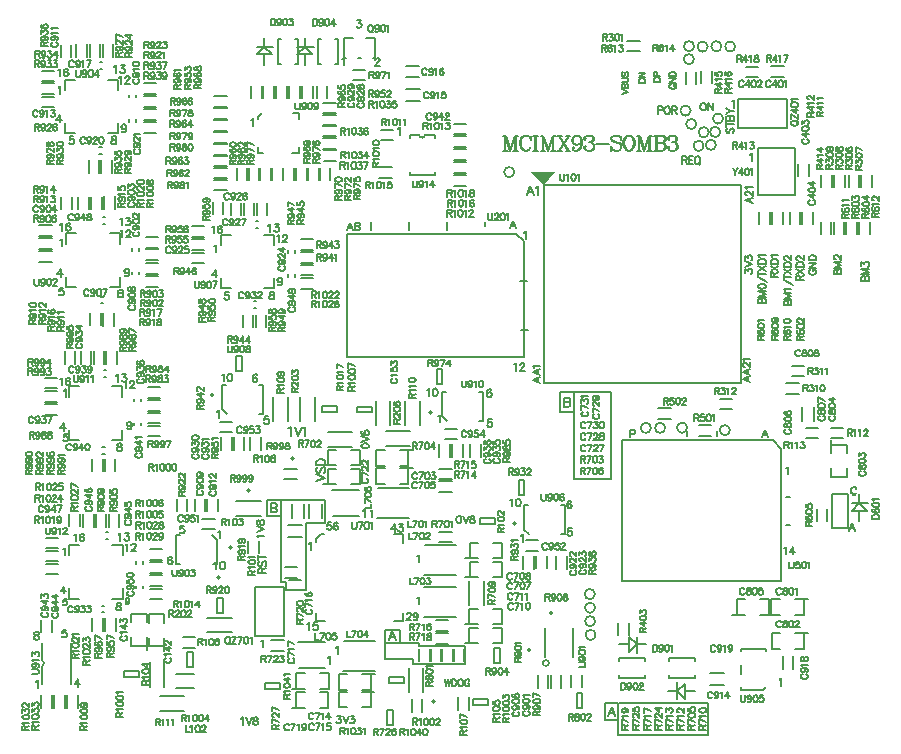
<source format=gbr>
%TF.GenerationSoftware,Altium Limited,Altium Designer,25.7.1 (20)*%
G04 Layer_Color=65535*
%FSLAX45Y45*%
%MOMM*%
%TF.SameCoordinates,1AA72D45-9F13-4BD8-B423-63960E99F270*%
%TF.FilePolarity,Positive*%
%TF.FileFunction,Legend,Top*%
%TF.Part,Single*%
G01*
G75*
%TA.AperFunction,NonConductor*%
%ADD91C,0.12700*%
%ADD92C,0.20320*%
%ADD94C,0.15240*%
%ADD98C,0.15189*%
G36*
X4437380Y4679950D02*
X4328160Y4795520D01*
X4531360D01*
X4437380Y4679950D01*
D02*
G37*
D91*
X3092399Y807288D02*
Y917499D01*
X3382467Y778332D02*
Y806348D01*
Y778332D02*
X3774669D01*
Y628294D02*
Y778332D01*
X3091459Y670789D02*
X3329153D01*
Y628294D02*
Y670789D01*
X3091459Y806348D02*
X3134843D01*
X3091459Y670789D02*
Y806348D01*
X3329153Y628294D02*
X3774669D01*
X3134843Y806348D02*
X3382467D01*
X4578883Y2763825D02*
X4691024D01*
X4578883D02*
Y2928036D01*
X5825261Y23698D02*
Y296621D01*
X5076977D02*
X5825261D01*
X4578883Y2928036D02*
X4696358D01*
X5008804Y2193671D02*
Y2928036D01*
X4696358D02*
X5008804D01*
X4696358Y2193671D02*
Y2928036D01*
Y2193671D02*
X5008804D01*
X2215566Y2018792D02*
X2281479D01*
X3220720Y813562D02*
Y917499D01*
X3092399D02*
X3220720D01*
X2093392Y1877873D02*
Y2018792D01*
X2215566D01*
X4955896Y148438D02*
X5066132D01*
X5067935Y23698D02*
Y297536D01*
Y23698D02*
X5825261D01*
X4955896Y148438D02*
Y297536D01*
X5067935D01*
X2255622Y1251636D02*
Y1321054D01*
Y1251636D02*
X2425675D01*
X2215566Y1321054D02*
Y2018792D01*
Y1321054D02*
X2255622D01*
X2425675Y1251636D02*
Y1821180D01*
X2281479Y2018792D02*
X2588590D01*
X2093392Y1877873D02*
X2215566D01*
X2425675Y1821180D02*
X2588590D01*
Y2018792D01*
X1958340Y5232994D02*
X1964386Y5236017D01*
X1973456Y5245086D01*
Y5181600D01*
X7127254Y3868420D02*
X7190740D01*
X7127254D02*
Y3895628D01*
X7130277Y3904698D01*
X7133300Y3907721D01*
X7139346Y3910744D01*
X7145393D01*
X7151439Y3907721D01*
X7154462Y3904698D01*
X7157485Y3895628D01*
Y3868420D02*
Y3895628D01*
X7160508Y3904698D01*
X7163532Y3907721D01*
X7169578Y3910744D01*
X7178647D01*
X7184694Y3907721D01*
X7187717Y3904698D01*
X7190740Y3895628D01*
Y3868420D01*
X7127254Y3924953D02*
X7190740D01*
X7127254D02*
X7190740Y3949138D01*
X7127254Y3973324D02*
X7190740Y3949138D01*
X7127254Y3973324D02*
X7190740D01*
X7127254Y3997509D02*
Y4030764D01*
X7151439Y4012625D01*
Y4021694D01*
X7154462Y4027741D01*
X7157485Y4030764D01*
X7166555Y4033787D01*
X7172601D01*
X7181670Y4030764D01*
X7187717Y4024717D01*
X7190740Y4015648D01*
Y4006578D01*
X7187717Y3997509D01*
X7184694Y3994486D01*
X7178647Y3991463D01*
X6893574Y3926840D02*
X6957060D01*
X6893574D02*
Y3954048D01*
X6896597Y3963118D01*
X6899620Y3966141D01*
X6905666Y3969164D01*
X6911713D01*
X6917759Y3966141D01*
X6920782Y3963118D01*
X6923805Y3954048D01*
Y3926840D02*
Y3954048D01*
X6926828Y3963118D01*
X6929852Y3966141D01*
X6935898Y3969164D01*
X6944967D01*
X6951014Y3966141D01*
X6954037Y3963118D01*
X6957060Y3954048D01*
Y3926840D01*
X6893574Y3983373D02*
X6957060D01*
X6893574D02*
X6957060Y4007558D01*
X6893574Y4031744D02*
X6957060Y4007558D01*
X6893574Y4031744D02*
X6957060D01*
X6908690Y4052906D02*
X6905666D01*
X6899620Y4055929D01*
X6896597Y4058952D01*
X6893574Y4064998D01*
Y4077091D01*
X6896597Y4083137D01*
X6899620Y4086161D01*
X6905666Y4089184D01*
X6911713D01*
X6917759Y4086161D01*
X6926828Y4080114D01*
X6957060Y4049883D01*
Y4092207D01*
X6695329Y3968729D02*
X6689283Y3965706D01*
X6683237Y3959660D01*
X6680213Y3953613D01*
Y3941521D01*
X6683237Y3935474D01*
X6689283Y3929428D01*
X6695329Y3926405D01*
X6704399Y3923382D01*
X6719514D01*
X6728584Y3926405D01*
X6734630Y3929428D01*
X6740677Y3935474D01*
X6743700Y3941521D01*
Y3953613D01*
X6740677Y3959660D01*
X6734630Y3965706D01*
X6728584Y3968729D01*
X6719514D01*
Y3953613D02*
Y3968729D01*
X6680213Y3983240D02*
X6743700D01*
X6680213D02*
X6743700Y4025565D01*
X6680213D02*
X6743700D01*
X6680213Y4043099D02*
X6743700D01*
X6680213D02*
Y4064261D01*
X6683237Y4073331D01*
X6689283Y4079377D01*
X6695329Y4082400D01*
X6704399Y4085423D01*
X6719514D01*
X6728584Y4082400D01*
X6734630Y4079377D01*
X6740677Y4073331D01*
X6743700Y4064261D01*
Y4043099D01*
X6575637Y3873500D02*
X6639123D01*
X6575637D02*
Y3900708D01*
X6578660Y3909778D01*
X6581683Y3912801D01*
X6587729Y3915824D01*
X6593776D01*
X6599822Y3912801D01*
X6602845Y3909778D01*
X6605868Y3900708D01*
Y3873500D01*
Y3894662D02*
X6639123Y3915824D01*
X6575637Y3930033D02*
X6639123Y3972357D01*
X6575637D02*
X6639123Y3930033D01*
X6575637Y3986566D02*
X6639123D01*
X6575637D02*
Y4007728D01*
X6578660Y4016797D01*
X6584706Y4022844D01*
X6590753Y4025867D01*
X6599822Y4028890D01*
X6614938D01*
X6624007Y4025867D01*
X6630054Y4022844D01*
X6636100Y4016797D01*
X6639123Y4007728D01*
Y3986566D01*
X6590753Y4046122D02*
X6587729D01*
X6581683Y4049145D01*
X6578660Y4052168D01*
X6575637Y4058215D01*
Y4070307D01*
X6578660Y4076354D01*
X6581683Y4079377D01*
X6587729Y4082400D01*
X6593776D01*
X6599822Y4079377D01*
X6608892Y4073330D01*
X6639123Y4043099D01*
Y4085423D01*
X6357415Y3900708D02*
X6420902D01*
X6357415D02*
Y3927917D01*
X6360438Y3936987D01*
X6363461Y3940010D01*
X6369508Y3943033D01*
X6375554D01*
X6381600Y3940010D01*
X6384624Y3936987D01*
X6387647Y3927917D01*
Y3900708D01*
Y3921870D02*
X6420902Y3943033D01*
X6357415Y3957242D02*
X6420902Y3999566D01*
X6357415D02*
X6420902Y3957242D01*
X6357415Y4013775D02*
X6420902D01*
X6357415D02*
Y4034937D01*
X6360438Y4044006D01*
X6366485Y4050053D01*
X6372531Y4053076D01*
X6381600Y4056099D01*
X6396716D01*
X6405786Y4053076D01*
X6411832Y4050053D01*
X6417878Y4044006D01*
X6420902Y4034937D01*
Y4013775D01*
X6369508Y4070308D02*
X6366485Y4076354D01*
X6357415Y4085423D01*
X6420902D01*
X6471061Y3663995D02*
X6534547D01*
X6471061D02*
Y3691203D01*
X6474084Y3700273D01*
X6477107Y3703296D01*
X6483153Y3706319D01*
X6489200D01*
X6495246Y3703296D01*
X6498269Y3700273D01*
X6501293Y3691203D01*
Y3663995D02*
Y3691203D01*
X6504316Y3700273D01*
X6507339Y3703296D01*
X6513385Y3706319D01*
X6522455D01*
X6528501Y3703296D01*
X6531524Y3700273D01*
X6534547Y3691203D01*
Y3663995D01*
X6471061Y3720528D02*
X6534547D01*
X6471061D02*
X6534547Y3744713D01*
X6471061Y3768898D02*
X6534547Y3744713D01*
X6471061Y3768898D02*
X6534547D01*
X6483153Y3787038D02*
X6480130Y3793084D01*
X6471061Y3802153D01*
X6534547D01*
X6543617Y3833594D02*
X6471061Y3875919D01*
Y3901313D02*
X6534547D01*
X6471061Y3880151D02*
Y3922475D01*
Y3930033D02*
X6534547Y3972357D01*
X6471061D02*
X6534547Y3930033D01*
X6471061Y3986566D02*
X6534547D01*
X6471061D02*
Y4007728D01*
X6474084Y4016798D01*
X6480130Y4022844D01*
X6486177Y4025867D01*
X6495246Y4028890D01*
X6510362D01*
X6519431Y4025867D01*
X6525478Y4022844D01*
X6531524Y4016798D01*
X6534547Y4007728D01*
Y3986566D01*
X6486177Y4046122D02*
X6483153D01*
X6477107Y4049145D01*
X6474084Y4052169D01*
X6471061Y4058215D01*
Y4070308D01*
X6474084Y4076354D01*
X6477107Y4079377D01*
X6483153Y4082400D01*
X6489200D01*
X6495246Y4079377D01*
X6504316Y4073331D01*
X6534547Y4043099D01*
Y4085423D01*
X6252839Y3681227D02*
X6316325D01*
X6252839D02*
Y3708436D01*
X6255862Y3717505D01*
X6258885Y3720528D01*
X6264931Y3723552D01*
X6270978D01*
X6277024Y3720528D01*
X6280047Y3717505D01*
X6283070Y3708436D01*
Y3681227D02*
Y3708436D01*
X6286094Y3717505D01*
X6289117Y3720528D01*
X6295163Y3723552D01*
X6304233D01*
X6310279Y3720528D01*
X6313302Y3717505D01*
X6316325Y3708436D01*
Y3681227D01*
X6252839Y3737760D02*
X6316325D01*
X6252839D02*
X6316325Y3761946D01*
X6252839Y3786131D02*
X6316325Y3761946D01*
X6252839Y3786131D02*
X6316325D01*
X6252839Y3822409D02*
X6255862Y3813340D01*
X6264931Y3807293D01*
X6280047Y3804270D01*
X6289117D01*
X6304233Y3807293D01*
X6313302Y3813340D01*
X6316325Y3822409D01*
Y3828455D01*
X6313302Y3837525D01*
X6304233Y3843571D01*
X6289117Y3846594D01*
X6280047D01*
X6264931Y3843571D01*
X6255862Y3837525D01*
X6252839Y3828455D01*
Y3822409D01*
X6325395Y3860803D02*
X6252839Y3903127D01*
Y3928522D02*
X6316325D01*
X6252839Y3907360D02*
Y3949684D01*
Y3957242D02*
X6316325Y3999566D01*
X6252839D02*
X6316325Y3957242D01*
X6252839Y4013775D02*
X6316325D01*
X6252839D02*
Y4034937D01*
X6255862Y4044006D01*
X6261908Y4050053D01*
X6267955Y4053076D01*
X6277024Y4056099D01*
X6292140D01*
X6301209Y4053076D01*
X6307256Y4050053D01*
X6313302Y4044006D01*
X6316325Y4034937D01*
Y4013775D01*
X6264931Y4070308D02*
X6261908Y4076354D01*
X6252839Y4085424D01*
X6316325D01*
X6139194Y3936079D02*
Y3969334D01*
X6163379Y3951195D01*
Y3960265D01*
X6166402Y3966311D01*
X6169425Y3969334D01*
X6178495Y3972357D01*
X6184541D01*
X6193610Y3969334D01*
X6199657Y3963288D01*
X6202680Y3954218D01*
Y3945149D01*
X6199657Y3936079D01*
X6196634Y3933056D01*
X6190587Y3930033D01*
X6139194Y3986566D02*
X6202680Y4010751D01*
X6139194Y4034937D02*
X6202680Y4010751D01*
X6139194Y4049145D02*
Y4082400D01*
X6163379Y4064261D01*
Y4073331D01*
X6166402Y4079377D01*
X6169425Y4082400D01*
X6178495Y4085423D01*
X6184541D01*
X6193610Y4082400D01*
X6199657Y4076354D01*
X6202680Y4067284D01*
Y4058215D01*
X6199657Y4049145D01*
X6196634Y4046122D01*
X6190587Y4043099D01*
X5514954Y5536466D02*
X5509633Y5533805D01*
X5504312Y5528484D01*
X5501652Y5523164D01*
Y5512522D01*
X5504312Y5507202D01*
X5509633Y5501881D01*
X5514954Y5499220D01*
X5522935Y5496560D01*
X5536237D01*
X5544218Y5499220D01*
X5549539Y5501881D01*
X5554860Y5507202D01*
X5557520Y5512522D01*
Y5523164D01*
X5554860Y5528484D01*
X5549539Y5533805D01*
X5544218Y5536466D01*
X5536237D01*
Y5523164D02*
Y5536466D01*
X5501652Y5549236D02*
X5557520D01*
X5501652D02*
X5557520Y5586481D01*
X5501652D02*
X5557520D01*
X5501652Y5601911D02*
X5557520D01*
X5501652D02*
Y5620534D01*
X5504312Y5628515D01*
X5509633Y5633836D01*
X5514954Y5636496D01*
X5522935Y5639156D01*
X5536237D01*
X5544218Y5636496D01*
X5549539Y5633836D01*
X5554860Y5628515D01*
X5557520Y5620534D01*
Y5601911D01*
X5369572Y5554980D02*
X5425440D01*
X5369572D02*
Y5573603D01*
X5372232Y5581584D01*
X5377553Y5586904D01*
X5382874Y5589565D01*
X5390855Y5592225D01*
X5404157D01*
X5412138Y5589565D01*
X5417459Y5586904D01*
X5422780Y5581584D01*
X5425440Y5573603D01*
Y5554980D01*
X5398836Y5604729D02*
Y5628673D01*
X5396176Y5636654D01*
X5393516Y5639314D01*
X5388195Y5641974D01*
X5380214D01*
X5374893Y5639314D01*
X5372232Y5636654D01*
X5369572Y5628673D01*
Y5604729D01*
X5425440D01*
X5242572Y5547360D02*
X5298440D01*
X5242572D02*
Y5565983D01*
X5245232Y5573964D01*
X5250553Y5579284D01*
X5255874Y5581945D01*
X5263855Y5584605D01*
X5277157D01*
X5285138Y5581945D01*
X5290459Y5579284D01*
X5295780Y5573964D01*
X5298440Y5565983D01*
Y5547360D01*
X5242572Y5597109D02*
X5298440D01*
X5242572D02*
X5298440Y5634354D01*
X5242572D02*
X5298440D01*
X5097792Y5450840D02*
X5153660Y5472123D01*
X5097792Y5493406D02*
X5153660Y5472123D01*
X5097792Y5500589D02*
X5153660D01*
X5097792D02*
Y5524533D01*
X5100452Y5532514D01*
X5103113Y5535174D01*
X5108434Y5537834D01*
X5113754D01*
X5119075Y5535174D01*
X5121736Y5532514D01*
X5124396Y5524533D01*
Y5500589D02*
Y5524533D01*
X5127056Y5532514D01*
X5129716Y5535174D01*
X5135037Y5537834D01*
X5143018D01*
X5148339Y5535174D01*
X5151000Y5532514D01*
X5153660Y5524533D01*
Y5500589D01*
X5097792Y5550338D02*
X5137698D01*
X5145679Y5552999D01*
X5151000Y5558320D01*
X5153660Y5566301D01*
Y5571622D01*
X5151000Y5579603D01*
X5145679Y5584923D01*
X5137698Y5587584D01*
X5097792D01*
X5105773Y5640259D02*
X5100452Y5634938D01*
X5097792Y5626958D01*
Y5616316D01*
X5100452Y5608335D01*
X5105773Y5603014D01*
X5111094D01*
X5116415Y5605674D01*
X5119075Y5608335D01*
X5121736Y5613656D01*
X5127056Y5629618D01*
X5129716Y5634938D01*
X5132377Y5637599D01*
X5137698Y5640259D01*
X5145679D01*
X5151000Y5634938D01*
X5153660Y5626958D01*
Y5616316D01*
X5151000Y5608335D01*
X5145679Y5603014D01*
X5990783Y5162964D02*
X5984737Y5156918D01*
X5981714Y5147848D01*
Y5135756D01*
X5984737Y5126686D01*
X5990783Y5120640D01*
X5996830D01*
X6002876Y5123663D01*
X6005899Y5126686D01*
X6008922Y5132733D01*
X6014968Y5150872D01*
X6017992Y5156918D01*
X6021015Y5159941D01*
X6027061Y5162964D01*
X6036130D01*
X6042177Y5156918D01*
X6045200Y5147848D01*
Y5135756D01*
X6042177Y5126686D01*
X6036130Y5120640D01*
X5981714Y5198335D02*
X6045200D01*
X5981714Y5177173D02*
Y5219497D01*
Y5227055D02*
X6045200D01*
X5981714D02*
Y5254264D01*
X5984737Y5263333D01*
X5987760Y5266356D01*
X5993806Y5269379D01*
X5999853D01*
X6005899Y5266356D01*
X6008922Y5263333D01*
X6011945Y5254264D01*
Y5227055D02*
Y5254264D01*
X6014968Y5263333D01*
X6017992Y5266356D01*
X6024038Y5269379D01*
X6033107D01*
X6039154Y5266356D01*
X6042177Y5263333D01*
X6045200Y5254264D01*
Y5227055D01*
X5981714Y5283588D02*
X6011945Y5307773D01*
X6045200D01*
X5981714Y5331959D02*
X6011945Y5307773D01*
X5781399Y5377166D02*
X5775353Y5374143D01*
X5769306Y5368097D01*
X5766283Y5362050D01*
X5763260Y5352981D01*
Y5337865D01*
X5766283Y5328796D01*
X5769306Y5322750D01*
X5775353Y5316703D01*
X5781399Y5313680D01*
X5793492D01*
X5799538Y5316703D01*
X5805584Y5322750D01*
X5808607Y5328796D01*
X5811630Y5337865D01*
Y5352981D01*
X5808607Y5362050D01*
X5805584Y5368097D01*
X5799538Y5374143D01*
X5793492Y5377166D01*
X5781399D01*
X5826444D02*
Y5313680D01*
Y5377166D02*
X5868768Y5313680D01*
Y5377166D02*
Y5313680D01*
X5402580Y5313432D02*
X5429788D01*
X5438858Y5316455D01*
X5441881Y5319478D01*
X5444904Y5325524D01*
Y5334594D01*
X5441881Y5340640D01*
X5438858Y5343663D01*
X5429788Y5346686D01*
X5402580D01*
Y5283200D01*
X5477252Y5346686D02*
X5471206Y5343663D01*
X5465159Y5337617D01*
X5462136Y5331570D01*
X5459113Y5322501D01*
Y5307385D01*
X5462136Y5298316D01*
X5465159Y5292270D01*
X5471206Y5286223D01*
X5477252Y5283200D01*
X5489345D01*
X5495391Y5286223D01*
X5501437Y5292270D01*
X5504460Y5298316D01*
X5507484Y5307385D01*
Y5322501D01*
X5504460Y5331570D01*
X5501437Y5337617D01*
X5495391Y5343663D01*
X5489345Y5346686D01*
X5477252D01*
X5522297D02*
Y5283200D01*
Y5346686D02*
X5549506D01*
X5558575Y5343663D01*
X5561598Y5340640D01*
X5564621Y5334594D01*
Y5328547D01*
X5561598Y5322501D01*
X5558575Y5319478D01*
X5549506Y5316455D01*
X5522297D01*
X5543459D02*
X5564621Y5283200D01*
X5608320Y4923472D02*
Y4859986D01*
Y4923472D02*
X5635528D01*
X5644598Y4920449D01*
X5647621Y4917426D01*
X5650644Y4911380D01*
Y4905334D01*
X5647621Y4899287D01*
X5644598Y4896264D01*
X5635528Y4893241D01*
X5608320D01*
X5629482D02*
X5650644Y4859986D01*
X5704154Y4923472D02*
X5664853D01*
Y4859986D01*
X5704154D01*
X5664853Y4893241D02*
X5689038D01*
X5732874Y4923472D02*
X5726828Y4920449D01*
X5720781Y4914403D01*
X5717758Y4908357D01*
X5714735Y4899287D01*
Y4884172D01*
X5717758Y4875102D01*
X5720781Y4869056D01*
X5726828Y4863009D01*
X5732874Y4859986D01*
X5744967D01*
X5751013Y4863009D01*
X5757059Y4869056D01*
X5760082Y4875102D01*
X5763106Y4884172D01*
Y4899287D01*
X5760082Y4908357D01*
X5757059Y4914403D01*
X5751013Y4920449D01*
X5744967Y4923472D01*
X5732874D01*
X5741944Y4872079D02*
X5760082Y4853940D01*
X2688286Y187946D02*
X2721541D01*
X2703402Y163761D01*
X2712472D01*
X2718518Y160738D01*
X2721541Y157715D01*
X2724564Y148645D01*
Y142599D01*
X2721541Y133530D01*
X2715495Y127483D01*
X2706425Y124460D01*
X2697356D01*
X2688286Y127483D01*
X2685263Y130506D01*
X2682240Y136553D01*
X2738773Y187946D02*
X2762958Y124460D01*
X2787144Y187946D02*
X2762958Y124460D01*
X2801352Y187946D02*
X2834607D01*
X2816468Y163761D01*
X2825538D01*
X2831584Y160738D01*
X2834607Y157715D01*
X2837630Y148645D01*
Y142599D01*
X2834607Y133530D01*
X2828561Y127483D01*
X2819491Y124460D01*
X2810422D01*
X2801352Y127483D01*
X2798329Y130506D01*
X2795306Y136553D01*
X1871980Y163154D02*
X1878026Y166177D01*
X1887096Y175246D01*
Y111760D01*
X1918537Y175246D02*
X1942722Y111760D01*
X1966907Y175246D02*
X1942722Y111760D01*
X1990186Y175246D02*
X1981116Y172223D01*
X1978093Y166177D01*
Y160130D01*
X1981116Y154084D01*
X1987162Y151061D01*
X1999255Y148038D01*
X2008324Y145015D01*
X2014371Y138968D01*
X2017394Y132922D01*
Y123853D01*
X2014371Y117806D01*
X2011348Y114783D01*
X2002278Y111760D01*
X1990186D01*
X1981116Y114783D01*
X1978093Y117806D01*
X1975070Y123853D01*
Y132922D01*
X1978093Y138968D01*
X1984139Y145015D01*
X1993209Y148038D01*
X2005301Y151061D01*
X2011348Y154084D01*
X2014371Y160130D01*
Y166177D01*
X2011348Y172223D01*
X2002278Y175246D01*
X1990186D01*
X3598545Y496674D02*
X3611847Y440806D01*
X3625149Y496674D02*
X3611847Y440806D01*
X3625149Y496674D02*
X3638451Y440806D01*
X3651753Y496674D02*
X3638451Y440806D01*
X3662926Y496674D02*
Y440806D01*
Y496674D02*
X3681549D01*
X3689530Y494013D01*
X3694851Y488693D01*
X3697511Y483372D01*
X3700172Y475391D01*
Y462089D01*
X3697511Y454108D01*
X3694851Y448787D01*
X3689530Y443466D01*
X3681549Y440806D01*
X3662926D01*
X3728638Y496674D02*
X3723317Y494013D01*
X3717996Y488693D01*
X3715336Y483372D01*
X3712676Y475391D01*
Y462089D01*
X3715336Y454108D01*
X3717996Y448787D01*
X3723317Y443466D01*
X3728638Y440806D01*
X3739279D01*
X3744600Y443466D01*
X3749921Y448787D01*
X3752581Y454108D01*
X3755242Y462089D01*
Y475391D01*
X3752581Y483372D01*
X3749921Y488693D01*
X3744600Y494013D01*
X3739279Y496674D01*
X3728638D01*
X3808183Y483372D02*
X3805523Y488693D01*
X3800202Y494013D01*
X3794881Y496674D01*
X3784240D01*
X3778919Y494013D01*
X3773598Y488693D01*
X3770938Y483372D01*
X3768277Y475391D01*
Y462089D01*
X3770938Y454108D01*
X3773598Y448787D01*
X3778919Y443466D01*
X3784240Y440806D01*
X3794881D01*
X3800202Y443466D01*
X3805523Y448787D01*
X3808183Y454108D01*
Y462089D01*
X3794881D02*
X3808183D01*
X2021854Y1397000D02*
X2085340D01*
X2021854D02*
Y1424208D01*
X2024877Y1433278D01*
X2027900Y1436301D01*
X2033946Y1439324D01*
X2039993D01*
X2046039Y1436301D01*
X2049062Y1433278D01*
X2052085Y1424208D01*
Y1397000D01*
Y1418162D02*
X2085340Y1439324D01*
X2030923Y1495857D02*
X2024877Y1489811D01*
X2021854Y1480742D01*
Y1468649D01*
X2024877Y1459579D01*
X2030923Y1453533D01*
X2036970D01*
X2043016Y1456556D01*
X2046039Y1459579D01*
X2049062Y1465626D01*
X2055108Y1483765D01*
X2058132Y1489811D01*
X2061155Y1492834D01*
X2067201Y1495857D01*
X2076270D01*
X2082317Y1489811D01*
X2085340Y1480742D01*
Y1468649D01*
X2082317Y1459579D01*
X2076270Y1453533D01*
X2021854Y1531228D02*
X2085340D01*
X2021854Y1510066D02*
Y1552390D01*
X2018706Y1699260D02*
X2015683Y1705306D01*
X2006614Y1714376D01*
X2070100D01*
X2006614Y1745817D02*
X2070100Y1770002D01*
X2006614Y1794187D02*
X2070100Y1770002D01*
X2006614Y1817466D02*
X2009637Y1808396D01*
X2015683Y1805373D01*
X2021730D01*
X2027776Y1808396D01*
X2030799Y1814442D01*
X2033822Y1826535D01*
X2036845Y1835604D01*
X2042892Y1841651D01*
X2048938Y1844674D01*
X2058007D01*
X2064054Y1841651D01*
X2067077Y1838628D01*
X2070100Y1829558D01*
Y1817466D01*
X2067077Y1808396D01*
X2064054Y1805373D01*
X2058007Y1802350D01*
X2048938D01*
X2042892Y1805373D01*
X2036845Y1811419D01*
X2033822Y1820489D01*
X2030799Y1832581D01*
X2027776Y1838628D01*
X2021730Y1841651D01*
X2015683D01*
X2009637Y1838628D01*
X2006614Y1829558D01*
Y1817466D01*
X3716138Y1882693D02*
X3707069Y1879670D01*
X3701022Y1870601D01*
X3697999Y1855485D01*
Y1846415D01*
X3701022Y1831300D01*
X3707069Y1822230D01*
X3716138Y1819207D01*
X3722185D01*
X3731254Y1822230D01*
X3737300Y1831300D01*
X3740323Y1846415D01*
Y1855485D01*
X3737300Y1870601D01*
X3731254Y1879670D01*
X3722185Y1882693D01*
X3716138D01*
X3754532D02*
X3778718Y1819207D01*
X3802903Y1882693D02*
X3778718Y1819207D01*
X3826181Y1882693D02*
X3817111Y1879670D01*
X3814088Y1873624D01*
Y1867577D01*
X3817111Y1861531D01*
X3823158Y1858508D01*
X3835251Y1855485D01*
X3844320Y1852462D01*
X3850366Y1846415D01*
X3853390Y1840369D01*
Y1831300D01*
X3850366Y1825253D01*
X3847343Y1822230D01*
X3838274Y1819207D01*
X3826181D01*
X3817111Y1822230D01*
X3814088Y1825253D01*
X3811065Y1831300D01*
Y1840369D01*
X3814088Y1846415D01*
X3820135Y1852462D01*
X3829204Y1855485D01*
X3841297Y1858508D01*
X3847343Y1861531D01*
X3850366Y1867577D01*
Y1873624D01*
X3847343Y1879670D01*
X3838274Y1882693D01*
X3826181D01*
X2893074Y2469239D02*
X2896097Y2460170D01*
X2905166Y2454123D01*
X2920282Y2451100D01*
X2929352D01*
X2944467Y2454123D01*
X2953537Y2460170D01*
X2956560Y2469239D01*
Y2475285D01*
X2953537Y2484355D01*
X2944467Y2490401D01*
X2929352Y2493424D01*
X2920282D01*
X2905166Y2490401D01*
X2896097Y2484355D01*
X2893074Y2475285D01*
Y2469239D01*
Y2507633D02*
X2956560Y2531818D01*
X2893074Y2556004D02*
X2956560Y2531818D01*
X2902143Y2600444D02*
X2896097Y2597421D01*
X2893074Y2588351D01*
Y2582305D01*
X2896097Y2573236D01*
X2905166Y2567189D01*
X2920282Y2564166D01*
X2935398D01*
X2947490Y2567189D01*
X2953537Y2573236D01*
X2956560Y2582305D01*
Y2585328D01*
X2953537Y2594398D01*
X2947490Y2600444D01*
X2938421Y2603467D01*
X2935398D01*
X2926328Y2600444D01*
X2920282Y2594398D01*
X2917259Y2585328D01*
Y2582305D01*
X2920282Y2573236D01*
X2926328Y2567189D01*
X2935398Y2564166D01*
X2511835Y2172950D02*
X2588019Y2201972D01*
X2511835Y2230994D02*
X2588019Y2201972D01*
X2522719Y2291579D02*
X2515463Y2284323D01*
X2511835Y2273440D01*
Y2258928D01*
X2515463Y2248045D01*
X2522719Y2240790D01*
X2529975D01*
X2537230Y2244417D01*
X2540858Y2248045D01*
X2544486Y2255301D01*
X2551741Y2277068D01*
X2555369Y2284323D01*
X2558997Y2287951D01*
X2566252Y2291579D01*
X2577136D01*
X2584391Y2284323D01*
X2588019Y2273440D01*
Y2258928D01*
X2584391Y2248045D01*
X2577136Y2240790D01*
X2511835Y2308629D02*
X2588019D01*
X2511835D02*
Y2334024D01*
X2515463Y2344907D01*
X2522719Y2352163D01*
X2529975Y2355791D01*
X2540858Y2359418D01*
X2558997D01*
X2569880Y2355791D01*
X2577136Y2352163D01*
X2584391Y2344907D01*
X2588019Y2334024D01*
Y2308629D01*
X2275840Y2621992D02*
X2283096Y2625620D01*
X2293979Y2636504D01*
Y2560320D01*
X2331708Y2636504D02*
X2360730Y2560320D01*
X2389753Y2636504D02*
X2360730Y2560320D01*
X2399548Y2621992D02*
X2406803Y2625620D01*
X2417687Y2636504D01*
Y2560320D01*
X4610991Y2881780D02*
Y2805597D01*
Y2881780D02*
X4643641D01*
X4654524Y2878152D01*
X4658152Y2874525D01*
X4661780Y2867269D01*
Y2860014D01*
X4658152Y2852758D01*
X4654524Y2849130D01*
X4643641Y2845502D01*
X4610991D02*
X4643641D01*
X4654524Y2841875D01*
X4658152Y2838247D01*
X4661780Y2830991D01*
Y2820108D01*
X4658152Y2812852D01*
X4654524Y2809225D01*
X4643641Y2805597D01*
X4610991D01*
X3183702Y825508D02*
X3154680Y901692D01*
X3125658Y825508D01*
X3136541Y850903D02*
X3172819D01*
X5042982Y185428D02*
X5013960Y261612D01*
X4984938Y185428D01*
X4995821Y210823D02*
X5032099D01*
X2125986Y1986272D02*
Y1910088D01*
Y1986272D02*
X2158636D01*
X2169519Y1982644D01*
X2173147Y1979016D01*
X2176775Y1971761D01*
Y1964505D01*
X2173147Y1957249D01*
X2169519Y1953622D01*
X2158636Y1949994D01*
X2125986D02*
X2158636D01*
X2169519Y1946366D01*
X2173147Y1942738D01*
X2176775Y1935483D01*
Y1924599D01*
X2173147Y1917344D01*
X2169519Y1913716D01*
X2158636Y1910088D01*
X2125986D01*
X6029858Y5388975D02*
X6035905Y5391998D01*
X6044974Y5401068D01*
Y5337581D01*
X2613660Y681314D02*
X2619706Y684337D01*
X2628776Y693406D01*
Y629920D01*
X2971292Y1920504D02*
X2977338Y1923527D01*
X2986408Y1932596D01*
Y1869110D01*
X2733040Y5746074D02*
X2739086Y5749097D01*
X2748156Y5758166D01*
Y5694680D01*
X3010383Y5740510D02*
Y5743534D01*
X3013406Y5749580D01*
X3016430Y5752603D01*
X3022476Y5755626D01*
X3034568D01*
X3040615Y5752603D01*
X3043638Y5749580D01*
X3046661Y5743534D01*
Y5737487D01*
X3043638Y5731441D01*
X3037592Y5722372D01*
X3007360Y5692140D01*
X3049684D01*
X2859101Y6078232D02*
X2892356D01*
X2874217Y6054047D01*
X2883287D01*
X2889333Y6051023D01*
X2892356Y6048000D01*
X2895379Y6038931D01*
Y6032884D01*
X2892356Y6023815D01*
X2886310Y6017769D01*
X2877240Y6014745D01*
X2868171D01*
X2859101Y6017769D01*
X2856078Y6020792D01*
X2853055Y6026838D01*
X6186195Y4938684D02*
X6192242Y4941707D01*
X6201311Y4950776D01*
Y4887290D01*
X6433820Y493354D02*
X6439866Y496377D01*
X6448936Y505446D01*
Y441960D01*
X342900Y4214454D02*
X348946Y4217477D01*
X358016Y4226546D01*
Y4163060D01*
X350272Y3970006D02*
X320040Y3927682D01*
X365387D01*
X350272Y3970006D02*
Y3906520D01*
X369018Y3809986D02*
X338786D01*
X335763Y3782778D01*
X338786Y3785801D01*
X347856Y3788824D01*
X356925D01*
X365995Y3785801D01*
X372041Y3779755D01*
X375064Y3770685D01*
Y3764639D01*
X372041Y3755570D01*
X365995Y3749523D01*
X356925Y3746500D01*
X347856D01*
X338786Y3749523D01*
X335763Y3752546D01*
X332740Y3758593D01*
X848236Y3794746D02*
X839166Y3791723D01*
X836143Y3785677D01*
Y3779630D01*
X839166Y3773584D01*
X845213Y3770561D01*
X857305Y3767538D01*
X866375Y3764515D01*
X872421Y3758468D01*
X875444Y3752422D01*
Y3743353D01*
X872421Y3737306D01*
X869398Y3734283D01*
X860328Y3731260D01*
X848236D01*
X839166Y3734283D01*
X836143Y3737306D01*
X833120Y3743353D01*
Y3752422D01*
X836143Y3758468D01*
X842190Y3764515D01*
X851259Y3767538D01*
X863352Y3770561D01*
X869398Y3773584D01*
X872421Y3779630D01*
Y3785677D01*
X869398Y3791723D01*
X860328Y3794746D01*
X848236D01*
X924669Y3952273D02*
X921646Y3943204D01*
X915599Y3937157D01*
X906530Y3934134D01*
X903507D01*
X894437Y3937157D01*
X888391Y3943204D01*
X885368Y3952273D01*
Y3955296D01*
X888391Y3964366D01*
X894437Y3970412D01*
X903507Y3973435D01*
X906530D01*
X915599Y3970412D01*
X921646Y3964366D01*
X924669Y3952273D01*
Y3937157D01*
X921646Y3922042D01*
X915599Y3912972D01*
X906530Y3909949D01*
X900484D01*
X891414Y3912972D01*
X888391Y3919019D01*
X854558Y4290095D02*
X860604Y4293118D01*
X869673Y4302187D01*
Y4238701D01*
X904137Y4287072D02*
Y4290095D01*
X907160Y4296141D01*
X910184Y4299164D01*
X916230Y4302187D01*
X928323D01*
X934369Y4299164D01*
X937392Y4296141D01*
X940415Y4290095D01*
Y4284049D01*
X937392Y4278002D01*
X931346Y4268933D01*
X901114Y4238701D01*
X943439D01*
X850951Y4393092D02*
X856997Y4396115D01*
X866067Y4405184D01*
Y4341698D01*
X903554Y4405184D02*
X936809D01*
X918669Y4380999D01*
X927739D01*
X933786Y4377976D01*
X936809Y4374953D01*
X939832Y4365884D01*
Y4359837D01*
X936809Y4350768D01*
X930762Y4344721D01*
X921693Y4341698D01*
X912623D01*
X903554Y4344721D01*
X900531Y4347744D01*
X897507Y4353791D01*
X345440Y4346534D02*
X351486Y4349557D01*
X360556Y4358626D01*
Y4295140D01*
X428275Y4349557D02*
X425251Y4355603D01*
X416182Y4358626D01*
X410136D01*
X401066Y4355603D01*
X395020Y4346534D01*
X391997Y4331418D01*
Y4316302D01*
X395020Y4304210D01*
X401066Y4298163D01*
X410136Y4295140D01*
X413159D01*
X422228Y4298163D01*
X428275Y4304210D01*
X431298Y4313279D01*
Y4316302D01*
X428275Y4325372D01*
X422228Y4331418D01*
X413159Y4334441D01*
X410136D01*
X401066Y4331418D01*
X395020Y4325372D01*
X391997Y4316302D01*
X2448560Y1643974D02*
X2454606Y1646997D01*
X2463676Y1656066D01*
Y1592580D01*
X3277947Y1046286D02*
Y1049309D01*
X3280970Y1055355D01*
X3283993Y1058378D01*
X3290039Y1061401D01*
X3302132D01*
X3308178Y1058378D01*
X3311202Y1055355D01*
X3314225Y1049309D01*
Y1043263D01*
X3311202Y1037216D01*
X3305155Y1028147D01*
X3274924Y997915D01*
X3317248D01*
X3370758Y1040239D02*
X3367735Y1031170D01*
X3361688Y1025124D01*
X3352619Y1022101D01*
X3349596D01*
X3340526Y1025124D01*
X3334480Y1031170D01*
X3331457Y1040239D01*
Y1043263D01*
X3334480Y1052332D01*
X3340526Y1058378D01*
X3349596Y1061401D01*
X3352619D01*
X3361688Y1058378D01*
X3367735Y1052332D01*
X3370758Y1040239D01*
Y1025124D01*
X3367735Y1010008D01*
X3361688Y1000938D01*
X3352619Y997915D01*
X3346572D01*
X3337503Y1000938D01*
X3334480Y1006985D01*
X3176834Y1809685D02*
X3146603Y1767361D01*
X3191950D01*
X3176834Y1809685D02*
Y1746199D01*
X3209182Y1809685D02*
X3242437D01*
X3224298Y1785500D01*
X3233367D01*
X3239414Y1782477D01*
X3242437Y1779454D01*
X3245460Y1770385D01*
Y1764338D01*
X3242437Y1755269D01*
X3236391Y1749222D01*
X3227321Y1746199D01*
X3218252D01*
X3209182Y1749222D01*
X3206159Y1752245D01*
X3203136Y1758292D01*
X2637035Y1825941D02*
X2606803D01*
X2603780Y1798733D01*
X2606803Y1801756D01*
X2615873Y1804779D01*
X2624942D01*
X2634011Y1801756D01*
X2640058Y1795710D01*
X2643081Y1786641D01*
Y1780594D01*
X2640058Y1771525D01*
X2634011Y1765478D01*
X2624942Y1762455D01*
X2615873D01*
X2606803Y1765478D01*
X2603780Y1768501D01*
X2600757Y1774548D01*
X2693568Y1816872D02*
X2690545Y1822918D01*
X2681475Y1825941D01*
X2675429D01*
X2666359Y1822918D01*
X2660313Y1813849D01*
X2657290Y1798733D01*
Y1783617D01*
X2660313Y1771525D01*
X2666359Y1765478D01*
X2675429Y1762455D01*
X2678452D01*
X2687521Y1765478D01*
X2693568Y1771525D01*
X2696591Y1780594D01*
Y1783617D01*
X2693568Y1792687D01*
X2687521Y1798733D01*
X2678452Y1801756D01*
X2675429D01*
X2666359Y1798733D01*
X2660313Y1792687D01*
X2657290Y1783617D01*
X2435860Y965794D02*
X2441906Y968817D01*
X2450976Y977886D01*
Y914400D01*
X2518695Y977886D02*
X2488463D01*
X2485440Y950678D01*
X2488463Y953701D01*
X2497532Y956724D01*
X2506602D01*
X2515671Y953701D01*
X2521718Y947655D01*
X2524741Y938585D01*
Y932539D01*
X2521718Y923470D01*
X2515671Y917423D01*
X2506602Y914400D01*
X2497532D01*
X2488463Y917423D01*
X2485440Y920446D01*
X2482417Y926493D01*
X6490360Y2284232D02*
X6496407Y2287255D01*
X6505476Y2296324D01*
Y2232838D01*
X6472047Y1606026D02*
X6478093Y1609049D01*
X6487163Y1618119D01*
Y1554632D01*
X6548835Y1618119D02*
X6518604Y1575794D01*
X6563951D01*
X6548835Y1618119D02*
Y1554632D01*
X5171288Y2575007D02*
X5198496D01*
X5207566Y2578030D01*
X5210589Y2581053D01*
X5213612Y2587099D01*
Y2596169D01*
X5210589Y2602215D01*
X5207566Y2605238D01*
X5198496Y2608261D01*
X5171288D01*
Y2544775D01*
X6332254Y2547874D02*
X6308069Y2611360D01*
X6283884Y2547874D01*
X6292953Y2569036D02*
X6323185D01*
X3540760Y2726014D02*
X3546806Y2729037D01*
X3555876Y2738106D01*
Y2674620D01*
X3449320Y2946994D02*
X3455366Y2950017D01*
X3464436Y2959086D01*
Y2895600D01*
X3514016Y2959086D02*
X3504946Y2956063D01*
X3498900Y2946994D01*
X3495877Y2931878D01*
Y2922808D01*
X3498900Y2907693D01*
X3504946Y2898623D01*
X3514016Y2895600D01*
X3520062D01*
X3529131Y2898623D01*
X3535178Y2907693D01*
X3538201Y2922808D01*
Y2931878D01*
X3535178Y2946994D01*
X3529131Y2956063D01*
X3520062Y2959086D01*
X3514016D01*
X3996138Y2697466D02*
X3965906D01*
X3962883Y2670258D01*
X3965906Y2673281D01*
X3974976Y2676304D01*
X3984045D01*
X3993115Y2673281D01*
X3999161Y2667235D01*
X4002184Y2658165D01*
Y2652119D01*
X3999161Y2643050D01*
X3993115Y2637003D01*
X3984045Y2633980D01*
X3974976D01*
X3965906Y2637003D01*
X3962883Y2640026D01*
X3959860Y2646073D01*
X3993598Y2942397D02*
X3990575Y2948443D01*
X3981505Y2951466D01*
X3975459D01*
X3966390Y2948443D01*
X3960343Y2939374D01*
X3957320Y2924258D01*
Y2909142D01*
X3960343Y2897050D01*
X3966390Y2891003D01*
X3975459Y2887980D01*
X3978482D01*
X3987552Y2891003D01*
X3993598Y2897050D01*
X3996621Y2906119D01*
Y2909142D01*
X3993598Y2918212D01*
X3987552Y2924258D01*
X3978482Y2927281D01*
X3975459D01*
X3966390Y2924258D01*
X3960343Y2918212D01*
X3957320Y2909142D01*
X6205955Y4575758D02*
X6142468Y4551573D01*
X6205955Y4527387D01*
X6184793Y4536457D02*
Y4566689D01*
X6157584Y4593595D02*
X6154561D01*
X6148514Y4596618D01*
X6145491Y4599641D01*
X6142468Y4605687D01*
Y4617780D01*
X6145491Y4623826D01*
X6148514Y4626850D01*
X6154561Y4629873D01*
X6160607D01*
X6166653Y4626850D01*
X6175723Y4620803D01*
X6205955Y4590571D01*
Y4632896D01*
X6154561Y4647104D02*
X6151538Y4653151D01*
X6142468Y4662220D01*
X6205955D01*
X4407459Y3057966D02*
X4343973Y3033781D01*
X4407459Y3009595D01*
X4386297Y3018665D02*
Y3048896D01*
X4407459Y3121150D02*
X4343973Y3096965D01*
X4407459Y3072779D01*
X4386297Y3081849D02*
Y3112080D01*
X4356065Y3135963D02*
X4353042Y3142009D01*
X4343973Y3151079D01*
X4407459D01*
X4352677Y4596892D02*
X4323654Y4673076D01*
X4294632Y4596892D01*
X4305515Y4622287D02*
X4341793D01*
X4370453Y4658564D02*
X4377708Y4662192D01*
X4388592Y4673076D01*
Y4596892D01*
X6187440Y3060810D02*
X6123954Y3036625D01*
X6187440Y3012440D01*
X6166278Y3021510D02*
Y3051741D01*
X6187440Y3123995D02*
X6123954Y3099809D01*
X6187440Y3075624D01*
X6166278Y3084694D02*
Y3114925D01*
X6139070Y3141831D02*
X6136046D01*
X6130000Y3144854D01*
X6126977Y3147878D01*
X6123954Y3153924D01*
Y3166017D01*
X6126977Y3172063D01*
X6130000Y3175086D01*
X6136046Y3178109D01*
X6142093D01*
X6148139Y3175086D01*
X6157208Y3169040D01*
X6187440Y3138808D01*
Y3181132D01*
X6136046Y3195341D02*
X6133023Y3201387D01*
X6123954Y3210457D01*
X6187440D01*
X7074239Y1756588D02*
X7050054Y1820074D01*
X7025869Y1756588D01*
X7034938Y1777750D02*
X7065170D01*
X7085161Y2109733D02*
X7082137Y2115779D01*
X7076091Y2121826D01*
X7070045Y2124849D01*
X7057952D01*
X7051906Y2121826D01*
X7045859Y2115779D01*
X7042836Y2109733D01*
X7039813Y2100664D01*
Y2085548D01*
X7042836Y2076478D01*
X7045859Y2070432D01*
X7051906Y2064386D01*
X7057952Y2061362D01*
X7070045D01*
X7076091Y2064386D01*
X7082137Y2070432D01*
X7085161Y2076478D01*
X3205683Y5158546D02*
X3211729Y5161570D01*
X3220799Y5170639D01*
Y5107153D01*
X137036Y896606D02*
X127966Y893583D01*
X124943Y887537D01*
Y881490D01*
X127966Y875444D01*
X134013Y872421D01*
X146105Y869398D01*
X155175Y866375D01*
X161221Y860328D01*
X164244Y854282D01*
Y845213D01*
X161221Y839166D01*
X158198Y836143D01*
X149128Y833120D01*
X137036D01*
X127966Y836143D01*
X124943Y839166D01*
X121920Y845213D01*
Y854282D01*
X124943Y860328D01*
X130990Y866375D01*
X140059Y869398D01*
X152152Y872421D01*
X158198Y875444D01*
X161221Y881490D01*
Y887537D01*
X158198Y893583D01*
X149128Y896606D01*
X137036D01*
X395790Y915936D02*
X365558D01*
X362535Y888727D01*
X365558Y891751D01*
X374627Y894774D01*
X383697D01*
X392766Y891751D01*
X398813Y885704D01*
X401836Y876635D01*
Y870588D01*
X398813Y861519D01*
X392766Y855473D01*
X383697Y852449D01*
X374627D01*
X365558Y855473D01*
X362535Y858496D01*
X359512Y864542D01*
X497592Y495286D02*
X467360Y452962D01*
X512707D01*
X497592Y495286D02*
Y431800D01*
X137160Y475574D02*
X143206Y478597D01*
X152276Y487666D01*
Y424180D01*
X4188130Y3162614D02*
X4194176Y3165638D01*
X4203246Y3174707D01*
Y3111221D01*
X4237710Y3159591D02*
Y3162614D01*
X4240733Y3168661D01*
X4243756Y3171684D01*
X4249802Y3174707D01*
X4261895D01*
X4267941Y3171684D01*
X4270965Y3168661D01*
X4273988Y3162614D01*
Y3156568D01*
X4270965Y3150522D01*
X4264918Y3141452D01*
X4234686Y3111221D01*
X4277011D01*
X4269740Y4277420D02*
X4275786Y4280444D01*
X4284856Y4289513D01*
Y4226027D01*
X4198654Y4314444D02*
X4174469Y4377930D01*
X4150284Y4314444D01*
X4159353Y4335606D02*
X4189585D01*
X2822812Y4300880D02*
X2798627Y4364367D01*
X2774442Y4300880D01*
X2783512Y4322042D02*
X2813743D01*
X2837626Y4364367D02*
Y4300880D01*
Y4364367D02*
X2864835D01*
X2873904Y4361344D01*
X2876927Y4358320D01*
X2879950Y4352274D01*
Y4346228D01*
X2876927Y4340182D01*
X2873904Y4337158D01*
X2864835Y4334135D01*
X2837626D02*
X2864835D01*
X2873904Y4331112D01*
X2876927Y4328089D01*
X2879950Y4322042D01*
Y4312973D01*
X2876927Y4306927D01*
X2873904Y4303904D01*
X2864835Y4300880D01*
X2837626D01*
X342900Y3038434D02*
X348946Y3041457D01*
X358016Y3050526D01*
Y2987040D01*
X425735Y3041457D02*
X422711Y3047503D01*
X413642Y3050526D01*
X407596D01*
X398526Y3047503D01*
X392480Y3038434D01*
X389457Y3023318D01*
Y3008202D01*
X392480Y2996110D01*
X398526Y2990063D01*
X407596Y2987040D01*
X410619D01*
X419688Y2990063D01*
X425735Y2996110D01*
X428758Y3005179D01*
Y3008202D01*
X425735Y3017272D01*
X419688Y3023318D01*
X410619Y3026341D01*
X407596D01*
X398526Y3023318D01*
X392480Y3017272D01*
X389457Y3008202D01*
X817880Y3068914D02*
X823926Y3071937D01*
X832996Y3081006D01*
Y3017520D01*
X870483Y3081006D02*
X903738D01*
X885599Y3056821D01*
X894668D01*
X900715Y3053798D01*
X903738Y3050775D01*
X906761Y3041705D01*
Y3035659D01*
X903738Y3026590D01*
X897691Y3020543D01*
X888622Y3017520D01*
X879552D01*
X870483Y3020543D01*
X867460Y3023566D01*
X864437Y3029613D01*
X885589Y3012617D02*
X891636Y3015640D01*
X900705Y3024710D01*
Y2961223D01*
X935169Y3009594D02*
Y3012617D01*
X938192Y3018664D01*
X941216Y3021687D01*
X947262Y3024710D01*
X959354D01*
X965401Y3021687D01*
X968424Y3018664D01*
X971447Y3012617D01*
Y3006571D01*
X968424Y3000525D01*
X962378Y2991455D01*
X932146Y2961223D01*
X974470D01*
X947834Y2656619D02*
X944811Y2647550D01*
X938764Y2641503D01*
X929695Y2638480D01*
X926672D01*
X917602Y2641503D01*
X911556Y2647550D01*
X908533Y2656619D01*
Y2659642D01*
X911556Y2668712D01*
X917602Y2674758D01*
X926672Y2677781D01*
X929695D01*
X938764Y2674758D01*
X944811Y2668712D01*
X947834Y2656619D01*
Y2641503D01*
X944811Y2626388D01*
X938764Y2617318D01*
X929695Y2614295D01*
X923648D01*
X914579Y2617318D01*
X911556Y2623365D01*
X838076Y2494266D02*
X829006Y2491243D01*
X825983Y2485197D01*
Y2479150D01*
X829006Y2473104D01*
X835053Y2470081D01*
X847145Y2467058D01*
X856215Y2464035D01*
X862261Y2457988D01*
X865284Y2451942D01*
Y2442873D01*
X862261Y2436826D01*
X859238Y2433803D01*
X850168Y2430780D01*
X838076D01*
X829006Y2433803D01*
X825983Y2436826D01*
X822960Y2442873D01*
Y2451942D01*
X825983Y2457988D01*
X832030Y2464035D01*
X841099Y2467058D01*
X853192Y2470081D01*
X859238Y2473104D01*
X862261Y2479150D01*
Y2485197D01*
X859238Y2491243D01*
X850168Y2494266D01*
X838076D01*
X407118Y2575546D02*
X376886D01*
X373863Y2548338D01*
X376886Y2551361D01*
X385956Y2554384D01*
X395025D01*
X404095Y2551361D01*
X410141Y2545315D01*
X413164Y2536245D01*
Y2530199D01*
X410141Y2521130D01*
X404095Y2515083D01*
X395025Y2512060D01*
X385956D01*
X376886Y2515083D01*
X373863Y2518106D01*
X370840Y2524153D01*
X375672Y2664446D02*
X345440Y2622122D01*
X390787D01*
X375672Y2664446D02*
Y2600960D01*
X373380Y2939374D02*
X379426Y2942397D01*
X388496Y2951466D01*
Y2887980D01*
X330200Y5504774D02*
X336246Y5507797D01*
X345316Y5516866D01*
Y5453380D01*
X340112Y5275566D02*
X309880Y5233242D01*
X355227D01*
X340112Y5275566D02*
Y5212080D01*
X455378Y5092686D02*
X425146D01*
X422123Y5065478D01*
X425146Y5068501D01*
X434216Y5071524D01*
X443285D01*
X452355Y5068501D01*
X458401Y5062455D01*
X461424Y5053385D01*
Y5047339D01*
X458401Y5038270D01*
X452355Y5032223D01*
X443285Y5029200D01*
X434216D01*
X425146Y5032223D01*
X422123Y5035246D01*
X419100Y5041293D01*
X792356Y5092686D02*
X783286Y5089663D01*
X780263Y5083617D01*
Y5077570D01*
X783286Y5071524D01*
X789333Y5068501D01*
X801425Y5065478D01*
X810495Y5062455D01*
X816541Y5056408D01*
X819564Y5050362D01*
Y5041293D01*
X816541Y5035246D01*
X813518Y5032223D01*
X804448Y5029200D01*
X792356D01*
X783286Y5032223D01*
X780263Y5035246D01*
X777240Y5041293D01*
Y5050362D01*
X780263Y5056408D01*
X786310Y5062455D01*
X795379Y5065478D01*
X807472Y5068501D01*
X813518Y5071524D01*
X816541Y5077570D01*
Y5083617D01*
X813518Y5089663D01*
X804448Y5092686D01*
X792356D01*
X900361Y5173124D02*
X897338Y5164055D01*
X891292Y5158008D01*
X882222Y5154985D01*
X879199D01*
X870130Y5158008D01*
X864083Y5164055D01*
X861060Y5173124D01*
Y5176147D01*
X864083Y5185217D01*
X870130Y5191263D01*
X879199Y5194286D01*
X882222D01*
X891292Y5191263D01*
X897338Y5185217D01*
X900361Y5173124D01*
Y5158008D01*
X897338Y5142893D01*
X891292Y5133823D01*
X882222Y5130800D01*
X876176D01*
X867106Y5133823D01*
X864083Y5139870D01*
X844499Y5592124D02*
X850545Y5595148D01*
X859615Y5604217D01*
Y5540731D01*
X894079Y5589101D02*
Y5592124D01*
X897102Y5598171D01*
X900125Y5601194D01*
X906172Y5604217D01*
X918264D01*
X924311Y5601194D01*
X927334Y5598171D01*
X930357Y5592124D01*
Y5586078D01*
X927334Y5580032D01*
X921287Y5570962D01*
X891056Y5540731D01*
X933380D01*
X802640Y5682574D02*
X808686Y5685597D01*
X817756Y5694666D01*
Y5631180D01*
X855243Y5694666D02*
X888498D01*
X870359Y5670481D01*
X879428D01*
X885475Y5667458D01*
X888498Y5664435D01*
X891521Y5655365D01*
Y5649319D01*
X888498Y5640250D01*
X882451Y5634203D01*
X873382Y5631180D01*
X864312D01*
X855243Y5634203D01*
X852220Y5637226D01*
X849197Y5643273D01*
X327660Y5652094D02*
X333706Y5655117D01*
X342776Y5664186D01*
Y5600700D01*
X410495Y5655117D02*
X407471Y5661163D01*
X398402Y5664186D01*
X392356D01*
X383286Y5661163D01*
X377240Y5652094D01*
X374217Y5636978D01*
Y5621862D01*
X377240Y5609770D01*
X383286Y5603723D01*
X392356Y5600700D01*
X395379D01*
X404448Y5603723D01*
X410495Y5609770D01*
X413518Y5618839D01*
Y5621862D01*
X410495Y5630932D01*
X404448Y5636978D01*
X395379Y5640001D01*
X392356D01*
X383286Y5636978D01*
X377240Y5630932D01*
X374217Y5621862D01*
X462280Y1715094D02*
X468326Y1718117D01*
X477396Y1727186D01*
Y1663700D01*
X545115Y1718117D02*
X542091Y1724163D01*
X533022Y1727186D01*
X526976D01*
X517906Y1724163D01*
X511860Y1715094D01*
X508837Y1699978D01*
Y1684862D01*
X511860Y1672770D01*
X517906Y1666723D01*
X526976Y1663700D01*
X529999D01*
X539068Y1666723D01*
X545115Y1672770D01*
X548138Y1681839D01*
Y1684862D01*
X545115Y1693932D01*
X539068Y1699978D01*
X529999Y1703001D01*
X526976D01*
X517906Y1699978D01*
X511860Y1693932D01*
X508837Y1684862D01*
X838200Y1722714D02*
X844246Y1725737D01*
X853316Y1734806D01*
Y1671320D01*
X890803Y1734806D02*
X924058D01*
X905919Y1710621D01*
X914988D01*
X921035Y1707598D01*
X924058Y1704575D01*
X927081Y1695505D01*
Y1689459D01*
X924058Y1680390D01*
X918011Y1674343D01*
X908942Y1671320D01*
X899872D01*
X890803Y1674343D01*
X887780Y1677366D01*
X884757Y1683413D01*
X896620Y1633814D02*
X902666Y1636837D01*
X911736Y1645906D01*
Y1582420D01*
X946200Y1630790D02*
Y1633814D01*
X949223Y1639860D01*
X952246Y1642883D01*
X958292Y1645906D01*
X970385D01*
X976431Y1642883D01*
X979455Y1639860D01*
X982478Y1633814D01*
Y1627767D01*
X979455Y1621721D01*
X973408Y1612652D01*
X943177Y1582420D01*
X985501D01*
X928061Y1166699D02*
X925642Y1159444D01*
X920805Y1154607D01*
X913550Y1152188D01*
X911131D01*
X903876Y1154607D01*
X899039Y1159444D01*
X896620Y1166699D01*
Y1169118D01*
X899039Y1176374D01*
X903876Y1181210D01*
X911131Y1183629D01*
X913550D01*
X920805Y1181210D01*
X925642Y1176374D01*
X928061Y1166699D01*
Y1154607D01*
X925642Y1142514D01*
X920805Y1135259D01*
X913550Y1132840D01*
X908713D01*
X901457Y1135259D01*
X899039Y1140096D01*
X832996Y1142986D02*
X823926Y1139963D01*
X820903Y1133917D01*
Y1127870D01*
X823926Y1121824D01*
X829973Y1118801D01*
X842065Y1115778D01*
X851135Y1112755D01*
X857181Y1106708D01*
X860204Y1100662D01*
Y1091593D01*
X857181Y1085546D01*
X854158Y1082523D01*
X845088Y1079500D01*
X832996D01*
X823926Y1082523D01*
X820903Y1085546D01*
X817880Y1091593D01*
Y1100662D01*
X820903Y1106708D01*
X826950Y1112755D01*
X836019Y1115778D01*
X848112Y1118801D01*
X854158Y1121824D01*
X857181Y1127870D01*
Y1133917D01*
X854158Y1139963D01*
X845088Y1142986D01*
X832996D01*
X397322Y1176009D02*
X373137D01*
X370719Y1154242D01*
X373137Y1156661D01*
X380393Y1159079D01*
X387648D01*
X394904Y1156661D01*
X399741Y1151824D01*
X402159Y1144568D01*
Y1139731D01*
X399741Y1132476D01*
X394904Y1127639D01*
X387648Y1125220D01*
X380393D01*
X373137Y1127639D01*
X370719Y1130057D01*
X368300Y1134894D01*
X377245Y1277609D02*
X353060Y1243750D01*
X389338D01*
X377245Y1277609D02*
Y1226820D01*
X370840Y1598254D02*
X376886Y1601277D01*
X385956Y1610346D01*
Y1546860D01*
X1645920Y4163654D02*
X1651966Y4166677D01*
X1661036Y4175746D01*
Y4112260D01*
X1658372Y3962386D02*
X1628140Y3920062D01*
X1673487D01*
X1658372Y3962386D02*
Y3898900D01*
X1768558Y3774426D02*
X1738326D01*
X1735303Y3747218D01*
X1738326Y3750241D01*
X1747396Y3753264D01*
X1756465D01*
X1765535Y3750241D01*
X1771581Y3744195D01*
X1774604Y3735125D01*
Y3729079D01*
X1771581Y3720010D01*
X1765535Y3713963D01*
X1756465Y3710940D01*
X1747396D01*
X1738326Y3713963D01*
X1735303Y3716986D01*
X1732280Y3723033D01*
X2128396Y3776966D02*
X2119326Y3773943D01*
X2116303Y3767897D01*
Y3761850D01*
X2119326Y3755804D01*
X2125373Y3752781D01*
X2137465Y3749758D01*
X2146535Y3746735D01*
X2152581Y3740688D01*
X2155604Y3734642D01*
Y3725573D01*
X2152581Y3719526D01*
X2149558Y3716503D01*
X2140488Y3713480D01*
X2128396D01*
X2119326Y3716503D01*
X2116303Y3719526D01*
X2113280Y3725573D01*
Y3734642D01*
X2116303Y3740688D01*
X2122350Y3746735D01*
X2131419Y3749758D01*
X2143512Y3752781D01*
X2149558Y3755804D01*
X2152581Y3761850D01*
Y3767897D01*
X2149558Y3773943D01*
X2140488Y3776966D01*
X2128396D01*
X2221161Y3875184D02*
X2218138Y3866115D01*
X2212092Y3860068D01*
X2203022Y3857045D01*
X2199999D01*
X2190930Y3860068D01*
X2184883Y3866115D01*
X2181860Y3875184D01*
Y3878207D01*
X2184883Y3887277D01*
X2190930Y3893323D01*
X2199999Y3896346D01*
X2203022D01*
X2212092Y3893323D01*
X2218138Y3887277D01*
X2221161Y3875184D01*
Y3860068D01*
X2218138Y3844953D01*
X2212092Y3835883D01*
X2203022Y3832860D01*
X2196976D01*
X2187906Y3835883D01*
X2184883Y3841930D01*
X2176519Y4247992D02*
X2182565Y4251015D01*
X2191635Y4260084D01*
Y4196598D01*
X2226099Y4244969D02*
Y4247992D01*
X2229122Y4254038D01*
X2232145Y4257061D01*
X2238191Y4260084D01*
X2250284D01*
X2256330Y4257061D01*
X2259354Y4254038D01*
X2262377Y4247992D01*
Y4241946D01*
X2259354Y4235899D01*
X2253307Y4226830D01*
X2223076Y4196598D01*
X2265400D01*
X2105660Y4338914D02*
X2111706Y4341937D01*
X2120776Y4351006D01*
Y4287520D01*
X2158263Y4351006D02*
X2191518D01*
X2173379Y4326821D01*
X2182448D01*
X2188495Y4323798D01*
X2191518Y4320775D01*
X2194541Y4311705D01*
Y4305659D01*
X2191518Y4296590D01*
X2185471Y4290543D01*
X2176402Y4287520D01*
X2167332D01*
X2158263Y4290543D01*
X2155240Y4293566D01*
X2152217Y4299613D01*
X1630680Y4326214D02*
X1636726Y4329237D01*
X1645796Y4338306D01*
Y4274820D01*
X1713515Y4329237D02*
X1710491Y4335283D01*
X1701422Y4338306D01*
X1695376D01*
X1686306Y4335283D01*
X1680260Y4326214D01*
X1677237Y4311098D01*
Y4295982D01*
X1680260Y4283890D01*
X1686306Y4277843D01*
X1695376Y4274820D01*
X1698399D01*
X1707468Y4277843D01*
X1713515Y4283890D01*
X1716538Y4292959D01*
Y4295982D01*
X1713515Y4305052D01*
X1707468Y4311098D01*
X1698399Y4314121D01*
X1695376D01*
X1686306Y4311098D01*
X1680260Y4305052D01*
X1677237Y4295982D01*
X3368040Y1537294D02*
X3374086Y1540317D01*
X3383156Y1549386D01*
Y1485900D01*
X3365500Y1184234D02*
X3371546Y1187257D01*
X3380616Y1196326D01*
Y1132840D01*
X2679700Y765134D02*
X2685746Y768157D01*
X2694816Y777226D01*
Y713740D01*
X2908300Y1923374D02*
X2914346Y1926397D01*
X2923416Y1935466D01*
Y1871980D01*
X2042160Y818474D02*
X2048206Y821497D01*
X2057276Y830566D01*
Y767080D01*
X2009858Y3069397D02*
X2006835Y3075443D01*
X1997765Y3078466D01*
X1991719D01*
X1982650Y3075443D01*
X1976603Y3066374D01*
X1973580Y3051258D01*
Y3036142D01*
X1976603Y3024050D01*
X1982650Y3018003D01*
X1991719Y3014980D01*
X1994742D01*
X2003812Y3018003D01*
X2009858Y3024050D01*
X2012881Y3033119D01*
Y3036142D01*
X2009858Y3045212D01*
X2003812Y3051258D01*
X1994742Y3054281D01*
X1991719D01*
X1982650Y3051258D01*
X1976603Y3045212D01*
X1973580Y3036142D01*
X2103838Y2722866D02*
X2073606D01*
X2070583Y2695658D01*
X2073606Y2698681D01*
X2082676Y2701704D01*
X2091745D01*
X2100815Y2698681D01*
X2106861Y2692635D01*
X2109884Y2683565D01*
Y2677519D01*
X2106861Y2668450D01*
X2100815Y2662403D01*
X2091745Y2659380D01*
X2082676D01*
X2073606Y2662403D01*
X2070583Y2665426D01*
X2067560Y2671473D01*
X1711960Y3071454D02*
X1718006Y3074477D01*
X1727076Y3083546D01*
Y3020060D01*
X1776656Y3083546D02*
X1767586Y3080523D01*
X1761540Y3071454D01*
X1758517Y3056338D01*
Y3047268D01*
X1761540Y3032153D01*
X1767586Y3023083D01*
X1776656Y3020060D01*
X1782702D01*
X1791771Y3023083D01*
X1797818Y3032153D01*
X1800841Y3047268D01*
Y3056338D01*
X1797818Y3071454D01*
X1791771Y3080523D01*
X1782702Y3083546D01*
X1776656D01*
X1673860Y2764114D02*
X1679906Y2767137D01*
X1688976Y2776206D01*
Y2712720D01*
X4244340Y1712554D02*
X4250386Y1715577D01*
X4259456Y1724646D01*
Y1661160D01*
X4152900Y2012274D02*
X4158946Y2015297D01*
X4168016Y2024366D01*
Y1960880D01*
X4217596Y2024366D02*
X4208526Y2021343D01*
X4202480Y2012274D01*
X4199457Y1997158D01*
Y1988088D01*
X4202480Y1972973D01*
X4208526Y1963903D01*
X4217596Y1960880D01*
X4223642D01*
X4232711Y1963903D01*
X4238758Y1972973D01*
X4241781Y1988088D01*
Y1997158D01*
X4238758Y2012274D01*
X4232711Y2021343D01*
X4223642Y2024366D01*
X4217596D01*
X4674318Y1775446D02*
X4644086D01*
X4641063Y1748238D01*
X4644086Y1751261D01*
X4653156Y1754284D01*
X4662225D01*
X4671295Y1751261D01*
X4677341Y1745215D01*
X4680364Y1736145D01*
Y1730099D01*
X4677341Y1721030D01*
X4671295Y1714983D01*
X4662225Y1711960D01*
X4653156D01*
X4644086Y1714983D01*
X4641063Y1718006D01*
X4638040Y1724053D01*
X4671778Y2000057D02*
X4668755Y2006103D01*
X4659685Y2009126D01*
X4653639D01*
X4644570Y2006103D01*
X4638523Y1997034D01*
X4635500Y1981918D01*
Y1966802D01*
X4638523Y1954710D01*
X4644570Y1948663D01*
X4653639Y1945640D01*
X4656662D01*
X4665732Y1948663D01*
X4671778Y1954710D01*
X4674801Y1963779D01*
Y1966802D01*
X4671778Y1975872D01*
X4665732Y1981918D01*
X4656662Y1984941D01*
X4653639D01*
X4644570Y1981918D01*
X4638523Y1975872D01*
X4635500Y1966802D01*
X1291978Y1523680D02*
X1288954Y1529726D01*
X1279885Y1532749D01*
X1273839D01*
X1264769Y1529726D01*
X1258723Y1520657D01*
X1255700Y1505541D01*
Y1490425D01*
X1258723Y1478333D01*
X1264769Y1472286D01*
X1273839Y1469263D01*
X1276862D01*
X1285931Y1472286D01*
X1291978Y1478333D01*
X1295001Y1487402D01*
Y1490425D01*
X1291978Y1499495D01*
X1285931Y1505541D01*
X1276862Y1508564D01*
X1273839D01*
X1264769Y1505541D01*
X1258723Y1499495D01*
X1255700Y1490425D01*
X1390182Y1795892D02*
X1359951D01*
X1356927Y1768684D01*
X1359951Y1771707D01*
X1369020Y1774730D01*
X1378090D01*
X1387159Y1771707D01*
X1393205Y1765661D01*
X1396229Y1756591D01*
Y1750545D01*
X1393205Y1741476D01*
X1387159Y1735429D01*
X1378090Y1732406D01*
X1369020D01*
X1359951Y1735429D01*
X1356927Y1738452D01*
X1353904Y1744499D01*
X1648460Y1481414D02*
X1654506Y1484437D01*
X1663576Y1493506D01*
Y1430020D01*
X1713156Y1493506D02*
X1704086Y1490483D01*
X1698040Y1481414D01*
X1695017Y1466298D01*
Y1457228D01*
X1698040Y1442113D01*
X1704086Y1433043D01*
X1713156Y1430020D01*
X1719202D01*
X1728271Y1433043D01*
X1734318Y1442113D01*
X1737341Y1457228D01*
Y1466298D01*
X1734318Y1481414D01*
X1728271Y1490483D01*
X1719202Y1493506D01*
X1713156D01*
X1677061Y1742495D02*
X1683108Y1745518D01*
X1692177Y1754588D01*
Y1691102D01*
X6515100Y1492238D02*
Y1451425D01*
X6517821Y1443263D01*
X6523263Y1437821D01*
X6531425Y1435100D01*
X6536867D01*
X6545029Y1437821D01*
X6550471Y1443263D01*
X6553192Y1451425D01*
Y1492238D01*
X6601623D02*
X6574414D01*
X6571693Y1467750D01*
X6574414Y1470471D01*
X6582577Y1473192D01*
X6590739D01*
X6598902Y1470471D01*
X6604344Y1465029D01*
X6607065Y1456867D01*
Y1451425D01*
X6604344Y1443263D01*
X6598902Y1437821D01*
X6590739Y1435100D01*
X6582577D01*
X6574414Y1437821D01*
X6571693Y1440542D01*
X6568973Y1445983D01*
X6636177Y1492238D02*
X6628015Y1489517D01*
X6622573Y1481354D01*
X6619852Y1467750D01*
Y1459588D01*
X6622573Y1445983D01*
X6628015Y1437821D01*
X6636177Y1435100D01*
X6641619D01*
X6649782Y1437821D01*
X6655223Y1445983D01*
X6657944Y1459588D01*
Y1467750D01*
X6655223Y1481354D01*
X6649782Y1489517D01*
X6641619Y1492238D01*
X6636177D01*
X6670732Y1481354D02*
X6676174Y1484075D01*
X6684336Y1492238D01*
Y1435100D01*
X2814320Y1827518D02*
Y1786705D01*
X2817041Y1778543D01*
X2822483Y1773101D01*
X2830645Y1770380D01*
X2836087D01*
X2844249Y1773101D01*
X2849691Y1778543D01*
X2852412Y1786705D01*
Y1827518D01*
X2906285D02*
X2879076Y1770380D01*
X2868193Y1827518D02*
X2906285D01*
X2935397D02*
X2927235Y1824797D01*
X2921793Y1816634D01*
X2919072Y1803030D01*
Y1794868D01*
X2921793Y1781263D01*
X2927235Y1773101D01*
X2935397Y1770380D01*
X2940839D01*
X2949002Y1773101D01*
X2954443Y1781263D01*
X2957164Y1794868D01*
Y1803030D01*
X2954443Y1816634D01*
X2949002Y1824797D01*
X2940839Y1827518D01*
X2935397D01*
X2969952Y1816634D02*
X2975394Y1819355D01*
X2983556Y1827518D01*
Y1770380D01*
X125207Y3887909D02*
Y3847096D01*
X127928Y3838934D01*
X133369Y3833492D01*
X141532Y3830771D01*
X146974D01*
X155136Y3833492D01*
X160578Y3838934D01*
X163299Y3847096D01*
Y3887909D01*
X214450Y3868863D02*
X211730Y3860700D01*
X206288Y3855259D01*
X198125Y3852538D01*
X195404D01*
X187242Y3855259D01*
X181800Y3860700D01*
X179079Y3868863D01*
Y3871584D01*
X181800Y3879746D01*
X187242Y3885188D01*
X195404Y3887909D01*
X198125D01*
X206288Y3885188D01*
X211730Y3879746D01*
X214450Y3868863D01*
Y3855259D01*
X211730Y3841654D01*
X206288Y3833492D01*
X198125Y3830771D01*
X192684D01*
X184521Y3833492D01*
X181800Y3838934D01*
X246284Y3887909D02*
X238122Y3885188D01*
X232680Y3877026D01*
X229959Y3863421D01*
Y3855259D01*
X232680Y3841654D01*
X238122Y3833492D01*
X246284Y3830771D01*
X251726D01*
X259888Y3833492D01*
X265330Y3841654D01*
X268051Y3855259D01*
Y3863421D01*
X265330Y3877026D01*
X259888Y3885188D01*
X251726Y3887909D01*
X246284D01*
X283560Y3874305D02*
Y3877026D01*
X286281Y3882467D01*
X289001Y3885188D01*
X294443Y3887909D01*
X305327D01*
X310768Y3885188D01*
X313489Y3882467D01*
X316210Y3877026D01*
Y3871584D01*
X313489Y3866142D01*
X308047Y3857980D01*
X280839Y3830771D01*
X318931D01*
X457200Y3069578D02*
Y3028765D01*
X459921Y3020603D01*
X465363Y3015161D01*
X473525Y3012440D01*
X478967D01*
X487129Y3015161D01*
X492571Y3020603D01*
X495292Y3028765D01*
Y3069578D01*
X546444Y3050532D02*
X543723Y3042369D01*
X538281Y3036928D01*
X530119Y3034207D01*
X527398D01*
X519235Y3036928D01*
X513793Y3042369D01*
X511073Y3050532D01*
Y3053253D01*
X513793Y3061415D01*
X519235Y3066857D01*
X527398Y3069578D01*
X530119D01*
X538281Y3066857D01*
X543723Y3061415D01*
X546444Y3050532D01*
Y3036928D01*
X543723Y3023323D01*
X538281Y3015161D01*
X530119Y3012440D01*
X524677D01*
X516514Y3015161D01*
X513793Y3020603D01*
X561952Y3058694D02*
X567394Y3061415D01*
X575557Y3069578D01*
Y3012440D01*
X603854Y3058694D02*
X609295Y3061415D01*
X617458Y3069578D01*
Y3012440D01*
X477133Y5654717D02*
Y5613904D01*
X479854Y5605741D01*
X485295Y5600300D01*
X493458Y5597579D01*
X498900D01*
X507062Y5600300D01*
X512504Y5605741D01*
X515225Y5613904D01*
Y5654717D01*
X566377Y5635671D02*
X563656Y5627508D01*
X558214Y5622066D01*
X550051Y5619346D01*
X547331D01*
X539168Y5622066D01*
X533726Y5627508D01*
X531006Y5635671D01*
Y5638392D01*
X533726Y5646554D01*
X539168Y5651996D01*
X547331Y5654717D01*
X550051D01*
X558214Y5651996D01*
X563656Y5646554D01*
X566377Y5635671D01*
Y5622066D01*
X563656Y5608462D01*
X558214Y5600300D01*
X550051Y5597579D01*
X544610D01*
X536447Y5600300D01*
X533726Y5605741D01*
X598210Y5654717D02*
X590048Y5651996D01*
X584606Y5643833D01*
X581885Y5630229D01*
Y5622066D01*
X584606Y5608462D01*
X590048Y5600300D01*
X598210Y5597579D01*
X603652D01*
X611815Y5600300D01*
X617256Y5608462D01*
X619977Y5622066D01*
Y5630229D01*
X617256Y5643833D01*
X611815Y5651996D01*
X603652Y5654717D01*
X598210D01*
X659974D02*
X632765Y5616625D01*
X673578D01*
X659974Y5654717D02*
Y5597579D01*
X220361Y1780918D02*
Y1740105D01*
X223082Y1731943D01*
X228524Y1726501D01*
X236686Y1723780D01*
X242128D01*
X250291Y1726501D01*
X255732Y1731943D01*
X258453Y1740105D01*
Y1780918D01*
X309605Y1761872D02*
X306884Y1753709D01*
X301442Y1748268D01*
X293280Y1745547D01*
X290559D01*
X282396Y1748268D01*
X276955Y1753709D01*
X274234Y1761872D01*
Y1764593D01*
X276955Y1772755D01*
X282396Y1778197D01*
X290559Y1780918D01*
X293280D01*
X301442Y1778197D01*
X306884Y1772755D01*
X309605Y1761872D01*
Y1748268D01*
X306884Y1734664D01*
X301442Y1726501D01*
X293280Y1723780D01*
X287838D01*
X279676Y1726501D01*
X276955Y1731943D01*
X325114Y1770035D02*
X330555Y1772755D01*
X338718Y1780918D01*
Y1723780D01*
X369736Y1767314D02*
Y1770035D01*
X372456Y1775476D01*
X375177Y1778197D01*
X380619Y1780918D01*
X391502D01*
X396944Y1778197D01*
X399665Y1775476D01*
X402386Y1770035D01*
Y1764593D01*
X399665Y1759151D01*
X394223Y1750989D01*
X367015Y1723780D01*
X405107D01*
X1480820Y3867138D02*
Y3826325D01*
X1483541Y3818163D01*
X1488983Y3812721D01*
X1497145Y3810000D01*
X1502587D01*
X1510749Y3812721D01*
X1516191Y3818163D01*
X1518912Y3826325D01*
Y3867138D01*
X1570064Y3848092D02*
X1567343Y3839929D01*
X1561901Y3834488D01*
X1553739Y3831767D01*
X1551018D01*
X1542855Y3834488D01*
X1537413Y3839929D01*
X1534693Y3848092D01*
Y3850813D01*
X1537413Y3858975D01*
X1542855Y3864417D01*
X1551018Y3867138D01*
X1553739D01*
X1561901Y3864417D01*
X1567343Y3858975D01*
X1570064Y3848092D01*
Y3834488D01*
X1567343Y3820883D01*
X1561901Y3812721D01*
X1553739Y3810000D01*
X1548297D01*
X1540134Y3812721D01*
X1537413Y3818163D01*
X1601897Y3867138D02*
X1593735Y3864417D01*
X1588293Y3856254D01*
X1585572Y3842650D01*
Y3834488D01*
X1588293Y3820883D01*
X1593735Y3812721D01*
X1601897Y3810000D01*
X1607339D01*
X1615502Y3812721D01*
X1620943Y3820883D01*
X1623664Y3834488D01*
Y3842650D01*
X1620943Y3856254D01*
X1615502Y3864417D01*
X1607339Y3867138D01*
X1601897D01*
X1674544D02*
X1647336Y3810000D01*
X1636452Y3867138D02*
X1674544D01*
X6106160Y361938D02*
Y321125D01*
X6108881Y312963D01*
X6114323Y307521D01*
X6122485Y304800D01*
X6127927D01*
X6136089Y307521D01*
X6141531Y312963D01*
X6144252Y321125D01*
Y361938D01*
X6195404Y342892D02*
X6192683Y334729D01*
X6187241Y329288D01*
X6179079Y326567D01*
X6176358D01*
X6168195Y329288D01*
X6162753Y334729D01*
X6160033Y342892D01*
Y345613D01*
X6162753Y353775D01*
X6168195Y359217D01*
X6176358Y361938D01*
X6179079D01*
X6187241Y359217D01*
X6192683Y353775D01*
X6195404Y342892D01*
Y329288D01*
X6192683Y315683D01*
X6187241Y307521D01*
X6179079Y304800D01*
X6173637D01*
X6165474Y307521D01*
X6162753Y312963D01*
X6227237Y361938D02*
X6219075Y359217D01*
X6213633Y351054D01*
X6210912Y337450D01*
Y329288D01*
X6213633Y315683D01*
X6219075Y307521D01*
X6227237Y304800D01*
X6232679D01*
X6240842Y307521D01*
X6246283Y315683D01*
X6249004Y329288D01*
Y337450D01*
X6246283Y351054D01*
X6240842Y359217D01*
X6232679Y361938D01*
X6227237D01*
X6294442D02*
X6267234D01*
X6264513Y337450D01*
X6267234Y340171D01*
X6275396Y342892D01*
X6283559D01*
X6291721Y340171D01*
X6297163Y334729D01*
X6299884Y326567D01*
Y321125D01*
X6297163Y312963D01*
X6291721Y307521D01*
X6283559Y304800D01*
X6275396D01*
X6267234Y307521D01*
X6264513Y310242D01*
X6261792Y315683D01*
X6037580Y4822178D02*
X6059347Y4794969D01*
Y4765040D01*
X6081114Y4822178D02*
X6059347Y4794969D01*
X6115668Y4822178D02*
X6088460Y4784086D01*
X6129272D01*
X6115668Y4822178D02*
Y4765040D01*
X6155665Y4822178D02*
X6147502Y4819457D01*
X6142060Y4811294D01*
X6139340Y4797690D01*
Y4789528D01*
X6142060Y4775923D01*
X6147502Y4767761D01*
X6155665Y4765040D01*
X6161106D01*
X6169269Y4767761D01*
X6174711Y4775923D01*
X6177431Y4789528D01*
Y4797690D01*
X6174711Y4811294D01*
X6169269Y4819457D01*
X6161106Y4822178D01*
X6155665D01*
X6190219Y4811294D02*
X6195661Y4814015D01*
X6203824Y4822178D01*
Y4765040D01*
X2965265Y6036298D02*
X2959823Y6033577D01*
X2954382Y6028135D01*
X2951661Y6022694D01*
X2948940Y6014531D01*
Y6000927D01*
X2951661Y5992764D01*
X2954382Y5987323D01*
X2959823Y5981881D01*
X2965265Y5979160D01*
X2976148D01*
X2981590Y5981881D01*
X2987032Y5987323D01*
X2989753Y5992764D01*
X2992474Y6000927D01*
Y6014531D01*
X2989753Y6022694D01*
X2987032Y6028135D01*
X2981590Y6033577D01*
X2976148Y6036298D01*
X2965265D01*
X2973428Y5990043D02*
X2989753Y5973718D01*
X3041177Y6017252D02*
X3038456Y6009089D01*
X3033014Y6003648D01*
X3024852Y6000927D01*
X3022131D01*
X3013968Y6003648D01*
X3008527Y6009089D01*
X3005806Y6017252D01*
Y6019973D01*
X3008527Y6028135D01*
X3013968Y6033577D01*
X3022131Y6036298D01*
X3024852D01*
X3033014Y6033577D01*
X3038456Y6028135D01*
X3041177Y6017252D01*
Y6003648D01*
X3038456Y5990043D01*
X3033014Y5981881D01*
X3024852Y5979160D01*
X3019410D01*
X3011247Y5981881D01*
X3008527Y5987323D01*
X3073011Y6036298D02*
X3064848Y6033577D01*
X3059406Y6025414D01*
X3056686Y6011810D01*
Y6003648D01*
X3059406Y5990043D01*
X3064848Y5981881D01*
X3073011Y5979160D01*
X3078452D01*
X3086615Y5981881D01*
X3092057Y5990043D01*
X3094777Y6003648D01*
Y6011810D01*
X3092057Y6025414D01*
X3086615Y6033577D01*
X3078452Y6036298D01*
X3073011D01*
X3107565Y6025414D02*
X3113007Y6028135D01*
X3121170Y6036298D01*
Y5979160D01*
X3304540Y968998D02*
Y911860D01*
Y968998D02*
X3329028D01*
X3337190Y966277D01*
X3339911Y963556D01*
X3342632Y958114D01*
Y952673D01*
X3339911Y947231D01*
X3337190Y944510D01*
X3329028Y941789D01*
X3304540D01*
X3323586D02*
X3342632Y911860D01*
X3393512Y968998D02*
X3366303Y911860D01*
X3355420Y968998D02*
X3393512D01*
X3406300Y958114D02*
X3411741Y960835D01*
X3419904Y968998D01*
Y911860D01*
X3480851Y960835D02*
X3478130Y966277D01*
X3469967Y968998D01*
X3464526D01*
X3456363Y966277D01*
X3450921Y958114D01*
X3448201Y944510D01*
Y930906D01*
X3450921Y920023D01*
X3456363Y914581D01*
X3464526Y911860D01*
X3467247D01*
X3475409Y914581D01*
X3480851Y920023D01*
X3483572Y928185D01*
Y930906D01*
X3480851Y939068D01*
X3475409Y944510D01*
X3467247Y947231D01*
X3464526D01*
X3456363Y944510D01*
X3450921Y939068D01*
X3448201Y930906D01*
X3683000Y2343138D02*
Y2286000D01*
Y2343138D02*
X3707488D01*
X3715650Y2340417D01*
X3718371Y2337696D01*
X3721092Y2332254D01*
Y2326813D01*
X3718371Y2321371D01*
X3715650Y2318650D01*
X3707488Y2315929D01*
X3683000D01*
X3702046D02*
X3721092Y2286000D01*
X3771972Y2343138D02*
X3744763Y2286000D01*
X3733880Y2343138D02*
X3771972D01*
X3784760Y2332254D02*
X3790201Y2334975D01*
X3798364Y2343138D01*
Y2286000D01*
X3859311Y2343138D02*
X3832102D01*
X3829381Y2318650D01*
X3832102Y2321371D01*
X3840265Y2324092D01*
X3848427D01*
X3856590Y2321371D01*
X3862032Y2315929D01*
X3864752Y2307767D01*
Y2302325D01*
X3862032Y2294163D01*
X3856590Y2288721D01*
X3848427Y2286000D01*
X3840265D01*
X3832102Y2288721D01*
X3829381Y2291442D01*
X3826661Y2296883D01*
X3683000Y2256778D02*
Y2199640D01*
Y2256778D02*
X3707488D01*
X3715650Y2254057D01*
X3718371Y2251336D01*
X3721092Y2245894D01*
Y2240453D01*
X3718371Y2235011D01*
X3715650Y2232290D01*
X3707488Y2229569D01*
X3683000D01*
X3702046D02*
X3721092Y2199640D01*
X3771972Y2256778D02*
X3744763Y2199640D01*
X3733880Y2256778D02*
X3771972D01*
X3784760Y2245894D02*
X3790201Y2248615D01*
X3798364Y2256778D01*
Y2199640D01*
X3853869Y2256778D02*
X3826661Y2218686D01*
X3867473D01*
X3853869Y2256778D02*
Y2199640D01*
X5754260Y71120D02*
X5811397D01*
X5754260D02*
Y95607D01*
X5756980Y103770D01*
X5759701Y106491D01*
X5765143Y109212D01*
X5770585D01*
X5776026Y106491D01*
X5778747Y103770D01*
X5781468Y95607D01*
Y71120D01*
Y90166D02*
X5811397Y109212D01*
X5754260Y160091D02*
X5811397Y132883D01*
X5754260Y122000D02*
Y160091D01*
X5765143Y172879D02*
X5762422Y178321D01*
X5754260Y186483D01*
X5811397D01*
X5754260Y231105D02*
X5756980Y222943D01*
X5765143Y217501D01*
X5778747Y214780D01*
X5786910D01*
X5800514Y217501D01*
X5808676Y222943D01*
X5811397Y231105D01*
Y236547D01*
X5808676Y244710D01*
X5800514Y250151D01*
X5786910Y252872D01*
X5778747D01*
X5765143Y250151D01*
X5756980Y244710D01*
X5754260Y236547D01*
Y231105D01*
X4749800Y2289798D02*
Y2232660D01*
Y2289798D02*
X4774288D01*
X4782450Y2287077D01*
X4785171Y2284356D01*
X4787892Y2278914D01*
Y2273473D01*
X4785171Y2268031D01*
X4782450Y2265310D01*
X4774288Y2262589D01*
X4749800D01*
X4768846D02*
X4787892Y2232660D01*
X4838772Y2289798D02*
X4811563Y2232660D01*
X4800680Y2289798D02*
X4838772D01*
X4867885D02*
X4859722Y2287077D01*
X4854280Y2278914D01*
X4851560Y2265310D01*
Y2257148D01*
X4854280Y2243543D01*
X4859722Y2235381D01*
X4867885Y2232660D01*
X4873326D01*
X4881489Y2235381D01*
X4886931Y2243543D01*
X4889651Y2257148D01*
Y2265310D01*
X4886931Y2278914D01*
X4881489Y2287077D01*
X4873326Y2289798D01*
X4867885D01*
X4935089Y2281635D02*
X4932369Y2287077D01*
X4924206Y2289798D01*
X4918764D01*
X4910602Y2287077D01*
X4905160Y2278914D01*
X4902439Y2265310D01*
Y2251706D01*
X4905160Y2240823D01*
X4910602Y2235381D01*
X4918764Y2232660D01*
X4921485D01*
X4929648Y2235381D01*
X4935089Y2240823D01*
X4937810Y2248985D01*
Y2251706D01*
X4935089Y2259868D01*
X4929648Y2265310D01*
X4921485Y2268031D01*
X4918764D01*
X4910602Y2265310D01*
X4905160Y2259868D01*
X4902439Y2251706D01*
X3495040Y1840218D02*
Y1783080D01*
Y1840218D02*
X3519528D01*
X3527690Y1837497D01*
X3530411Y1834776D01*
X3533132Y1829334D01*
Y1823893D01*
X3530411Y1818451D01*
X3527690Y1815730D01*
X3519528Y1813009D01*
X3495040D01*
X3514086D02*
X3533132Y1783080D01*
X3584012Y1840218D02*
X3556803Y1783080D01*
X3545920Y1840218D02*
X3584012D01*
X3613125D02*
X3604962Y1837497D01*
X3599520Y1829334D01*
X3596800Y1815730D01*
Y1807568D01*
X3599520Y1793963D01*
X3604962Y1785801D01*
X3613125Y1783080D01*
X3618566D01*
X3626729Y1785801D01*
X3632171Y1793963D01*
X3634891Y1807568D01*
Y1815730D01*
X3632171Y1829334D01*
X3626729Y1837497D01*
X3618566Y1840218D01*
X3613125D01*
X3647679Y1829334D02*
X3653121Y1832055D01*
X3661284Y1840218D01*
Y1783080D01*
X2047240Y697218D02*
Y640080D01*
Y697218D02*
X2071728D01*
X2079890Y694497D01*
X2082611Y691776D01*
X2085332Y686334D01*
Y680893D01*
X2082611Y675451D01*
X2079890Y672730D01*
X2071728Y670009D01*
X2047240D01*
X2066286D02*
X2085332Y640080D01*
X2136212Y697218D02*
X2109003Y640080D01*
X2098120Y697218D02*
X2136212D01*
X2151720Y683614D02*
Y686334D01*
X2154441Y691776D01*
X2157162Y694497D01*
X2162604Y697218D01*
X2173487D01*
X2178929Y694497D01*
X2181650Y691776D01*
X2184371Y686334D01*
Y680893D01*
X2181650Y675451D01*
X2176208Y667288D01*
X2149000Y640080D01*
X2187091D01*
X2205321Y697218D02*
X2235250D01*
X2218925Y675451D01*
X2227088D01*
X2232529Y672730D01*
X2235250Y670009D01*
X2237971Y661847D01*
Y656405D01*
X2235250Y648243D01*
X2229809Y642801D01*
X2221646Y640080D01*
X2213484D01*
X2205321Y642801D01*
X2202600Y645522D01*
X2199879Y650963D01*
X6747522Y4818380D02*
X6804660D01*
X6747522D02*
Y4842868D01*
X6750243Y4851030D01*
X6752964Y4853751D01*
X6758406Y4856472D01*
X6763847D01*
X6769289Y4853751D01*
X6772010Y4851030D01*
X6774731Y4842868D01*
Y4818380D01*
Y4837426D02*
X6804660Y4856472D01*
X6747522Y4896468D02*
X6785614Y4869260D01*
Y4910072D01*
X6747522Y4896468D02*
X6804660D01*
X6758406Y4920140D02*
X6755685Y4925581D01*
X6747522Y4933744D01*
X6804660D01*
X6747522Y4989249D02*
X6785614Y4962041D01*
Y5002853D01*
X6747522Y4989249D02*
X6804660D01*
X659142Y1922780D02*
X716280D01*
X659142D02*
Y1947268D01*
X661863Y1955430D01*
X664584Y1958151D01*
X670026Y1960872D01*
X675467D01*
X680909Y1958151D01*
X683630Y1955430D01*
X686351Y1947268D01*
Y1922780D01*
Y1941826D02*
X716280Y1960872D01*
X678188Y2009031D02*
X686351Y2006310D01*
X691792Y2000868D01*
X694513Y1992706D01*
Y1989985D01*
X691792Y1981822D01*
X686351Y1976381D01*
X678188Y1973660D01*
X675467D01*
X667305Y1976381D01*
X661863Y1981822D01*
X659142Y1989985D01*
Y1992706D01*
X661863Y2000868D01*
X667305Y2006310D01*
X678188Y2009031D01*
X691792D01*
X705397Y2006310D01*
X713559Y2000868D01*
X716280Y1992706D01*
Y1987264D01*
X713559Y1979101D01*
X708117Y1976381D01*
X659142Y2040865D02*
X661863Y2032702D01*
X670026Y2027260D01*
X683630Y2024540D01*
X691792D01*
X705397Y2027260D01*
X713559Y2032702D01*
X716280Y2040865D01*
Y2046306D01*
X713559Y2054469D01*
X705397Y2059911D01*
X691792Y2062631D01*
X683630D01*
X670026Y2059911D01*
X661863Y2054469D01*
X659142Y2046306D01*
Y2040865D01*
X678188Y2110790D02*
X686351Y2108069D01*
X691792Y2102628D01*
X694513Y2094465D01*
Y2091744D01*
X691792Y2083582D01*
X686351Y2078140D01*
X678188Y2075419D01*
X675467D01*
X667305Y2078140D01*
X661863Y2083582D01*
X659142Y2091744D01*
Y2094465D01*
X661863Y2102628D01*
X667305Y2108069D01*
X678188Y2110790D01*
X691792D01*
X705397Y2108069D01*
X713559Y2102628D01*
X716280Y2094465D01*
Y2089024D01*
X713559Y2080861D01*
X708117Y2078140D01*
X119380Y4591038D02*
Y4533900D01*
Y4591038D02*
X143868D01*
X152030Y4588317D01*
X154751Y4585596D01*
X157472Y4580154D01*
Y4574713D01*
X154751Y4569271D01*
X152030Y4566550D01*
X143868Y4563829D01*
X119380D01*
X138426D02*
X157472Y4533900D01*
X205631Y4571992D02*
X202910Y4563829D01*
X197468Y4558388D01*
X189306Y4555667D01*
X186585D01*
X178422Y4558388D01*
X172981Y4563829D01*
X170260Y4571992D01*
Y4574713D01*
X172981Y4582875D01*
X178422Y4588317D01*
X186585Y4591038D01*
X189306D01*
X197468Y4588317D01*
X202910Y4582875D01*
X205631Y4571992D01*
Y4558388D01*
X202910Y4544783D01*
X197468Y4536621D01*
X189306Y4533900D01*
X183864D01*
X175701Y4536621D01*
X172981Y4542063D01*
X221140Y4580154D02*
X226581Y4582875D01*
X234744Y4591038D01*
Y4533900D01*
X268482Y4591038D02*
X298412D01*
X282087Y4569271D01*
X290249D01*
X295691Y4566550D01*
X298412Y4563829D01*
X301132Y4555667D01*
Y4550225D01*
X298412Y4542063D01*
X292970Y4536621D01*
X284807Y4533900D01*
X276645D01*
X268482Y4536621D01*
X265761Y4539342D01*
X263041Y4544783D01*
X318782Y3449320D02*
X375920D01*
X318782D02*
Y3473808D01*
X321503Y3481970D01*
X324224Y3484691D01*
X329666Y3487412D01*
X335107D01*
X340549Y3484691D01*
X343270Y3481970D01*
X345991Y3473808D01*
Y3449320D01*
Y3468366D02*
X375920Y3487412D01*
X337828Y3535571D02*
X345991Y3532850D01*
X351432Y3527408D01*
X354153Y3519246D01*
Y3516525D01*
X351432Y3508362D01*
X345991Y3502921D01*
X337828Y3500200D01*
X335107D01*
X326945Y3502921D01*
X321503Y3508362D01*
X318782Y3516525D01*
Y3519246D01*
X321503Y3527408D01*
X326945Y3532850D01*
X337828Y3535571D01*
X351432D01*
X365037Y3532850D01*
X373199Y3527408D01*
X375920Y3519246D01*
Y3513804D01*
X373199Y3505641D01*
X367757Y3502921D01*
X329666Y3551080D02*
X326945Y3556521D01*
X318782Y3564684D01*
X375920D01*
X329666Y3592981D02*
X326945Y3598422D01*
X318782Y3606585D01*
X375920D01*
X152573Y5303874D02*
X149852Y5309315D01*
X144410Y5314757D01*
X138968Y5317478D01*
X128085D01*
X122643Y5314757D01*
X117202Y5309315D01*
X114481Y5303874D01*
X111760Y5295711D01*
Y5282107D01*
X114481Y5273944D01*
X117202Y5268503D01*
X122643Y5263061D01*
X128085Y5260340D01*
X138968D01*
X144410Y5263061D01*
X149852Y5268503D01*
X152573Y5273944D01*
X203997Y5298432D02*
X201276Y5290269D01*
X195834Y5284828D01*
X187672Y5282107D01*
X184951D01*
X176788Y5284828D01*
X171347Y5290269D01*
X168626Y5298432D01*
Y5301153D01*
X171347Y5309315D01*
X176788Y5314757D01*
X184951Y5317478D01*
X187672D01*
X195834Y5314757D01*
X201276Y5309315D01*
X203997Y5298432D01*
Y5284828D01*
X201276Y5271223D01*
X195834Y5263061D01*
X187672Y5260340D01*
X182230D01*
X174067Y5263061D01*
X171347Y5268503D01*
X219506Y5306594D02*
X224947Y5309315D01*
X233110Y5317478D01*
Y5260340D01*
X266848Y5317478D02*
X296778D01*
X280453Y5295711D01*
X288615D01*
X294057Y5292990D01*
X296778Y5290269D01*
X299499Y5282107D01*
Y5276665D01*
X296778Y5268503D01*
X291336Y5263061D01*
X283173Y5260340D01*
X275011D01*
X266848Y5263061D01*
X264127Y5265782D01*
X261407Y5271223D01*
X3446953Y5656934D02*
X3444232Y5662375D01*
X3438790Y5667817D01*
X3433348Y5670538D01*
X3422465D01*
X3417023Y5667817D01*
X3411582Y5662375D01*
X3408861Y5656934D01*
X3406140Y5648771D01*
Y5635167D01*
X3408861Y5627004D01*
X3411582Y5621563D01*
X3417023Y5616121D01*
X3422465Y5613400D01*
X3433348D01*
X3438790Y5616121D01*
X3444232Y5621563D01*
X3446953Y5627004D01*
X3498377Y5651492D02*
X3495656Y5643329D01*
X3490214Y5637888D01*
X3482052Y5635167D01*
X3479331D01*
X3471168Y5637888D01*
X3465727Y5643329D01*
X3463006Y5651492D01*
Y5654213D01*
X3465727Y5662375D01*
X3471168Y5667817D01*
X3479331Y5670538D01*
X3482052D01*
X3490214Y5667817D01*
X3495656Y5662375D01*
X3498377Y5651492D01*
Y5637888D01*
X3495656Y5624283D01*
X3490214Y5616121D01*
X3482052Y5613400D01*
X3476610D01*
X3468447Y5616121D01*
X3465727Y5621563D01*
X3513886Y5659654D02*
X3519327Y5662375D01*
X3527490Y5670538D01*
Y5613400D01*
X3588437Y5662375D02*
X3585716Y5667817D01*
X3577553Y5670538D01*
X3572112D01*
X3563949Y5667817D01*
X3558507Y5659654D01*
X3555787Y5646050D01*
Y5632446D01*
X3558507Y5621563D01*
X3563949Y5616121D01*
X3572112Y5613400D01*
X3574833D01*
X3582995Y5616121D01*
X3588437Y5621563D01*
X3591158Y5629725D01*
Y5632446D01*
X3588437Y5640608D01*
X3582995Y5646050D01*
X3574833Y5648771D01*
X3572112D01*
X3563949Y5646050D01*
X3558507Y5640608D01*
X3555787Y5632446D01*
X119380Y4674858D02*
Y4617720D01*
Y4674858D02*
X143868D01*
X152030Y4672137D01*
X154751Y4669416D01*
X157472Y4663974D01*
Y4658533D01*
X154751Y4653091D01*
X152030Y4650370D01*
X143868Y4647649D01*
X119380D01*
X138426D02*
X157472Y4617720D01*
X205631Y4655812D02*
X202910Y4647649D01*
X197468Y4642208D01*
X189306Y4639487D01*
X186585D01*
X178422Y4642208D01*
X172981Y4647649D01*
X170260Y4655812D01*
Y4658533D01*
X172981Y4666695D01*
X178422Y4672137D01*
X186585Y4674858D01*
X189306D01*
X197468Y4672137D01*
X202910Y4666695D01*
X205631Y4655812D01*
Y4642208D01*
X202910Y4628603D01*
X197468Y4620441D01*
X189306Y4617720D01*
X183864D01*
X175701Y4620441D01*
X172981Y4625883D01*
X221140Y4663974D02*
X226581Y4666695D01*
X234744Y4674858D01*
Y4617720D01*
X290249Y4674858D02*
X263041Y4636766D01*
X303853D01*
X290249Y4674858D02*
Y4617720D01*
X4349762Y190500D02*
X4406900D01*
X4349762D02*
Y214988D01*
X4352483Y223150D01*
X4355204Y225871D01*
X4360646Y228592D01*
X4366087D01*
X4371529Y225871D01*
X4374250Y223150D01*
X4376971Y214988D01*
Y190500D01*
Y209546D02*
X4406900Y228592D01*
X4368808Y276751D02*
X4376971Y274030D01*
X4382412Y268588D01*
X4385133Y260426D01*
Y257705D01*
X4382412Y249542D01*
X4376971Y244101D01*
X4368808Y241380D01*
X4366087D01*
X4357925Y244101D01*
X4352483Y249542D01*
X4349762Y257705D01*
Y260426D01*
X4352483Y268588D01*
X4357925Y274030D01*
X4368808Y276751D01*
X4382412D01*
X4396017Y274030D01*
X4404179Y268588D01*
X4406900Y260426D01*
Y254984D01*
X4404179Y246821D01*
X4398737Y244101D01*
X4349762Y308585D02*
X4352483Y300422D01*
X4360646Y294980D01*
X4374250Y292260D01*
X4382412D01*
X4396017Y294980D01*
X4404179Y300422D01*
X4406900Y308585D01*
Y314026D01*
X4404179Y322189D01*
X4396017Y327631D01*
X4382412Y330351D01*
X4374250D01*
X4360646Y327631D01*
X4352483Y322189D01*
X4349762Y314026D01*
Y308585D01*
Y381231D02*
X4406900Y354023D01*
X4349762Y343139D02*
Y381231D01*
X765822Y1920240D02*
X822960D01*
X765822D02*
Y1944728D01*
X768543Y1952890D01*
X771264Y1955611D01*
X776706Y1958332D01*
X782147D01*
X787589Y1955611D01*
X790310Y1952890D01*
X793031Y1944728D01*
Y1920240D01*
Y1939286D02*
X822960Y1958332D01*
X784868Y2006491D02*
X793031Y2003770D01*
X798472Y1998328D01*
X801193Y1990166D01*
Y1987445D01*
X798472Y1979282D01*
X793031Y1973841D01*
X784868Y1971120D01*
X782147D01*
X773985Y1973841D01*
X768543Y1979282D01*
X765822Y1987445D01*
Y1990166D01*
X768543Y1998328D01*
X773985Y2003770D01*
X784868Y2006491D01*
X798472D01*
X812077Y2003770D01*
X820239Y1998328D01*
X822960Y1990166D01*
Y1984724D01*
X820239Y1976561D01*
X814797Y1973841D01*
X765822Y2038325D02*
X768543Y2030162D01*
X776706Y2024720D01*
X790310Y2022000D01*
X798472D01*
X812077Y2024720D01*
X820239Y2030162D01*
X822960Y2038325D01*
Y2043766D01*
X820239Y2051929D01*
X812077Y2057371D01*
X798472Y2060091D01*
X790310D01*
X776706Y2057371D01*
X768543Y2051929D01*
X765822Y2043766D01*
Y2038325D01*
Y2105529D02*
Y2078321D01*
X790310Y2075600D01*
X787589Y2078321D01*
X784868Y2086484D01*
Y2094646D01*
X787589Y2102809D01*
X793031Y2108250D01*
X801193Y2110971D01*
X806635D01*
X814797Y2108250D01*
X820239Y2102809D01*
X822960Y2094646D01*
Y2086484D01*
X820239Y2078321D01*
X817518Y2075600D01*
X812077Y2072879D01*
X6653542Y1798320D02*
X6710680D01*
X6653542D02*
Y1822808D01*
X6656263Y1830970D01*
X6658984Y1833691D01*
X6664426Y1836412D01*
X6669867D01*
X6675309Y1833691D01*
X6678030Y1830970D01*
X6680751Y1822808D01*
Y1798320D01*
Y1817366D02*
X6710680Y1836412D01*
X6661705Y1881850D02*
X6656263Y1879129D01*
X6653542Y1870967D01*
Y1865525D01*
X6656263Y1857362D01*
X6664426Y1851921D01*
X6678030Y1849200D01*
X6691634D01*
X6702517Y1851921D01*
X6707959Y1857362D01*
X6710680Y1865525D01*
Y1868246D01*
X6707959Y1876408D01*
X6702517Y1881850D01*
X6694355Y1884571D01*
X6691634D01*
X6683472Y1881850D01*
X6678030Y1876408D01*
X6675309Y1868246D01*
Y1865525D01*
X6678030Y1857362D01*
X6683472Y1851921D01*
X6691634Y1849200D01*
X6653542Y1913412D02*
X6656263Y1905249D01*
X6664426Y1899807D01*
X6678030Y1897087D01*
X6686192D01*
X6699797Y1899807D01*
X6707959Y1905249D01*
X6710680Y1913412D01*
Y1918853D01*
X6707959Y1927016D01*
X6699797Y1932458D01*
X6686192Y1935179D01*
X6678030D01*
X6664426Y1932458D01*
X6656263Y1927016D01*
X6653542Y1918853D01*
Y1913412D01*
Y1980617D02*
Y1953408D01*
X6678030Y1950687D01*
X6675309Y1953408D01*
X6672588Y1961571D01*
Y1969733D01*
X6675309Y1977896D01*
X6680751Y1983337D01*
X6688913Y1986058D01*
X6694355D01*
X6702517Y1983337D01*
X6707959Y1977896D01*
X6710680Y1969733D01*
Y1961571D01*
X6707959Y1953408D01*
X6705238Y1950687D01*
X6699797Y1947966D01*
X3304540Y885178D02*
Y828040D01*
Y885178D02*
X3329028D01*
X3337190Y882457D01*
X3339911Y879736D01*
X3342632Y874294D01*
Y868853D01*
X3339911Y863411D01*
X3337190Y860690D01*
X3329028Y857969D01*
X3304540D01*
X3323586D02*
X3342632Y828040D01*
X3393512Y885178D02*
X3366303Y828040D01*
X3355420Y885178D02*
X3393512D01*
X3406300Y874294D02*
X3411741Y877015D01*
X3419904Y885178D01*
Y828040D01*
X3461805Y885178D02*
X3453642Y882457D01*
X3450921Y877015D01*
Y871574D01*
X3453642Y866132D01*
X3459084Y863411D01*
X3469967Y860690D01*
X3478130Y857969D01*
X3483572Y852528D01*
X3486292Y847086D01*
Y838923D01*
X3483572Y833482D01*
X3480851Y830761D01*
X3472688Y828040D01*
X3461805D01*
X3453642Y830761D01*
X3450921Y833482D01*
X3448201Y838923D01*
Y847086D01*
X3450921Y852528D01*
X3456363Y857969D01*
X3464526Y860690D01*
X3475409Y863411D01*
X3480851Y866132D01*
X3483572Y871574D01*
Y877015D01*
X3480851Y882457D01*
X3472688Y885178D01*
X3461805D01*
X1620166Y2093133D02*
X1614725Y2090412D01*
X1609283Y2084970D01*
X1606562Y2079528D01*
Y2068645D01*
X1609283Y2063203D01*
X1614725Y2057762D01*
X1620166Y2055041D01*
X1628329Y2052320D01*
X1641933D01*
X1650096Y2055041D01*
X1655537Y2057762D01*
X1660979Y2063203D01*
X1663700Y2068645D01*
Y2079528D01*
X1660979Y2084970D01*
X1655537Y2090412D01*
X1650096Y2093133D01*
X1625608Y2144557D02*
X1633771Y2141836D01*
X1639212Y2136394D01*
X1641933Y2128232D01*
Y2125511D01*
X1639212Y2117348D01*
X1633771Y2111907D01*
X1625608Y2109186D01*
X1622887D01*
X1614725Y2111907D01*
X1609283Y2117348D01*
X1606562Y2125511D01*
Y2128232D01*
X1609283Y2136394D01*
X1614725Y2141836D01*
X1625608Y2144557D01*
X1639212D01*
X1652817Y2141836D01*
X1660979Y2136394D01*
X1663700Y2128232D01*
Y2122790D01*
X1660979Y2114627D01*
X1655537Y2111907D01*
X1617446Y2160066D02*
X1614725Y2165507D01*
X1606562Y2173670D01*
X1663700D01*
X1620166Y2204687D02*
X1617446D01*
X1612004Y2207408D01*
X1609283Y2210129D01*
X1606562Y2215571D01*
Y2226454D01*
X1609283Y2231896D01*
X1612004Y2234617D01*
X1617446Y2237338D01*
X1622887D01*
X1628329Y2234617D01*
X1636492Y2229175D01*
X1663700Y2201967D01*
Y2240059D01*
X4185566Y223693D02*
X4180125Y220972D01*
X4174683Y215530D01*
X4171962Y210088D01*
Y199205D01*
X4174683Y193763D01*
X4180125Y188322D01*
X4185566Y185601D01*
X4193729Y182880D01*
X4207333D01*
X4215496Y185601D01*
X4220937Y188322D01*
X4226379Y193763D01*
X4229100Y199205D01*
Y210088D01*
X4226379Y215530D01*
X4220937Y220972D01*
X4215496Y223693D01*
X4191008Y275117D02*
X4199171Y272396D01*
X4204612Y266954D01*
X4207333Y258792D01*
Y256071D01*
X4204612Y247908D01*
X4199171Y242467D01*
X4191008Y239746D01*
X4188287D01*
X4180125Y242467D01*
X4174683Y247908D01*
X4171962Y256071D01*
Y258792D01*
X4174683Y266954D01*
X4180125Y272396D01*
X4191008Y275117D01*
X4204612D01*
X4218217Y272396D01*
X4226379Y266954D01*
X4229100Y258792D01*
Y253350D01*
X4226379Y245187D01*
X4220937Y242467D01*
X4171962Y306951D02*
X4174683Y298788D01*
X4182846Y293346D01*
X4196450Y290626D01*
X4204612D01*
X4218217Y293346D01*
X4226379Y298788D01*
X4229100Y306951D01*
Y312392D01*
X4226379Y320555D01*
X4218217Y325997D01*
X4204612Y328717D01*
X4196450D01*
X4182846Y325997D01*
X4174683Y320555D01*
X4171962Y312392D01*
Y306951D01*
X4180125Y374155D02*
X4174683Y371435D01*
X4171962Y363272D01*
Y357830D01*
X4174683Y349668D01*
X4182846Y344226D01*
X4196450Y341505D01*
X4210054D01*
X4220937Y344226D01*
X4226379Y349668D01*
X4229100Y357830D01*
Y360551D01*
X4226379Y368714D01*
X4220937Y374155D01*
X4212775Y376876D01*
X4210054D01*
X4201892Y374155D01*
X4196450Y368714D01*
X4193729Y360551D01*
Y357830D01*
X4196450Y349668D01*
X4201892Y344226D01*
X4210054Y341505D01*
X157653Y4496154D02*
X154932Y4501595D01*
X149490Y4507037D01*
X144048Y4509758D01*
X133165D01*
X127723Y4507037D01*
X122282Y4501595D01*
X119561Y4496154D01*
X116840Y4487991D01*
Y4474387D01*
X119561Y4466224D01*
X122282Y4460783D01*
X127723Y4455341D01*
X133165Y4452620D01*
X144048D01*
X149490Y4455341D01*
X154932Y4460783D01*
X157653Y4466224D01*
X209077Y4490712D02*
X206356Y4482549D01*
X200914Y4477108D01*
X192752Y4474387D01*
X190031D01*
X181868Y4477108D01*
X176427Y4482549D01*
X173706Y4490712D01*
Y4493433D01*
X176427Y4501595D01*
X181868Y4507037D01*
X190031Y4509758D01*
X192752D01*
X200914Y4507037D01*
X206356Y4501595D01*
X209077Y4490712D01*
Y4477108D01*
X206356Y4463503D01*
X200914Y4455341D01*
X192752Y4452620D01*
X187310D01*
X179147Y4455341D01*
X176427Y4460783D01*
X240911Y4509758D02*
X232748Y4507037D01*
X227306Y4498874D01*
X224586Y4485270D01*
Y4477108D01*
X227306Y4463503D01*
X232748Y4455341D01*
X240911Y4452620D01*
X246352D01*
X254515Y4455341D01*
X259957Y4463503D01*
X262677Y4477108D01*
Y4485270D01*
X259957Y4498874D01*
X254515Y4507037D01*
X246352Y4509758D01*
X240911D01*
X302674D02*
X275465Y4471666D01*
X316278D01*
X302674Y4509758D02*
Y4452620D01*
X279046Y5890433D02*
X273605Y5887712D01*
X268163Y5882270D01*
X265442Y5876828D01*
Y5865945D01*
X268163Y5860503D01*
X273605Y5855062D01*
X279046Y5852341D01*
X287209Y5849620D01*
X300813D01*
X308976Y5852341D01*
X314417Y5855062D01*
X319859Y5860503D01*
X322580Y5865945D01*
Y5876828D01*
X319859Y5882270D01*
X314417Y5887712D01*
X308976Y5890433D01*
X284488Y5941857D02*
X292651Y5939136D01*
X298092Y5933694D01*
X300813Y5925532D01*
Y5922811D01*
X298092Y5914648D01*
X292651Y5909207D01*
X284488Y5906486D01*
X281767D01*
X273605Y5909207D01*
X268163Y5914648D01*
X265442Y5922811D01*
Y5925532D01*
X268163Y5933694D01*
X273605Y5939136D01*
X284488Y5941857D01*
X298092D01*
X311697Y5939136D01*
X319859Y5933694D01*
X322580Y5925532D01*
Y5920090D01*
X319859Y5911927D01*
X314417Y5909207D01*
X276326Y5957366D02*
X273605Y5962807D01*
X265442Y5970970D01*
X322580D01*
X276326Y5999267D02*
X273605Y6004708D01*
X265442Y6012871D01*
X322580D01*
X1510946Y2095673D02*
X1505505Y2092952D01*
X1500063Y2087510D01*
X1497342Y2082068D01*
Y2071185D01*
X1500063Y2065743D01*
X1505505Y2060302D01*
X1510946Y2057581D01*
X1519109Y2054860D01*
X1532713D01*
X1540876Y2057581D01*
X1546317Y2060302D01*
X1551759Y2065743D01*
X1554480Y2071185D01*
Y2082068D01*
X1551759Y2087510D01*
X1546317Y2092952D01*
X1540876Y2095673D01*
X1516388Y2147097D02*
X1524551Y2144376D01*
X1529992Y2138934D01*
X1532713Y2130772D01*
Y2128051D01*
X1529992Y2119888D01*
X1524551Y2114447D01*
X1516388Y2111726D01*
X1513667D01*
X1505505Y2114447D01*
X1500063Y2119888D01*
X1497342Y2128051D01*
Y2130772D01*
X1500063Y2138934D01*
X1505505Y2144376D01*
X1516388Y2147097D01*
X1529992D01*
X1543597Y2144376D01*
X1551759Y2138934D01*
X1554480Y2130772D01*
Y2125330D01*
X1551759Y2117167D01*
X1546317Y2114447D01*
X1497342Y2178931D02*
X1500063Y2170768D01*
X1508226Y2165326D01*
X1521830Y2162606D01*
X1529992D01*
X1543597Y2165326D01*
X1551759Y2170768D01*
X1554480Y2178931D01*
Y2184372D01*
X1551759Y2192535D01*
X1543597Y2197977D01*
X1529992Y2200697D01*
X1521830D01*
X1508226Y2197977D01*
X1500063Y2192535D01*
X1497342Y2184372D01*
Y2178931D01*
X1516388Y2248856D02*
X1524551Y2246135D01*
X1529992Y2240694D01*
X1532713Y2232531D01*
Y2229810D01*
X1529992Y2221648D01*
X1524551Y2216206D01*
X1516388Y2213485D01*
X1513667D01*
X1505505Y2216206D01*
X1500063Y2221648D01*
X1497342Y2229810D01*
Y2232531D01*
X1500063Y2240694D01*
X1505505Y2246135D01*
X1516388Y2248856D01*
X1529992D01*
X1543597Y2246135D01*
X1551759Y2240694D01*
X1554480Y2232531D01*
Y2227090D01*
X1551759Y2218927D01*
X1546317Y2216206D01*
X929286Y4534073D02*
X923845Y4531352D01*
X918403Y4525910D01*
X915682Y4520468D01*
Y4509585D01*
X918403Y4504143D01*
X923845Y4498702D01*
X929286Y4495981D01*
X937449Y4493260D01*
X951053D01*
X959216Y4495981D01*
X964657Y4498702D01*
X970099Y4504143D01*
X972820Y4509585D01*
Y4520468D01*
X970099Y4525910D01*
X964657Y4531352D01*
X959216Y4534073D01*
X934728Y4585497D02*
X942891Y4582776D01*
X948332Y4577334D01*
X951053Y4569172D01*
Y4566451D01*
X948332Y4558288D01*
X942891Y4552847D01*
X934728Y4550126D01*
X932007D01*
X923845Y4552847D01*
X918403Y4558288D01*
X915682Y4566451D01*
Y4569172D01*
X918403Y4577334D01*
X923845Y4582776D01*
X934728Y4585497D01*
X948332D01*
X961937Y4582776D01*
X970099Y4577334D01*
X972820Y4569172D01*
Y4563730D01*
X970099Y4555567D01*
X964657Y4552847D01*
X915682Y4617331D02*
X918403Y4609168D01*
X926566Y4603726D01*
X940170Y4601006D01*
X948332D01*
X961937Y4603726D01*
X970099Y4609168D01*
X972820Y4617331D01*
Y4622772D01*
X970099Y4630935D01*
X961937Y4636377D01*
X948332Y4639097D01*
X940170D01*
X926566Y4636377D01*
X918403Y4630935D01*
X915682Y4622772D01*
Y4617331D01*
Y4657327D02*
Y4687256D01*
X937449Y4670931D01*
Y4679094D01*
X940170Y4684535D01*
X942891Y4687256D01*
X951053Y4689977D01*
X956495D01*
X964657Y4687256D01*
X970099Y4681815D01*
X972820Y4673652D01*
Y4665490D01*
X970099Y4657327D01*
X967378Y4654606D01*
X961937Y4651885D01*
X4274466Y228773D02*
X4269025Y226052D01*
X4263583Y220610D01*
X4260862Y215168D01*
Y204285D01*
X4263583Y198843D01*
X4269025Y193402D01*
X4274466Y190681D01*
X4282629Y187960D01*
X4296233D01*
X4304396Y190681D01*
X4309837Y193402D01*
X4315279Y198843D01*
X4318000Y204285D01*
Y215168D01*
X4315279Y220610D01*
X4309837Y226052D01*
X4304396Y228773D01*
X4279908Y280197D02*
X4288071Y277476D01*
X4293512Y272034D01*
X4296233Y263872D01*
Y261151D01*
X4293512Y252988D01*
X4288071Y247547D01*
X4279908Y244826D01*
X4277187D01*
X4269025Y247547D01*
X4263583Y252988D01*
X4260862Y261151D01*
Y263872D01*
X4263583Y272034D01*
X4269025Y277476D01*
X4279908Y280197D01*
X4293512D01*
X4307117Y277476D01*
X4315279Y272034D01*
X4318000Y263872D01*
Y258430D01*
X4315279Y250267D01*
X4309837Y247547D01*
X4260862Y312031D02*
X4263583Y303868D01*
X4271746Y298426D01*
X4285350Y295706D01*
X4293512D01*
X4307117Y298426D01*
X4315279Y303868D01*
X4318000Y312031D01*
Y317472D01*
X4315279Y325635D01*
X4307117Y331077D01*
X4293512Y333797D01*
X4285350D01*
X4271746Y331077D01*
X4263583Y325635D01*
X4260862Y317472D01*
Y312031D01*
X4271746Y346585D02*
X4269025Y352027D01*
X4260862Y360190D01*
X4318000D01*
X1772974Y4602128D02*
X1770253Y4607570D01*
X1764811Y4613012D01*
X1759370Y4615733D01*
X1748486D01*
X1743045Y4613012D01*
X1737603Y4607570D01*
X1734882Y4602128D01*
X1732161Y4593966D01*
Y4580362D01*
X1734882Y4572199D01*
X1737603Y4566757D01*
X1743045Y4561316D01*
X1748486Y4558595D01*
X1759370D01*
X1764811Y4561316D01*
X1770253Y4566757D01*
X1772974Y4572199D01*
X1824398Y4596687D02*
X1821677Y4588524D01*
X1816235Y4583083D01*
X1808073Y4580362D01*
X1805352D01*
X1797189Y4583083D01*
X1791748Y4588524D01*
X1789027Y4596687D01*
Y4599408D01*
X1791748Y4607570D01*
X1797189Y4613012D01*
X1805352Y4615733D01*
X1808073D01*
X1816235Y4613012D01*
X1821677Y4607570D01*
X1824398Y4596687D01*
Y4583083D01*
X1821677Y4569478D01*
X1816235Y4561316D01*
X1808073Y4558595D01*
X1802631D01*
X1794469Y4561316D01*
X1791748Y4566757D01*
X1842628Y4602128D02*
Y4604849D01*
X1845348Y4610291D01*
X1848069Y4613012D01*
X1853511Y4615733D01*
X1864394D01*
X1869836Y4613012D01*
X1872557Y4610291D01*
X1875278Y4604849D01*
Y4599408D01*
X1872557Y4593966D01*
X1867115Y4585803D01*
X1839907Y4558595D01*
X1877999D01*
X1923437Y4607570D02*
X1920716Y4613012D01*
X1912553Y4615733D01*
X1907112D01*
X1898949Y4613012D01*
X1893507Y4604849D01*
X1890786Y4591245D01*
Y4577641D01*
X1893507Y4566757D01*
X1898949Y4561316D01*
X1907112Y4558595D01*
X1909832D01*
X1917995Y4561316D01*
X1923437Y4566757D01*
X1926157Y4574920D01*
Y4577641D01*
X1923437Y4585803D01*
X1917995Y4591245D01*
X1909832Y4593966D01*
X1907112D01*
X1898949Y4591245D01*
X1893507Y4585803D01*
X1890786Y4577641D01*
X2791106Y5379893D02*
X2785665Y5377172D01*
X2780223Y5371730D01*
X2777502Y5366288D01*
Y5355405D01*
X2780223Y5349963D01*
X2785665Y5344522D01*
X2791106Y5341801D01*
X2799269Y5339080D01*
X2812873D01*
X2821036Y5341801D01*
X2826477Y5344522D01*
X2831919Y5349963D01*
X2834640Y5355405D01*
Y5366288D01*
X2831919Y5371730D01*
X2826477Y5377172D01*
X2821036Y5379893D01*
X2796548Y5431317D02*
X2804711Y5428596D01*
X2810152Y5423154D01*
X2812873Y5414992D01*
Y5412271D01*
X2810152Y5404108D01*
X2804711Y5398667D01*
X2796548Y5395946D01*
X2793827D01*
X2785665Y5398667D01*
X2780223Y5404108D01*
X2777502Y5412271D01*
Y5414992D01*
X2780223Y5423154D01*
X2785665Y5428596D01*
X2796548Y5431317D01*
X2810152D01*
X2823757Y5428596D01*
X2831919Y5423154D01*
X2834640Y5414992D01*
Y5409550D01*
X2831919Y5401387D01*
X2826477Y5398667D01*
X2791106Y5449546D02*
X2788386D01*
X2782944Y5452267D01*
X2780223Y5454988D01*
X2777502Y5460430D01*
Y5471313D01*
X2780223Y5476755D01*
X2782944Y5479476D01*
X2788386Y5482197D01*
X2793827D01*
X2799269Y5479476D01*
X2807432Y5474034D01*
X2834640Y5446826D01*
Y5484917D01*
X2796548Y5533076D02*
X2804711Y5530355D01*
X2810152Y5524914D01*
X2812873Y5516751D01*
Y5514030D01*
X2810152Y5505868D01*
X2804711Y5500426D01*
X2796548Y5497705D01*
X2793827D01*
X2785665Y5500426D01*
X2780223Y5505868D01*
X2777502Y5514030D01*
Y5516751D01*
X2780223Y5524914D01*
X2785665Y5530355D01*
X2796548Y5533076D01*
X2810152D01*
X2823757Y5530355D01*
X2831919Y5524914D01*
X2834640Y5516751D01*
Y5511310D01*
X2831919Y5503147D01*
X2826477Y5500426D01*
X1556666Y2403013D02*
X1551225Y2400292D01*
X1545783Y2394850D01*
X1543062Y2389408D01*
Y2378525D01*
X1545783Y2373083D01*
X1551225Y2367642D01*
X1556666Y2364921D01*
X1564829Y2362200D01*
X1578433D01*
X1586596Y2364921D01*
X1592037Y2367642D01*
X1597479Y2373083D01*
X1600200Y2378525D01*
Y2389408D01*
X1597479Y2394850D01*
X1592037Y2400292D01*
X1586596Y2403013D01*
X1562108Y2454437D02*
X1570271Y2451716D01*
X1575712Y2446274D01*
X1578433Y2438112D01*
Y2435391D01*
X1575712Y2427228D01*
X1570271Y2421787D01*
X1562108Y2419066D01*
X1559387D01*
X1551225Y2421787D01*
X1545783Y2427228D01*
X1543062Y2435391D01*
Y2438112D01*
X1545783Y2446274D01*
X1551225Y2451716D01*
X1562108Y2454437D01*
X1575712D01*
X1589317Y2451716D01*
X1597479Y2446274D01*
X1600200Y2438112D01*
Y2432670D01*
X1597479Y2424507D01*
X1592037Y2421787D01*
X1543062Y2475387D02*
Y2505317D01*
X1564829Y2488991D01*
Y2497154D01*
X1567550Y2502596D01*
X1570271Y2505317D01*
X1578433Y2508037D01*
X1583875D01*
X1592037Y2505317D01*
X1597479Y2499875D01*
X1600200Y2491712D01*
Y2483550D01*
X1597479Y2475387D01*
X1594758Y2472666D01*
X1589317Y2469946D01*
X1553946Y2520825D02*
X1551225Y2526267D01*
X1543062Y2534430D01*
X1600200D01*
X4023006Y2367453D02*
X4017565Y2364732D01*
X4012123Y2359290D01*
X4009402Y2353848D01*
Y2342965D01*
X4012123Y2337523D01*
X4017565Y2332082D01*
X4023006Y2329361D01*
X4031169Y2326640D01*
X4044773D01*
X4052936Y2329361D01*
X4058377Y2332082D01*
X4063819Y2337523D01*
X4066540Y2342965D01*
Y2353848D01*
X4063819Y2359290D01*
X4058377Y2364732D01*
X4052936Y2367453D01*
X4028448Y2418877D02*
X4036611Y2416156D01*
X4042052Y2410714D01*
X4044773Y2402552D01*
Y2399831D01*
X4042052Y2391668D01*
X4036611Y2386227D01*
X4028448Y2383506D01*
X4025727D01*
X4017565Y2386227D01*
X4012123Y2391668D01*
X4009402Y2399831D01*
Y2402552D01*
X4012123Y2410714D01*
X4017565Y2416156D01*
X4028448Y2418877D01*
X4042052D01*
X4055657Y2416156D01*
X4063819Y2410714D01*
X4066540Y2402552D01*
Y2397110D01*
X4063819Y2388947D01*
X4058377Y2386227D01*
X4009402Y2439827D02*
Y2469757D01*
X4031169Y2453431D01*
Y2461594D01*
X4033890Y2467036D01*
X4036611Y2469757D01*
X4044773Y2472477D01*
X4050215D01*
X4058377Y2469757D01*
X4063819Y2464315D01*
X4066540Y2456152D01*
Y2447990D01*
X4063819Y2439827D01*
X4061098Y2437106D01*
X4055657Y2434386D01*
X4009402Y2517915D02*
Y2490707D01*
X4033890Y2487986D01*
X4031169Y2490707D01*
X4028448Y2498870D01*
Y2507032D01*
X4031169Y2515195D01*
X4036611Y2520636D01*
X4044773Y2523357D01*
X4050215D01*
X4058377Y2520636D01*
X4063819Y2515195D01*
X4066540Y2507032D01*
Y2498870D01*
X4063819Y2490707D01*
X4061098Y2487986D01*
X4055657Y2485265D01*
X4751986Y1425113D02*
X4746545Y1422392D01*
X4741103Y1416950D01*
X4738382Y1411508D01*
Y1400625D01*
X4741103Y1395183D01*
X4746545Y1389742D01*
X4751986Y1387021D01*
X4760149Y1384300D01*
X4773753D01*
X4781916Y1387021D01*
X4787357Y1389742D01*
X4792799Y1395183D01*
X4795520Y1400625D01*
Y1411508D01*
X4792799Y1416950D01*
X4787357Y1422392D01*
X4781916Y1425113D01*
X4757428Y1476537D02*
X4765591Y1473816D01*
X4771032Y1468374D01*
X4773753Y1460212D01*
Y1457491D01*
X4771032Y1449328D01*
X4765591Y1443887D01*
X4757428Y1441166D01*
X4754707D01*
X4746545Y1443887D01*
X4741103Y1449328D01*
X4738382Y1457491D01*
Y1460212D01*
X4741103Y1468374D01*
X4746545Y1473816D01*
X4757428Y1476537D01*
X4771032D01*
X4784637Y1473816D01*
X4792799Y1468374D01*
X4795520Y1460212D01*
Y1454770D01*
X4792799Y1446607D01*
X4787357Y1443887D01*
X4751986Y1494766D02*
X4749266D01*
X4743824Y1497487D01*
X4741103Y1500208D01*
X4738382Y1505650D01*
Y1516533D01*
X4741103Y1521975D01*
X4743824Y1524696D01*
X4749266Y1527417D01*
X4754707D01*
X4760149Y1524696D01*
X4768312Y1519254D01*
X4795520Y1492046D01*
Y1530137D01*
X4738382Y1548367D02*
Y1578296D01*
X4760149Y1561971D01*
Y1570134D01*
X4762870Y1575575D01*
X4765591Y1578296D01*
X4773753Y1581017D01*
X4779195D01*
X4787357Y1578296D01*
X4792799Y1572855D01*
X4795520Y1564692D01*
Y1556530D01*
X4792799Y1548367D01*
X4790078Y1545646D01*
X4784637Y1542925D01*
X3485053Y5278474D02*
X3482332Y5283915D01*
X3476890Y5289357D01*
X3471448Y5292078D01*
X3460565D01*
X3455123Y5289357D01*
X3449682Y5283915D01*
X3446961Y5278474D01*
X3444240Y5270311D01*
Y5256707D01*
X3446961Y5248544D01*
X3449682Y5243103D01*
X3455123Y5237661D01*
X3460565Y5234940D01*
X3471448D01*
X3476890Y5237661D01*
X3482332Y5243103D01*
X3485053Y5248544D01*
X3536477Y5273032D02*
X3533756Y5264869D01*
X3528314Y5259428D01*
X3520152Y5256707D01*
X3517431D01*
X3509268Y5259428D01*
X3503827Y5264869D01*
X3501106Y5273032D01*
Y5275753D01*
X3503827Y5283915D01*
X3509268Y5289357D01*
X3517431Y5292078D01*
X3520152D01*
X3528314Y5289357D01*
X3533756Y5283915D01*
X3536477Y5273032D01*
Y5259428D01*
X3533756Y5245823D01*
X3528314Y5237661D01*
X3520152Y5234940D01*
X3514710D01*
X3506547Y5237661D01*
X3503827Y5243103D01*
X3579194Y5292078D02*
X3551986Y5253986D01*
X3592798D01*
X3579194Y5292078D02*
Y5234940D01*
X3605586Y5278474D02*
Y5281194D01*
X3608307Y5286636D01*
X3611028Y5289357D01*
X3616470Y5292078D01*
X3627353D01*
X3632795Y5289357D01*
X3635515Y5286636D01*
X3638236Y5281194D01*
Y5275753D01*
X3635515Y5270311D01*
X3630074Y5262148D01*
X3602865Y5234940D01*
X3640957D01*
X116756Y2709696D02*
X114035Y2715138D01*
X108593Y2720580D01*
X103151Y2723301D01*
X92268D01*
X86826Y2720580D01*
X81385Y2715138D01*
X78664Y2709696D01*
X75943Y2701534D01*
Y2687930D01*
X78664Y2679767D01*
X81385Y2674325D01*
X86826Y2668884D01*
X92268Y2666163D01*
X103151D01*
X108593Y2668884D01*
X114035Y2674325D01*
X116756Y2679767D01*
X168180Y2704255D02*
X165459Y2696092D01*
X160017Y2690650D01*
X151855Y2687930D01*
X149134D01*
X140971Y2690650D01*
X135530Y2696092D01*
X132809Y2704255D01*
Y2706976D01*
X135530Y2715138D01*
X140971Y2720580D01*
X149134Y2723301D01*
X151855D01*
X160017Y2720580D01*
X165459Y2715138D01*
X168180Y2704255D01*
Y2690650D01*
X165459Y2677046D01*
X160017Y2668884D01*
X151855Y2666163D01*
X146413D01*
X138250Y2668884D01*
X135530Y2674325D01*
X189130Y2723301D02*
X219060D01*
X202734Y2701534D01*
X210897D01*
X216339Y2698813D01*
X219060Y2696092D01*
X221780Y2687930D01*
Y2682488D01*
X219060Y2674325D01*
X213618Y2668884D01*
X205455Y2666163D01*
X197293D01*
X189130Y2668884D01*
X186409Y2671605D01*
X183688Y2677046D01*
X272660Y2723301D02*
X245452Y2666163D01*
X234568Y2723301D02*
X272660D01*
X200833Y1956154D02*
X198112Y1961595D01*
X192670Y1967037D01*
X187228Y1969758D01*
X176345D01*
X170903Y1967037D01*
X165462Y1961595D01*
X162741Y1956154D01*
X160020Y1947991D01*
Y1934387D01*
X162741Y1926224D01*
X165462Y1920783D01*
X170903Y1915341D01*
X176345Y1912620D01*
X187228D01*
X192670Y1915341D01*
X198112Y1920783D01*
X200833Y1926224D01*
X252257Y1950712D02*
X249536Y1942549D01*
X244094Y1937108D01*
X235932Y1934387D01*
X233211D01*
X225048Y1937108D01*
X219607Y1942549D01*
X216886Y1950712D01*
Y1953433D01*
X219607Y1961595D01*
X225048Y1967037D01*
X233211Y1969758D01*
X235932D01*
X244094Y1967037D01*
X249536Y1961595D01*
X252257Y1950712D01*
Y1937108D01*
X249536Y1923503D01*
X244094Y1915341D01*
X235932Y1912620D01*
X230490D01*
X222327Y1915341D01*
X219607Y1920783D01*
X294974Y1969758D02*
X267766Y1931666D01*
X308578D01*
X294974Y1969758D02*
Y1912620D01*
X356737Y1969758D02*
X329529Y1912620D01*
X318645Y1969758D02*
X356737D01*
X2828302Y4559300D02*
X2885440D01*
X2828302D02*
Y4583788D01*
X2831023Y4591950D01*
X2833744Y4594671D01*
X2839186Y4597392D01*
X2844627D01*
X2850069Y4594671D01*
X2852790Y4591950D01*
X2855511Y4583788D01*
Y4559300D01*
Y4578346D02*
X2885440Y4597392D01*
X2847348Y4645551D02*
X2855511Y4642830D01*
X2860952Y4637388D01*
X2863673Y4629226D01*
Y4626505D01*
X2860952Y4618342D01*
X2855511Y4612901D01*
X2847348Y4610180D01*
X2844627D01*
X2836465Y4612901D01*
X2831023Y4618342D01*
X2828302Y4626505D01*
Y4629226D01*
X2831023Y4637388D01*
X2836465Y4642830D01*
X2847348Y4645551D01*
X2860952D01*
X2874557Y4642830D01*
X2882719Y4637388D01*
X2885440Y4629226D01*
Y4623784D01*
X2882719Y4615621D01*
X2877277Y4612901D01*
X2828302Y4699151D02*
X2885440Y4671943D01*
X2828302Y4661060D02*
Y4699151D01*
Y4744589D02*
Y4717381D01*
X2852790Y4714660D01*
X2850069Y4717381D01*
X2847348Y4725544D01*
Y4733706D01*
X2850069Y4741869D01*
X2855511Y4747310D01*
X2863673Y4750031D01*
X2869115D01*
X2877277Y4747310D01*
X2882719Y4741869D01*
X2885440Y4733706D01*
Y4725544D01*
X2882719Y4717381D01*
X2879998Y4714660D01*
X2874557Y4711939D01*
X2482862Y4869180D02*
X2540000D01*
X2482862D02*
Y4893668D01*
X2485583Y4901830D01*
X2488304Y4904551D01*
X2493746Y4907272D01*
X2499187D01*
X2504629Y4904551D01*
X2507350Y4901830D01*
X2510071Y4893668D01*
Y4869180D01*
Y4888226D02*
X2540000Y4907272D01*
X2501908Y4955431D02*
X2510071Y4952710D01*
X2515512Y4947268D01*
X2518233Y4939106D01*
Y4936385D01*
X2515512Y4928222D01*
X2510071Y4922781D01*
X2501908Y4920060D01*
X2499187D01*
X2491025Y4922781D01*
X2485583Y4928222D01*
X2482862Y4936385D01*
Y4939106D01*
X2485583Y4947268D01*
X2491025Y4952710D01*
X2501908Y4955431D01*
X2515512D01*
X2529117Y4952710D01*
X2537279Y4947268D01*
X2540000Y4939106D01*
Y4933664D01*
X2537279Y4925501D01*
X2531837Y4922781D01*
X2482862Y5009031D02*
X2540000Y4981823D01*
X2482862Y4970940D02*
Y5009031D01*
X2491025Y5054469D02*
X2485583Y5051749D01*
X2482862Y5043586D01*
Y5038144D01*
X2485583Y5029982D01*
X2493746Y5024540D01*
X2507350Y5021819D01*
X2520954D01*
X2531837Y5024540D01*
X2537279Y5029982D01*
X2540000Y5038144D01*
Y5040865D01*
X2537279Y5049028D01*
X2531837Y5054469D01*
X2523675Y5057190D01*
X2520954D01*
X2512792Y5054469D01*
X2507350Y5049028D01*
X2504629Y5040865D01*
Y5038144D01*
X2507350Y5029982D01*
X2512792Y5024540D01*
X2520954Y5021819D01*
X1924062Y4856480D02*
X1981200D01*
X1924062D02*
Y4880968D01*
X1926783Y4889130D01*
X1929504Y4891851D01*
X1934946Y4894572D01*
X1940387D01*
X1945829Y4891851D01*
X1948550Y4889130D01*
X1951271Y4880968D01*
Y4856480D01*
Y4875526D02*
X1981200Y4894572D01*
X1943108Y4942731D02*
X1951271Y4940010D01*
X1956712Y4934568D01*
X1959433Y4926406D01*
Y4923685D01*
X1956712Y4915522D01*
X1951271Y4910081D01*
X1943108Y4907360D01*
X1940387D01*
X1932225Y4910081D01*
X1926783Y4915522D01*
X1924062Y4923685D01*
Y4926406D01*
X1926783Y4934568D01*
X1932225Y4940010D01*
X1943108Y4942731D01*
X1956712D01*
X1970317Y4940010D01*
X1978479Y4934568D01*
X1981200Y4926406D01*
Y4920964D01*
X1978479Y4912801D01*
X1973037Y4910081D01*
X1924062Y4996331D02*
X1981200Y4969123D01*
X1924062Y4958240D02*
Y4996331D01*
Y5047211D02*
X1981200Y5020003D01*
X1924062Y5009119D02*
Y5047211D01*
X1275080Y5320018D02*
Y5262880D01*
Y5320018D02*
X1299568D01*
X1307730Y5317297D01*
X1310451Y5314576D01*
X1313172Y5309134D01*
Y5303693D01*
X1310451Y5298251D01*
X1307730Y5295530D01*
X1299568Y5292809D01*
X1275080D01*
X1294126D02*
X1313172Y5262880D01*
X1361331Y5300972D02*
X1358610Y5292809D01*
X1353168Y5287368D01*
X1345006Y5284647D01*
X1342285D01*
X1334122Y5287368D01*
X1328681Y5292809D01*
X1325960Y5300972D01*
Y5303693D01*
X1328681Y5311855D01*
X1334122Y5317297D01*
X1342285Y5320018D01*
X1345006D01*
X1353168Y5317297D01*
X1358610Y5311855D01*
X1361331Y5300972D01*
Y5287368D01*
X1358610Y5273763D01*
X1353168Y5265601D01*
X1345006Y5262880D01*
X1339564D01*
X1331401Y5265601D01*
X1328681Y5271043D01*
X1414931Y5320018D02*
X1387723Y5262880D01*
X1376840Y5320018D02*
X1414931D01*
X1441324D02*
X1433161Y5317297D01*
X1430440Y5311855D01*
Y5306414D01*
X1433161Y5300972D01*
X1438603Y5298251D01*
X1449486Y5295530D01*
X1457649Y5292809D01*
X1463090Y5287368D01*
X1465811Y5281926D01*
Y5273763D01*
X1463090Y5268322D01*
X1460369Y5265601D01*
X1452207Y5262880D01*
X1441324D01*
X1433161Y5265601D01*
X1430440Y5268322D01*
X1427719Y5273763D01*
Y5281926D01*
X1430440Y5287368D01*
X1435882Y5292809D01*
X1444044Y5295530D01*
X1454928Y5298251D01*
X1460369Y5300972D01*
X1463090Y5306414D01*
Y5311855D01*
X1460369Y5317297D01*
X1452207Y5320018D01*
X1441324D01*
X1275080Y5124438D02*
Y5067300D01*
Y5124438D02*
X1299568D01*
X1307730Y5121717D01*
X1310451Y5118996D01*
X1313172Y5113554D01*
Y5108113D01*
X1310451Y5102671D01*
X1307730Y5099950D01*
X1299568Y5097229D01*
X1275080D01*
X1294126D02*
X1313172Y5067300D01*
X1361331Y5105392D02*
X1358610Y5097229D01*
X1353168Y5091788D01*
X1345006Y5089067D01*
X1342285D01*
X1334122Y5091788D01*
X1328681Y5097229D01*
X1325960Y5105392D01*
Y5108113D01*
X1328681Y5116275D01*
X1334122Y5121717D01*
X1342285Y5124438D01*
X1345006D01*
X1353168Y5121717D01*
X1358610Y5116275D01*
X1361331Y5105392D01*
Y5091788D01*
X1358610Y5078183D01*
X1353168Y5070021D01*
X1345006Y5067300D01*
X1339564D01*
X1331401Y5070021D01*
X1328681Y5075463D01*
X1414931Y5124438D02*
X1387723Y5067300D01*
X1376840Y5124438D02*
X1414931D01*
X1463090Y5105392D02*
X1460369Y5097229D01*
X1454928Y5091788D01*
X1446765Y5089067D01*
X1444044D01*
X1435882Y5091788D01*
X1430440Y5097229D01*
X1427719Y5105392D01*
Y5108113D01*
X1430440Y5116275D01*
X1435882Y5121717D01*
X1444044Y5124438D01*
X1446765D01*
X1454928Y5121717D01*
X1460369Y5116275D01*
X1463090Y5105392D01*
Y5091788D01*
X1460369Y5078183D01*
X1454928Y5070021D01*
X1446765Y5067300D01*
X1441324D01*
X1433161Y5070021D01*
X1430440Y5075463D01*
X1275080Y5030458D02*
Y4973320D01*
Y5030458D02*
X1299568D01*
X1307730Y5027737D01*
X1310451Y5025016D01*
X1313172Y5019574D01*
Y5014133D01*
X1310451Y5008691D01*
X1307730Y5005970D01*
X1299568Y5003249D01*
X1275080D01*
X1294126D02*
X1313172Y4973320D01*
X1361331Y5011412D02*
X1358610Y5003249D01*
X1353168Y4997808D01*
X1345006Y4995087D01*
X1342285D01*
X1334122Y4997808D01*
X1328681Y5003249D01*
X1325960Y5011412D01*
Y5014133D01*
X1328681Y5022295D01*
X1334122Y5027737D01*
X1342285Y5030458D01*
X1345006D01*
X1353168Y5027737D01*
X1358610Y5022295D01*
X1361331Y5011412D01*
Y4997808D01*
X1358610Y4984203D01*
X1353168Y4976041D01*
X1345006Y4973320D01*
X1339564D01*
X1331401Y4976041D01*
X1328681Y4981483D01*
X1390444Y5030458D02*
X1382281Y5027737D01*
X1379560Y5022295D01*
Y5016854D01*
X1382281Y5011412D01*
X1387723Y5008691D01*
X1398606Y5005970D01*
X1406769Y5003249D01*
X1412211Y4997808D01*
X1414931Y4992366D01*
Y4984203D01*
X1412211Y4978762D01*
X1409490Y4976041D01*
X1401327Y4973320D01*
X1390444D01*
X1382281Y4976041D01*
X1379560Y4978762D01*
X1376840Y4984203D01*
Y4992366D01*
X1379560Y4997808D01*
X1385002Y5003249D01*
X1393165Y5005970D01*
X1404048Y5008691D01*
X1409490Y5011412D01*
X1412211Y5016854D01*
Y5022295D01*
X1409490Y5027737D01*
X1401327Y5030458D01*
X1390444D01*
X1444044D02*
X1435882Y5027737D01*
X1430440Y5019574D01*
X1427719Y5005970D01*
Y4997808D01*
X1430440Y4984203D01*
X1435882Y4976041D01*
X1444044Y4973320D01*
X1449486D01*
X1457649Y4976041D01*
X1463090Y4984203D01*
X1465811Y4997808D01*
Y5005970D01*
X1463090Y5019574D01*
X1457649Y5027737D01*
X1449486Y5030458D01*
X1444044D01*
X1254760Y4710418D02*
Y4653280D01*
Y4710418D02*
X1279248D01*
X1287410Y4707697D01*
X1290131Y4704976D01*
X1292852Y4699534D01*
Y4694093D01*
X1290131Y4688651D01*
X1287410Y4685930D01*
X1279248Y4683209D01*
X1254760D01*
X1273806D02*
X1292852Y4653280D01*
X1341011Y4691372D02*
X1338290Y4683209D01*
X1332848Y4677768D01*
X1324686Y4675047D01*
X1321965D01*
X1313802Y4677768D01*
X1308361Y4683209D01*
X1305640Y4691372D01*
Y4694093D01*
X1308361Y4702255D01*
X1313802Y4707697D01*
X1321965Y4710418D01*
X1324686D01*
X1332848Y4707697D01*
X1338290Y4702255D01*
X1341011Y4691372D01*
Y4677768D01*
X1338290Y4664163D01*
X1332848Y4656001D01*
X1324686Y4653280D01*
X1319244D01*
X1311081Y4656001D01*
X1308361Y4661443D01*
X1370124Y4710418D02*
X1361961Y4707697D01*
X1359240Y4702255D01*
Y4696814D01*
X1361961Y4691372D01*
X1367403Y4688651D01*
X1378286Y4685930D01*
X1386449Y4683209D01*
X1391891Y4677768D01*
X1394611Y4672326D01*
Y4664163D01*
X1391891Y4658722D01*
X1389170Y4656001D01*
X1381007Y4653280D01*
X1370124D01*
X1361961Y4656001D01*
X1359240Y4658722D01*
X1356520Y4664163D01*
Y4672326D01*
X1359240Y4677768D01*
X1364682Y4683209D01*
X1372845Y4685930D01*
X1383728Y4688651D01*
X1389170Y4691372D01*
X1391891Y4696814D01*
Y4702255D01*
X1389170Y4707697D01*
X1381007Y4710418D01*
X1370124D01*
X1407399Y4699534D02*
X1412841Y4702255D01*
X1421004Y4710418D01*
Y4653280D01*
X1850402Y4856480D02*
X1907540D01*
X1850402D02*
Y4880968D01*
X1853123Y4889130D01*
X1855844Y4891851D01*
X1861286Y4894572D01*
X1866727D01*
X1872169Y4891851D01*
X1874890Y4889130D01*
X1877611Y4880968D01*
Y4856480D01*
Y4875526D02*
X1907540Y4894572D01*
X1869448Y4942731D02*
X1877611Y4940010D01*
X1883052Y4934568D01*
X1885773Y4926406D01*
Y4923685D01*
X1883052Y4915522D01*
X1877611Y4910081D01*
X1869448Y4907360D01*
X1866727D01*
X1858565Y4910081D01*
X1853123Y4915522D01*
X1850402Y4923685D01*
Y4926406D01*
X1853123Y4934568D01*
X1858565Y4940010D01*
X1869448Y4942731D01*
X1883052D01*
X1896657Y4940010D01*
X1904819Y4934568D01*
X1907540Y4926406D01*
Y4920964D01*
X1904819Y4912801D01*
X1899377Y4910081D01*
X1850402Y4971844D02*
X1853123Y4963681D01*
X1858565Y4960960D01*
X1864006D01*
X1869448Y4963681D01*
X1872169Y4969123D01*
X1874890Y4980006D01*
X1877611Y4988169D01*
X1883052Y4993611D01*
X1888494Y4996331D01*
X1896657D01*
X1902098Y4993611D01*
X1904819Y4990890D01*
X1907540Y4982727D01*
Y4971844D01*
X1904819Y4963681D01*
X1902098Y4960960D01*
X1896657Y4958240D01*
X1888494D01*
X1883052Y4960960D01*
X1877611Y4966402D01*
X1874890Y4974565D01*
X1872169Y4985448D01*
X1869448Y4990890D01*
X1864006Y4993611D01*
X1858565D01*
X1853123Y4990890D01*
X1850402Y4982727D01*
Y4971844D01*
X1864006Y5011840D02*
X1861286D01*
X1855844Y5014561D01*
X1853123Y5017282D01*
X1850402Y5022724D01*
Y5033607D01*
X1853123Y5039049D01*
X1855844Y5041769D01*
X1861286Y5044490D01*
X1866727D01*
X1872169Y5041769D01*
X1880332Y5036328D01*
X1907540Y5009119D01*
Y5047211D01*
X3730002Y25400D02*
X3787140D01*
X3730002D02*
Y49888D01*
X3732723Y58050D01*
X3735444Y60771D01*
X3740886Y63492D01*
X3746327D01*
X3751769Y60771D01*
X3754490Y58050D01*
X3757211Y49888D01*
Y25400D01*
Y44446D02*
X3787140Y63492D01*
X3740886Y76280D02*
X3738165Y81721D01*
X3730002Y89884D01*
X3787140D01*
X3730002Y134506D02*
X3732723Y126343D01*
X3740886Y120902D01*
X3754490Y118181D01*
X3762652D01*
X3776257Y120902D01*
X3784419Y126343D01*
X3787140Y134506D01*
Y139948D01*
X3784419Y148110D01*
X3776257Y153552D01*
X3762652Y156273D01*
X3754490D01*
X3740886Y153552D01*
X3732723Y148110D01*
X3730002Y139948D01*
Y134506D01*
Y207152D02*
X3787140Y179944D01*
X3730002Y169061D02*
Y207152D01*
X925842Y3276600D02*
X982980D01*
X925842D02*
Y3301088D01*
X928563Y3309250D01*
X931284Y3311971D01*
X936726Y3314692D01*
X942167D01*
X947609Y3311971D01*
X950330Y3309250D01*
X953051Y3301088D01*
Y3276600D01*
Y3295646D02*
X982980Y3314692D01*
X944888Y3362851D02*
X953051Y3360130D01*
X958492Y3354688D01*
X961213Y3346526D01*
Y3343805D01*
X958492Y3335642D01*
X953051Y3330201D01*
X944888Y3327480D01*
X942167D01*
X934005Y3330201D01*
X928563Y3335642D01*
X925842Y3343805D01*
Y3346526D01*
X928563Y3354688D01*
X934005Y3360130D01*
X944888Y3362851D01*
X958492D01*
X972097Y3360130D01*
X980259Y3354688D01*
X982980Y3346526D01*
Y3341084D01*
X980259Y3332921D01*
X974817Y3330201D01*
X925842Y3391964D02*
X928563Y3383801D01*
X934005Y3381080D01*
X939446D01*
X944888Y3383801D01*
X947609Y3389243D01*
X950330Y3400126D01*
X953051Y3408289D01*
X958492Y3413731D01*
X963934Y3416451D01*
X972097D01*
X977538Y3413731D01*
X980259Y3411010D01*
X982980Y3402847D01*
Y3391964D01*
X980259Y3383801D01*
X977538Y3381080D01*
X972097Y3378360D01*
X963934D01*
X958492Y3381080D01*
X953051Y3386522D01*
X950330Y3394685D01*
X947609Y3405568D01*
X944888Y3411010D01*
X939446Y3413731D01*
X934005D01*
X928563Y3411010D01*
X925842Y3402847D01*
Y3391964D01*
Y3467331D02*
X982980Y3440123D01*
X925842Y3429239D02*
Y3467331D01*
X1277620Y5419078D02*
Y5361940D01*
Y5419078D02*
X1302108D01*
X1310270Y5416357D01*
X1312991Y5413636D01*
X1315712Y5408194D01*
Y5402753D01*
X1312991Y5397311D01*
X1310270Y5394590D01*
X1302108Y5391869D01*
X1277620D01*
X1296666D02*
X1315712Y5361940D01*
X1363871Y5400032D02*
X1361150Y5391869D01*
X1355708Y5386428D01*
X1347546Y5383707D01*
X1344825D01*
X1336662Y5386428D01*
X1331221Y5391869D01*
X1328500Y5400032D01*
Y5402753D01*
X1331221Y5410915D01*
X1336662Y5416357D01*
X1344825Y5419078D01*
X1347546D01*
X1355708Y5416357D01*
X1361150Y5410915D01*
X1363871Y5400032D01*
Y5386428D01*
X1361150Y5372823D01*
X1355708Y5364661D01*
X1347546Y5361940D01*
X1342104D01*
X1333941Y5364661D01*
X1331221Y5370103D01*
X1412030Y5410915D02*
X1409309Y5416357D01*
X1401146Y5419078D01*
X1395705D01*
X1387542Y5416357D01*
X1382100Y5408194D01*
X1379380Y5394590D01*
Y5380986D01*
X1382100Y5370103D01*
X1387542Y5364661D01*
X1395705Y5361940D01*
X1398425D01*
X1406588Y5364661D01*
X1412030Y5370103D01*
X1414751Y5378265D01*
Y5380986D01*
X1412030Y5389148D01*
X1406588Y5394590D01*
X1398425Y5397311D01*
X1395705D01*
X1387542Y5394590D01*
X1382100Y5389148D01*
X1379380Y5380986D01*
X1459917Y5410915D02*
X1457196Y5416357D01*
X1449033Y5419078D01*
X1443591D01*
X1435429Y5416357D01*
X1429987Y5408194D01*
X1427266Y5394590D01*
Y5380986D01*
X1429987Y5370103D01*
X1435429Y5364661D01*
X1443591Y5361940D01*
X1446312D01*
X1454475Y5364661D01*
X1459917Y5370103D01*
X1462637Y5378265D01*
Y5380986D01*
X1459917Y5389148D01*
X1454475Y5394590D01*
X1446312Y5397311D01*
X1443591D01*
X1435429Y5394590D01*
X1429987Y5389148D01*
X1427266Y5380986D01*
X638822Y680720D02*
X695960D01*
X638822D02*
Y705208D01*
X641543Y713370D01*
X644264Y716091D01*
X649706Y718812D01*
X655147D01*
X660589Y716091D01*
X663310Y713370D01*
X666031Y705208D01*
Y680720D01*
Y699766D02*
X695960Y718812D01*
X657868Y766971D02*
X666031Y764250D01*
X671472Y758808D01*
X674193Y750646D01*
Y747925D01*
X671472Y739762D01*
X666031Y734321D01*
X657868Y731600D01*
X655147D01*
X646985Y734321D01*
X641543Y739762D01*
X638822Y747925D01*
Y750646D01*
X641543Y758808D01*
X646985Y764250D01*
X657868Y766971D01*
X671472D01*
X685077Y764250D01*
X693239Y758808D01*
X695960Y750646D01*
Y745204D01*
X693239Y737041D01*
X687797Y734321D01*
X646985Y815130D02*
X641543Y812409D01*
X638822Y804246D01*
Y798805D01*
X641543Y790642D01*
X649706Y785200D01*
X663310Y782480D01*
X676914D01*
X687797Y785200D01*
X693239Y790642D01*
X695960Y798805D01*
Y801525D01*
X693239Y809688D01*
X687797Y815130D01*
X679635Y817851D01*
X676914D01*
X668752Y815130D01*
X663310Y809688D01*
X660589Y801525D01*
Y798805D01*
X663310Y790642D01*
X668752Y785200D01*
X676914Y782480D01*
X638822Y868458D02*
X695960Y841250D01*
X638822Y830366D02*
Y868458D01*
X4670706Y1420033D02*
X4665265Y1417312D01*
X4659823Y1411870D01*
X4657102Y1406428D01*
Y1395545D01*
X4659823Y1390103D01*
X4665265Y1384662D01*
X4670706Y1381941D01*
X4678869Y1379220D01*
X4692473D01*
X4700636Y1381941D01*
X4706077Y1384662D01*
X4711519Y1390103D01*
X4714240Y1395545D01*
Y1406428D01*
X4711519Y1411870D01*
X4706077Y1417312D01*
X4700636Y1420033D01*
X4676148Y1471457D02*
X4684311Y1468736D01*
X4689752Y1463294D01*
X4692473Y1455132D01*
Y1452411D01*
X4689752Y1444248D01*
X4684311Y1438807D01*
X4676148Y1436086D01*
X4673427D01*
X4665265Y1438807D01*
X4659823Y1444248D01*
X4657102Y1452411D01*
Y1455132D01*
X4659823Y1463294D01*
X4665265Y1468736D01*
X4676148Y1471457D01*
X4689752D01*
X4703357Y1468736D01*
X4711519Y1463294D01*
X4714240Y1455132D01*
Y1449690D01*
X4711519Y1441527D01*
X4706077Y1438807D01*
X4670706Y1489686D02*
X4667986D01*
X4662544Y1492407D01*
X4659823Y1495128D01*
X4657102Y1500570D01*
Y1511453D01*
X4659823Y1516895D01*
X4662544Y1519616D01*
X4667986Y1522337D01*
X4673427D01*
X4678869Y1519616D01*
X4687032Y1514174D01*
X4714240Y1486966D01*
Y1525057D01*
X4670706Y1540566D02*
X4667986D01*
X4662544Y1543287D01*
X4659823Y1546008D01*
X4657102Y1551450D01*
Y1562333D01*
X4659823Y1567775D01*
X4662544Y1570495D01*
X4667986Y1573216D01*
X4673427D01*
X4678869Y1570495D01*
X4687032Y1565054D01*
X4714240Y1537845D01*
Y1575937D01*
X1277793Y4148174D02*
X1275072Y4153615D01*
X1269630Y4159057D01*
X1264188Y4161778D01*
X1253305D01*
X1247863Y4159057D01*
X1242422Y4153615D01*
X1239701Y4148174D01*
X1236980Y4140011D01*
Y4126407D01*
X1239701Y4118244D01*
X1242422Y4112803D01*
X1247863Y4107361D01*
X1253305Y4104640D01*
X1264188D01*
X1269630Y4107361D01*
X1275072Y4112803D01*
X1277793Y4118244D01*
X1329217Y4142732D02*
X1326496Y4134569D01*
X1321054Y4129128D01*
X1312892Y4126407D01*
X1310171D01*
X1302008Y4129128D01*
X1296567Y4134569D01*
X1293846Y4142732D01*
Y4145453D01*
X1296567Y4153615D01*
X1302008Y4159057D01*
X1310171Y4161778D01*
X1312892D01*
X1321054Y4159057D01*
X1326496Y4153615D01*
X1329217Y4142732D01*
Y4129128D01*
X1326496Y4115523D01*
X1321054Y4107361D01*
X1312892Y4104640D01*
X1307450D01*
X1299287Y4107361D01*
X1296567Y4112803D01*
X1347446Y4148174D02*
Y4150894D01*
X1350167Y4156336D01*
X1352888Y4159057D01*
X1358330Y4161778D01*
X1369213D01*
X1374655Y4159057D01*
X1377376Y4156336D01*
X1380097Y4150894D01*
Y4145453D01*
X1377376Y4140011D01*
X1371934Y4131848D01*
X1344726Y4104640D01*
X1382817D01*
X1428255Y4161778D02*
X1401047D01*
X1398326Y4137290D01*
X1401047Y4140011D01*
X1409210Y4142732D01*
X1417372D01*
X1425535Y4140011D01*
X1430976Y4134569D01*
X1433697Y4126407D01*
Y4120965D01*
X1430976Y4112803D01*
X1425535Y4107361D01*
X1417372Y4104640D01*
X1409210D01*
X1401047Y4107361D01*
X1398326Y4110082D01*
X1395605Y4115523D01*
X2872386Y5377353D02*
X2866945Y5374632D01*
X2861503Y5369190D01*
X2858782Y5363748D01*
Y5352865D01*
X2861503Y5347423D01*
X2866945Y5341982D01*
X2872386Y5339261D01*
X2880549Y5336540D01*
X2894153D01*
X2902316Y5339261D01*
X2907757Y5341982D01*
X2913199Y5347423D01*
X2915920Y5352865D01*
Y5363748D01*
X2913199Y5369190D01*
X2907757Y5374632D01*
X2902316Y5377353D01*
X2877828Y5428777D02*
X2885991Y5426056D01*
X2891432Y5420614D01*
X2894153Y5412452D01*
Y5409731D01*
X2891432Y5401568D01*
X2885991Y5396127D01*
X2877828Y5393406D01*
X2875107D01*
X2866945Y5396127D01*
X2861503Y5401568D01*
X2858782Y5409731D01*
Y5412452D01*
X2861503Y5420614D01*
X2866945Y5426056D01*
X2877828Y5428777D01*
X2891432D01*
X2905037Y5426056D01*
X2913199Y5420614D01*
X2915920Y5412452D01*
Y5407010D01*
X2913199Y5398847D01*
X2907757Y5396127D01*
X2872386Y5447006D02*
X2869666D01*
X2864224Y5449727D01*
X2861503Y5452448D01*
X2858782Y5457890D01*
Y5468773D01*
X2861503Y5474215D01*
X2864224Y5476936D01*
X2869666Y5479657D01*
X2875107D01*
X2880549Y5476936D01*
X2888712Y5471494D01*
X2915920Y5444286D01*
Y5482377D01*
X2858782Y5508770D02*
X2861503Y5500607D01*
X2866945Y5497886D01*
X2872386D01*
X2877828Y5500607D01*
X2880549Y5506049D01*
X2883270Y5516932D01*
X2885991Y5525095D01*
X2891432Y5530536D01*
X2896874Y5533257D01*
X2905037D01*
X2910478Y5530536D01*
X2913199Y5527815D01*
X2915920Y5519653D01*
Y5508770D01*
X2913199Y5500607D01*
X2910478Y5497886D01*
X2905037Y5495165D01*
X2896874D01*
X2891432Y5497886D01*
X2885991Y5503328D01*
X2883270Y5511490D01*
X2880549Y5522374D01*
X2877828Y5527815D01*
X2872386Y5530536D01*
X2866945D01*
X2861503Y5527815D01*
X2858782Y5519653D01*
Y5508770D01*
X1472846Y2405553D02*
X1467405Y2402832D01*
X1461963Y2397390D01*
X1459242Y2391948D01*
Y2381065D01*
X1461963Y2375623D01*
X1467405Y2370182D01*
X1472846Y2367461D01*
X1481009Y2364740D01*
X1494613D01*
X1502776Y2367461D01*
X1508217Y2370182D01*
X1513659Y2375623D01*
X1516380Y2381065D01*
Y2391948D01*
X1513659Y2397390D01*
X1508217Y2402832D01*
X1502776Y2405553D01*
X1478288Y2456977D02*
X1486451Y2454256D01*
X1491892Y2448814D01*
X1494613Y2440652D01*
Y2437931D01*
X1491892Y2429768D01*
X1486451Y2424327D01*
X1478288Y2421606D01*
X1475567D01*
X1467405Y2424327D01*
X1461963Y2429768D01*
X1459242Y2437931D01*
Y2440652D01*
X1461963Y2448814D01*
X1467405Y2454256D01*
X1478288Y2456977D01*
X1491892D01*
X1505497Y2454256D01*
X1513659Y2448814D01*
X1516380Y2440652D01*
Y2435210D01*
X1513659Y2427047D01*
X1508217Y2424327D01*
X1459242Y2477927D02*
Y2507857D01*
X1481009Y2491531D01*
Y2499694D01*
X1483730Y2505136D01*
X1486451Y2507857D01*
X1494613Y2510577D01*
X1500055D01*
X1508217Y2507857D01*
X1513659Y2502415D01*
X1516380Y2494252D01*
Y2486090D01*
X1513659Y2477927D01*
X1510938Y2475206D01*
X1505497Y2472486D01*
X1459242Y2539690D02*
X1461963Y2531528D01*
X1470126Y2526086D01*
X1483730Y2523365D01*
X1491892D01*
X1505497Y2526086D01*
X1513659Y2531528D01*
X1516380Y2539690D01*
Y2545132D01*
X1513659Y2553295D01*
X1505497Y2558736D01*
X1491892Y2561457D01*
X1483730D01*
X1470126Y2558736D01*
X1461963Y2553295D01*
X1459242Y2545132D01*
Y2539690D01*
X487326Y3340273D02*
X481885Y3337552D01*
X476443Y3332110D01*
X473722Y3326668D01*
Y3315785D01*
X476443Y3310343D01*
X481885Y3304902D01*
X487326Y3302181D01*
X495489Y3299460D01*
X509093D01*
X517256Y3302181D01*
X522697Y3304902D01*
X528139Y3310343D01*
X530860Y3315785D01*
Y3326668D01*
X528139Y3332110D01*
X522697Y3337552D01*
X517256Y3340273D01*
X492768Y3391697D02*
X500931Y3388976D01*
X506372Y3383534D01*
X509093Y3375372D01*
Y3372651D01*
X506372Y3364488D01*
X500931Y3359047D01*
X492768Y3356326D01*
X490047D01*
X481885Y3359047D01*
X476443Y3364488D01*
X473722Y3372651D01*
Y3375372D01*
X476443Y3383534D01*
X481885Y3388976D01*
X492768Y3391697D01*
X506372D01*
X519977Y3388976D01*
X528139Y3383534D01*
X530860Y3375372D01*
Y3369930D01*
X528139Y3361767D01*
X522697Y3359047D01*
X473722Y3412647D02*
Y3442577D01*
X495489Y3426251D01*
Y3434414D01*
X498210Y3439856D01*
X500931Y3442577D01*
X509093Y3445297D01*
X514535D01*
X522697Y3442577D01*
X528139Y3437135D01*
X530860Y3428972D01*
Y3420810D01*
X528139Y3412647D01*
X525418Y3409926D01*
X519977Y3407206D01*
X473722Y3485294D02*
X511814Y3458085D01*
Y3498898D01*
X473722Y3485294D02*
X530860D01*
X3944266Y2364913D02*
X3938825Y2362192D01*
X3933383Y2356750D01*
X3930662Y2351308D01*
Y2340425D01*
X3933383Y2334983D01*
X3938825Y2329542D01*
X3944266Y2326821D01*
X3952429Y2324100D01*
X3966033D01*
X3974196Y2326821D01*
X3979637Y2329542D01*
X3985079Y2334983D01*
X3987800Y2340425D01*
Y2351308D01*
X3985079Y2356750D01*
X3979637Y2362192D01*
X3974196Y2364913D01*
X3949708Y2416337D02*
X3957871Y2413616D01*
X3963312Y2408174D01*
X3966033Y2400012D01*
Y2397291D01*
X3963312Y2389128D01*
X3957871Y2383687D01*
X3949708Y2380966D01*
X3946987D01*
X3938825Y2383687D01*
X3933383Y2389128D01*
X3930662Y2397291D01*
Y2400012D01*
X3933383Y2408174D01*
X3938825Y2413616D01*
X3949708Y2416337D01*
X3963312D01*
X3976917Y2413616D01*
X3985079Y2408174D01*
X3987800Y2400012D01*
Y2394570D01*
X3985079Y2386407D01*
X3979637Y2383687D01*
X3930662Y2437287D02*
Y2467217D01*
X3952429Y2450891D01*
Y2459054D01*
X3955150Y2464496D01*
X3957871Y2467217D01*
X3966033Y2469937D01*
X3971475D01*
X3979637Y2467217D01*
X3985079Y2461775D01*
X3987800Y2453612D01*
Y2445450D01*
X3985079Y2437287D01*
X3982358Y2434566D01*
X3976917Y2431846D01*
X3930662Y2496330D02*
X3933383Y2488167D01*
X3938825Y2485446D01*
X3944266D01*
X3949708Y2488167D01*
X3952429Y2493609D01*
X3955150Y2504492D01*
X3957871Y2512655D01*
X3963312Y2518096D01*
X3968754Y2520817D01*
X3976917D01*
X3982358Y2518096D01*
X3985079Y2515375D01*
X3987800Y2507213D01*
Y2496330D01*
X3985079Y2488167D01*
X3982358Y2485446D01*
X3976917Y2482725D01*
X3968754D01*
X3963312Y2485446D01*
X3957871Y2490888D01*
X3955150Y2499050D01*
X3952429Y2509934D01*
X3949708Y2515375D01*
X3944266Y2518096D01*
X3938825D01*
X3933383Y2515375D01*
X3930662Y2507213D01*
Y2496330D01*
X197766Y1064433D02*
X192325Y1061712D01*
X186883Y1056270D01*
X184162Y1050828D01*
Y1039945D01*
X186883Y1034503D01*
X192325Y1029062D01*
X197766Y1026341D01*
X205929Y1023620D01*
X219533D01*
X227696Y1026341D01*
X233137Y1029062D01*
X238579Y1034503D01*
X241300Y1039945D01*
Y1050828D01*
X238579Y1056270D01*
X233137Y1061712D01*
X227696Y1064433D01*
X203208Y1115857D02*
X211371Y1113136D01*
X216812Y1107694D01*
X219533Y1099532D01*
Y1096811D01*
X216812Y1088648D01*
X211371Y1083207D01*
X203208Y1080486D01*
X200487D01*
X192325Y1083207D01*
X186883Y1088648D01*
X184162Y1096811D01*
Y1099532D01*
X186883Y1107694D01*
X192325Y1113136D01*
X203208Y1115857D01*
X216812D01*
X230417Y1113136D01*
X238579Y1107694D01*
X241300Y1099532D01*
Y1094090D01*
X238579Y1085927D01*
X233137Y1083207D01*
X184162Y1158574D02*
X222254Y1131366D01*
Y1172178D01*
X184162Y1158574D02*
X241300D01*
X184162Y1187687D02*
Y1217616D01*
X205929Y1201291D01*
Y1209454D01*
X208650Y1214895D01*
X211371Y1217616D01*
X219533Y1220337D01*
X224975D01*
X233137Y1217616D01*
X238579Y1212175D01*
X241300Y1204012D01*
Y1195850D01*
X238579Y1187687D01*
X235858Y1184966D01*
X230417Y1182245D01*
X568606Y1961053D02*
X563165Y1958332D01*
X557723Y1952890D01*
X555002Y1947448D01*
Y1936565D01*
X557723Y1931123D01*
X563165Y1925682D01*
X568606Y1922961D01*
X576769Y1920240D01*
X590373D01*
X598536Y1922961D01*
X603977Y1925682D01*
X609419Y1931123D01*
X612140Y1936565D01*
Y1947448D01*
X609419Y1952890D01*
X603977Y1958332D01*
X598536Y1961053D01*
X574048Y2012477D02*
X582211Y2009756D01*
X587652Y2004314D01*
X590373Y1996152D01*
Y1993431D01*
X587652Y1985268D01*
X582211Y1979827D01*
X574048Y1977106D01*
X571327D01*
X563165Y1979827D01*
X557723Y1985268D01*
X555002Y1993431D01*
Y1996152D01*
X557723Y2004314D01*
X563165Y2009756D01*
X574048Y2012477D01*
X587652D01*
X601257Y2009756D01*
X609419Y2004314D01*
X612140Y1996152D01*
Y1990710D01*
X609419Y1982547D01*
X603977Y1979827D01*
X555002Y2055194D02*
X593094Y2027986D01*
Y2068798D01*
X555002Y2055194D02*
X612140D01*
X563165Y2111515D02*
X557723Y2108795D01*
X555002Y2100632D01*
Y2095190D01*
X557723Y2087028D01*
X565886Y2081586D01*
X579490Y2078865D01*
X593094D01*
X603977Y2081586D01*
X609419Y2087028D01*
X612140Y2095190D01*
Y2097911D01*
X609419Y2106074D01*
X603977Y2111515D01*
X595815Y2114236D01*
X593094D01*
X584932Y2111515D01*
X579490Y2106074D01*
X576769Y2097911D01*
Y2095190D01*
X579490Y2087028D01*
X584932Y2081586D01*
X593094Y2078865D01*
X6629046Y541193D02*
X6623605Y538472D01*
X6618163Y533030D01*
X6615442Y527588D01*
Y516705D01*
X6618163Y511263D01*
X6623605Y505822D01*
X6629046Y503101D01*
X6637209Y500380D01*
X6650813D01*
X6658976Y503101D01*
X6664417Y505822D01*
X6669859Y511263D01*
X6672580Y516705D01*
Y527588D01*
X6669859Y533030D01*
X6664417Y538472D01*
X6658976Y541193D01*
X6634488Y592617D02*
X6642651Y589896D01*
X6648092Y584454D01*
X6650813Y576292D01*
Y573571D01*
X6648092Y565408D01*
X6642651Y559967D01*
X6634488Y557246D01*
X6631767D01*
X6623605Y559967D01*
X6618163Y565408D01*
X6615442Y573571D01*
Y576292D01*
X6618163Y584454D01*
X6623605Y589896D01*
X6634488Y592617D01*
X6648092D01*
X6661697Y589896D01*
X6669859Y584454D01*
X6672580Y576292D01*
Y570850D01*
X6669859Y562687D01*
X6664417Y559967D01*
X6626326Y608126D02*
X6623605Y613567D01*
X6615442Y621730D01*
X6672580D01*
X6615442Y663631D02*
X6618163Y655468D01*
X6623605Y652747D01*
X6629046D01*
X6634488Y655468D01*
X6637209Y660910D01*
X6639930Y671793D01*
X6642651Y679956D01*
X6648092Y685398D01*
X6653534Y688119D01*
X6661697D01*
X6667138Y685398D01*
X6669859Y682677D01*
X6672580Y674514D01*
Y663631D01*
X6669859Y655468D01*
X6667138Y652747D01*
X6661697Y650027D01*
X6653534D01*
X6648092Y652747D01*
X6642651Y658189D01*
X6639930Y666352D01*
X6637209Y677235D01*
X6634488Y682677D01*
X6629046Y685398D01*
X6623605D01*
X6618163Y682677D01*
X6615442Y674514D01*
Y663631D01*
X1095146Y2320303D02*
Y2263165D01*
Y2320303D02*
X1119634D01*
X1127797Y2317582D01*
X1130517Y2314862D01*
X1133238Y2309420D01*
Y2303978D01*
X1130517Y2298536D01*
X1127797Y2295816D01*
X1119634Y2293095D01*
X1095146D01*
X1114192D02*
X1133238Y2263165D01*
X1146026Y2309420D02*
X1151468Y2312141D01*
X1159630Y2320303D01*
Y2263165D01*
X1204252Y2320303D02*
X1196090Y2317582D01*
X1190648Y2309420D01*
X1187927Y2295816D01*
Y2287653D01*
X1190648Y2274049D01*
X1196090Y2265886D01*
X1204252Y2263165D01*
X1209694D01*
X1217857Y2265886D01*
X1223298Y2274049D01*
X1226019Y2287653D01*
Y2295816D01*
X1223298Y2309420D01*
X1217857Y2317582D01*
X1209694Y2320303D01*
X1204252D01*
X1255132D02*
X1246970Y2317582D01*
X1241528Y2309420D01*
X1238807Y2295816D01*
Y2287653D01*
X1241528Y2274049D01*
X1246970Y2265886D01*
X1255132Y2263165D01*
X1260574D01*
X1268736Y2265886D01*
X1274178Y2274049D01*
X1276899Y2287653D01*
Y2295816D01*
X1274178Y2309420D01*
X1268736Y2317582D01*
X1260574Y2320303D01*
X1255132D01*
X1306012D02*
X1297849Y2317582D01*
X1292408Y2309420D01*
X1289687Y2295816D01*
Y2287653D01*
X1292408Y2274049D01*
X1297849Y2265886D01*
X1306012Y2263165D01*
X1311454D01*
X1319616Y2265886D01*
X1325058Y2274049D01*
X1327779Y2287653D01*
Y2295816D01*
X1325058Y2309420D01*
X1319616Y2317582D01*
X1311454Y2320303D01*
X1306012D01*
X982980Y1921498D02*
Y1864360D01*
Y1921498D02*
X1007468D01*
X1015630Y1918777D01*
X1018351Y1916056D01*
X1021072Y1910614D01*
Y1905173D01*
X1018351Y1899731D01*
X1015630Y1897010D01*
X1007468Y1894289D01*
X982980D01*
X1002026D02*
X1021072Y1864360D01*
X1033860Y1910614D02*
X1039301Y1913335D01*
X1047464Y1921498D01*
Y1864360D01*
X1092086Y1921498D02*
X1083923Y1918777D01*
X1078482Y1910614D01*
X1075761Y1897010D01*
Y1888848D01*
X1078482Y1875243D01*
X1083923Y1867081D01*
X1092086Y1864360D01*
X1097528D01*
X1105690Y1867081D01*
X1111132Y1875243D01*
X1113853Y1888848D01*
Y1897010D01*
X1111132Y1910614D01*
X1105690Y1918777D01*
X1097528Y1921498D01*
X1092086D01*
X1142966D02*
X1134803Y1918777D01*
X1129361Y1910614D01*
X1126641Y1897010D01*
Y1888848D01*
X1129361Y1875243D01*
X1134803Y1867081D01*
X1142966Y1864360D01*
X1148407D01*
X1156570Y1867081D01*
X1162012Y1875243D01*
X1164732Y1888848D01*
Y1897010D01*
X1162012Y1910614D01*
X1156570Y1918777D01*
X1148407Y1921498D01*
X1142966D01*
X1210171D02*
X1182962D01*
X1180241Y1897010D01*
X1182962Y1899731D01*
X1191125Y1902452D01*
X1199287D01*
X1207450Y1899731D01*
X1212891Y1894289D01*
X1215612Y1886127D01*
Y1880685D01*
X1212891Y1872523D01*
X1207450Y1867081D01*
X1199287Y1864360D01*
X1191125D01*
X1182962Y1867081D01*
X1180241Y1869802D01*
X1177520Y1875243D01*
X982980Y2018018D02*
Y1960880D01*
Y2018018D02*
X1007468D01*
X1015630Y2015297D01*
X1018351Y2012576D01*
X1021072Y2007134D01*
Y2001693D01*
X1018351Y1996251D01*
X1015630Y1993530D01*
X1007468Y1990809D01*
X982980D01*
X1002026D02*
X1021072Y1960880D01*
X1033860Y2007134D02*
X1039301Y2009855D01*
X1047464Y2018018D01*
Y1960880D01*
X1092086Y2018018D02*
X1083923Y2015297D01*
X1078482Y2007134D01*
X1075761Y1993530D01*
Y1985368D01*
X1078482Y1971763D01*
X1083923Y1963601D01*
X1092086Y1960880D01*
X1097528D01*
X1105690Y1963601D01*
X1111132Y1971763D01*
X1113853Y1985368D01*
Y1993530D01*
X1111132Y2007134D01*
X1105690Y2015297D01*
X1097528Y2018018D01*
X1092086D01*
X1142966D02*
X1134803Y2015297D01*
X1129361Y2007134D01*
X1126641Y1993530D01*
Y1985368D01*
X1129361Y1971763D01*
X1134803Y1963601D01*
X1142966Y1960880D01*
X1148407D01*
X1156570Y1963601D01*
X1162012Y1971763D01*
X1164732Y1985368D01*
Y1993530D01*
X1162012Y2007134D01*
X1156570Y2015297D01*
X1148407Y2018018D01*
X1142966D01*
X1210171Y2009855D02*
X1207450Y2015297D01*
X1199287Y2018018D01*
X1193845D01*
X1185683Y2015297D01*
X1180241Y2007134D01*
X1177520Y1993530D01*
Y1979926D01*
X1180241Y1969043D01*
X1185683Y1963601D01*
X1193845Y1960880D01*
X1196566D01*
X1204729Y1963601D01*
X1210171Y1969043D01*
X1212891Y1977205D01*
Y1979926D01*
X1210171Y1988088D01*
X1204729Y1993530D01*
X1196566Y1996251D01*
X1193845D01*
X1185683Y1993530D01*
X1180241Y1988088D01*
X1177520Y1979926D01*
X1075702Y4493260D02*
X1132840D01*
X1075702D02*
Y4517748D01*
X1078423Y4525910D01*
X1081144Y4528631D01*
X1086586Y4531352D01*
X1092027D01*
X1097469Y4528631D01*
X1100190Y4525910D01*
X1102911Y4517748D01*
Y4493260D01*
Y4512306D02*
X1132840Y4531352D01*
X1086586Y4544140D02*
X1083865Y4549581D01*
X1075702Y4557744D01*
X1132840D01*
X1075702Y4602366D02*
X1078423Y4594203D01*
X1086586Y4588762D01*
X1100190Y4586041D01*
X1108352D01*
X1121957Y4588762D01*
X1130119Y4594203D01*
X1132840Y4602366D01*
Y4607808D01*
X1130119Y4615970D01*
X1121957Y4621412D01*
X1108352Y4624133D01*
X1100190D01*
X1086586Y4621412D01*
X1078423Y4615970D01*
X1075702Y4607808D01*
Y4602366D01*
Y4653246D02*
X1078423Y4645083D01*
X1086586Y4639641D01*
X1100190Y4636921D01*
X1108352D01*
X1121957Y4639641D01*
X1130119Y4645083D01*
X1132840Y4653246D01*
Y4658687D01*
X1130119Y4666850D01*
X1121957Y4672292D01*
X1108352Y4675012D01*
X1100190D01*
X1086586Y4672292D01*
X1078423Y4666850D01*
X1075702Y4658687D01*
Y4653246D01*
Y4701405D02*
X1078423Y4693242D01*
X1083865Y4690521D01*
X1089306D01*
X1094748Y4693242D01*
X1097469Y4698684D01*
X1100190Y4709567D01*
X1102911Y4717730D01*
X1108352Y4723171D01*
X1113794Y4725892D01*
X1121957D01*
X1127398Y4723171D01*
X1130119Y4720451D01*
X1132840Y4712288D01*
Y4701405D01*
X1130119Y4693242D01*
X1127398Y4690521D01*
X1121957Y4687800D01*
X1113794D01*
X1108352Y4690521D01*
X1102911Y4695963D01*
X1100190Y4704125D01*
X1097469Y4715009D01*
X1094748Y4720451D01*
X1089306Y4723171D01*
X1083865D01*
X1078423Y4720451D01*
X1075702Y4712288D01*
Y4701405D01*
X1936762Y1379220D02*
X1993900D01*
X1936762D02*
Y1403708D01*
X1939483Y1411870D01*
X1942204Y1414591D01*
X1947646Y1417312D01*
X1953087D01*
X1958529Y1414591D01*
X1961250Y1411870D01*
X1963971Y1403708D01*
Y1379220D01*
Y1398266D02*
X1993900Y1417312D01*
X1947646Y1430100D02*
X1944925Y1435541D01*
X1936762Y1443704D01*
X1993900D01*
X1936762Y1488326D02*
X1939483Y1480163D01*
X1947646Y1474722D01*
X1961250Y1472001D01*
X1969412D01*
X1983017Y1474722D01*
X1991179Y1480163D01*
X1993900Y1488326D01*
Y1493768D01*
X1991179Y1501930D01*
X1983017Y1507372D01*
X1969412Y1510093D01*
X1961250D01*
X1947646Y1507372D01*
X1939483Y1501930D01*
X1936762Y1493768D01*
Y1488326D01*
X1947646Y1522881D02*
X1944925Y1528322D01*
X1936762Y1536485D01*
X1993900D01*
X2928620Y4710418D02*
Y4653280D01*
Y4710418D02*
X2953108D01*
X2961270Y4707697D01*
X2963991Y4704976D01*
X2966712Y4699534D01*
Y4694093D01*
X2963991Y4688651D01*
X2961270Y4685930D01*
X2953108Y4683209D01*
X2928620D01*
X2947666D02*
X2966712Y4653280D01*
X2979500Y4699534D02*
X2984941Y4702255D01*
X2993104Y4710418D01*
Y4653280D01*
X3037726Y4710418D02*
X3029563Y4707697D01*
X3024122Y4699534D01*
X3021401Y4685930D01*
Y4677768D01*
X3024122Y4664163D01*
X3029563Y4656001D01*
X3037726Y4653280D01*
X3043168D01*
X3051330Y4656001D01*
X3056772Y4664163D01*
X3059493Y4677768D01*
Y4685930D01*
X3056772Y4699534D01*
X3051330Y4707697D01*
X3043168Y4710418D01*
X3037726D01*
X3072281Y4699534D02*
X3077722Y4702255D01*
X3085885Y4710418D01*
Y4653280D01*
X3146832Y4710418D02*
X3119623D01*
X3116903Y4685930D01*
X3119623Y4688651D01*
X3127786Y4691372D01*
X3135949D01*
X3144111Y4688651D01*
X3149553Y4683209D01*
X3152274Y4675047D01*
Y4669605D01*
X3149553Y4661443D01*
X3144111Y4656001D01*
X3135949Y4653280D01*
X3127786D01*
X3119623Y4656001D01*
X3116903Y4658722D01*
X3114182Y4664163D01*
X3624580Y4555478D02*
Y4498340D01*
Y4555478D02*
X3649068D01*
X3657230Y4552757D01*
X3659951Y4550036D01*
X3662672Y4544594D01*
Y4539153D01*
X3659951Y4533711D01*
X3657230Y4530990D01*
X3649068Y4528269D01*
X3624580D01*
X3643626D02*
X3662672Y4498340D01*
X3675460Y4544594D02*
X3680901Y4547315D01*
X3689064Y4555478D01*
Y4498340D01*
X3733686Y4555478D02*
X3725523Y4552757D01*
X3720082Y4544594D01*
X3717361Y4530990D01*
Y4522828D01*
X3720082Y4509223D01*
X3725523Y4501061D01*
X3733686Y4498340D01*
X3739128D01*
X3747290Y4501061D01*
X3752732Y4509223D01*
X3755453Y4522828D01*
Y4530990D01*
X3752732Y4544594D01*
X3747290Y4552757D01*
X3739128Y4555478D01*
X3733686D01*
X3768241Y4544594D02*
X3773682Y4547315D01*
X3781845Y4555478D01*
Y4498340D01*
X3842792Y4547315D02*
X3840071Y4552757D01*
X3831909Y4555478D01*
X3826467D01*
X3818304Y4552757D01*
X3812863Y4544594D01*
X3810142Y4530990D01*
Y4517386D01*
X3812863Y4506503D01*
X3818304Y4501061D01*
X3826467Y4498340D01*
X3829188D01*
X3837350Y4501061D01*
X3842792Y4506503D01*
X3845513Y4514665D01*
Y4517386D01*
X3842792Y4525548D01*
X3837350Y4530990D01*
X3829188Y4533711D01*
X3826467D01*
X3818304Y4530990D01*
X3812863Y4525548D01*
X3810142Y4517386D01*
X3622040Y4639298D02*
Y4582160D01*
Y4639298D02*
X3646528D01*
X3654690Y4636577D01*
X3657411Y4633856D01*
X3660132Y4628414D01*
Y4622973D01*
X3657411Y4617531D01*
X3654690Y4614810D01*
X3646528Y4612089D01*
X3622040D01*
X3641086D02*
X3660132Y4582160D01*
X3672920Y4628414D02*
X3678361Y4631135D01*
X3686524Y4639298D01*
Y4582160D01*
X3731146Y4639298D02*
X3722983Y4636577D01*
X3717542Y4628414D01*
X3714821Y4614810D01*
Y4606648D01*
X3717542Y4593043D01*
X3722983Y4584881D01*
X3731146Y4582160D01*
X3736588D01*
X3744750Y4584881D01*
X3750192Y4593043D01*
X3752913Y4606648D01*
Y4614810D01*
X3750192Y4628414D01*
X3744750Y4636577D01*
X3736588Y4639298D01*
X3731146D01*
X3765701Y4628414D02*
X3771142Y4631135D01*
X3779305Y4639298D01*
Y4582160D01*
X3821206Y4639298D02*
X3813043Y4636577D01*
X3810323Y4631135D01*
Y4625694D01*
X3813043Y4620252D01*
X3818485Y4617531D01*
X3829369Y4614810D01*
X3837531Y4612089D01*
X3842973Y4606648D01*
X3845694Y4601206D01*
Y4593043D01*
X3842973Y4587602D01*
X3840252Y4584881D01*
X3832089Y4582160D01*
X3821206D01*
X3813043Y4584881D01*
X3810323Y4587602D01*
X3807602Y4593043D01*
Y4601206D01*
X3810323Y4606648D01*
X3815764Y4612089D01*
X3823927Y4614810D01*
X3834810Y4617531D01*
X3840252Y4620252D01*
X3842973Y4625694D01*
Y4631135D01*
X3840252Y4636577D01*
X3832089Y4639298D01*
X3821206D01*
X994422Y4493260D02*
X1051560D01*
X994422D02*
Y4517748D01*
X997143Y4525910D01*
X999864Y4528631D01*
X1005306Y4531352D01*
X1010747D01*
X1016189Y4528631D01*
X1018910Y4525910D01*
X1021631Y4517748D01*
Y4493260D01*
Y4512306D02*
X1051560Y4531352D01*
X1005306Y4544140D02*
X1002585Y4549581D01*
X994422Y4557744D01*
X1051560D01*
X994422Y4602366D02*
X997143Y4594203D01*
X1005306Y4588762D01*
X1018910Y4586041D01*
X1027072D01*
X1040677Y4588762D01*
X1048839Y4594203D01*
X1051560Y4602366D01*
Y4607808D01*
X1048839Y4615970D01*
X1040677Y4621412D01*
X1027072Y4624133D01*
X1018910D01*
X1005306Y4621412D01*
X997143Y4615970D01*
X994422Y4607808D01*
Y4602366D01*
X1008026Y4639641D02*
X1005306D01*
X999864Y4642362D01*
X997143Y4645083D01*
X994422Y4650525D01*
Y4661408D01*
X997143Y4666850D01*
X999864Y4669571D01*
X1005306Y4672292D01*
X1010747D01*
X1016189Y4669571D01*
X1024352Y4664129D01*
X1051560Y4636921D01*
Y4675012D01*
X994422Y4704125D02*
X997143Y4695963D01*
X1005306Y4690521D01*
X1018910Y4687800D01*
X1027072D01*
X1040677Y4690521D01*
X1048839Y4695963D01*
X1051560Y4704125D01*
Y4709567D01*
X1048839Y4717730D01*
X1040677Y4723171D01*
X1027072Y4725892D01*
X1018910D01*
X1005306Y4723171D01*
X997143Y4717730D01*
X994422Y4709567D01*
Y4704125D01*
X2473960Y3780778D02*
Y3723640D01*
Y3780778D02*
X2498448D01*
X2506610Y3778057D01*
X2509331Y3775336D01*
X2512052Y3769894D01*
Y3764453D01*
X2509331Y3759011D01*
X2506610Y3756290D01*
X2498448Y3753569D01*
X2473960D01*
X2493006D02*
X2512052Y3723640D01*
X2524840Y3769894D02*
X2530281Y3772615D01*
X2538444Y3780778D01*
Y3723640D01*
X2583066Y3780778D02*
X2574903Y3778057D01*
X2569462Y3769894D01*
X2566741Y3756290D01*
Y3748128D01*
X2569462Y3734523D01*
X2574903Y3726361D01*
X2583066Y3723640D01*
X2588508D01*
X2596670Y3726361D01*
X2602112Y3734523D01*
X2604833Y3748128D01*
Y3756290D01*
X2602112Y3769894D01*
X2596670Y3778057D01*
X2588508Y3780778D01*
X2583066D01*
X2620341Y3767174D02*
Y3769894D01*
X2623062Y3775336D01*
X2625783Y3778057D01*
X2631225Y3780778D01*
X2642108D01*
X2647550Y3778057D01*
X2650271Y3775336D01*
X2652992Y3769894D01*
Y3764453D01*
X2650271Y3759011D01*
X2644829Y3750848D01*
X2617621Y3723640D01*
X2655712D01*
X2671221Y3767174D02*
Y3769894D01*
X2673942Y3775336D01*
X2676663Y3778057D01*
X2682105Y3780778D01*
X2692988D01*
X2698430Y3778057D01*
X2701151Y3775336D01*
X2703871Y3769894D01*
Y3764453D01*
X2701151Y3759011D01*
X2695709Y3750848D01*
X2668500Y3723640D01*
X2706592D01*
X2471420Y3702038D02*
Y3644900D01*
Y3702038D02*
X2495908D01*
X2504070Y3699317D01*
X2506791Y3696596D01*
X2509512Y3691154D01*
Y3685713D01*
X2506791Y3680271D01*
X2504070Y3677550D01*
X2495908Y3674829D01*
X2471420D01*
X2490466D02*
X2509512Y3644900D01*
X2522300Y3691154D02*
X2527741Y3693875D01*
X2535904Y3702038D01*
Y3644900D01*
X2580526Y3702038D02*
X2572363Y3699317D01*
X2566922Y3691154D01*
X2564201Y3677550D01*
Y3669388D01*
X2566922Y3655783D01*
X2572363Y3647621D01*
X2580526Y3644900D01*
X2585968D01*
X2594130Y3647621D01*
X2599572Y3655783D01*
X2602293Y3669388D01*
Y3677550D01*
X2599572Y3691154D01*
X2594130Y3699317D01*
X2585968Y3702038D01*
X2580526D01*
X2617801Y3688434D02*
Y3691154D01*
X2620522Y3696596D01*
X2623243Y3699317D01*
X2628685Y3702038D01*
X2639568D01*
X2645010Y3699317D01*
X2647731Y3696596D01*
X2650452Y3691154D01*
Y3685713D01*
X2647731Y3680271D01*
X2642289Y3672108D01*
X2615081Y3644900D01*
X2653172D01*
X2698611Y3693875D02*
X2695890Y3699317D01*
X2687727Y3702038D01*
X2682285D01*
X2674123Y3699317D01*
X2668681Y3691154D01*
X2665960Y3677550D01*
Y3663946D01*
X2668681Y3653063D01*
X2674123Y3647621D01*
X2682285Y3644900D01*
X2685006D01*
X2693169Y3647621D01*
X2698611Y3653063D01*
X2701331Y3661225D01*
Y3663946D01*
X2698611Y3672108D01*
X2693169Y3677550D01*
X2685006Y3680271D01*
X2682285D01*
X2674123Y3677550D01*
X2668681Y3672108D01*
X2665960Y3663946D01*
X985520Y1830058D02*
Y1772920D01*
Y1830058D02*
X1010008D01*
X1018170Y1827337D01*
X1020891Y1824616D01*
X1023612Y1819174D01*
Y1813733D01*
X1020891Y1808291D01*
X1018170Y1805570D01*
X1010008Y1802849D01*
X985520D01*
X1004566D02*
X1023612Y1772920D01*
X1036400Y1819174D02*
X1041841Y1821895D01*
X1050004Y1830058D01*
Y1772920D01*
X1094626Y1830058D02*
X1086463Y1827337D01*
X1081022Y1819174D01*
X1078301Y1805570D01*
Y1797408D01*
X1081022Y1783803D01*
X1086463Y1775641D01*
X1094626Y1772920D01*
X1100068D01*
X1108230Y1775641D01*
X1113672Y1783803D01*
X1116393Y1797408D01*
Y1805570D01*
X1113672Y1819174D01*
X1108230Y1827337D01*
X1100068Y1830058D01*
X1094626D01*
X1131901Y1816454D02*
Y1819174D01*
X1134622Y1824616D01*
X1137343Y1827337D01*
X1142785Y1830058D01*
X1153668D01*
X1159110Y1827337D01*
X1161831Y1824616D01*
X1164552Y1819174D01*
Y1813733D01*
X1161831Y1808291D01*
X1156389Y1800128D01*
X1129181Y1772920D01*
X1167272D01*
X1193665Y1830058D02*
X1185502Y1827337D01*
X1182781Y1821895D01*
Y1816454D01*
X1185502Y1811012D01*
X1190944Y1808291D01*
X1201827Y1805570D01*
X1209990Y1802849D01*
X1215431Y1797408D01*
X1218152Y1791966D01*
Y1783803D01*
X1215431Y1778362D01*
X1212711Y1775641D01*
X1204548Y1772920D01*
X1193665D01*
X1185502Y1775641D01*
X1182781Y1778362D01*
X1180060Y1783803D01*
Y1791966D01*
X1182781Y1797408D01*
X1188223Y1802849D01*
X1196385Y1805570D01*
X1207269Y1808291D01*
X1212711Y1811012D01*
X1215431Y1816454D01*
Y1821895D01*
X1212711Y1827337D01*
X1204548Y1830058D01*
X1193665D01*
X982980Y1736078D02*
Y1678940D01*
Y1736078D02*
X1007468D01*
X1015630Y1733357D01*
X1018351Y1730636D01*
X1021072Y1725194D01*
Y1719753D01*
X1018351Y1714311D01*
X1015630Y1711590D01*
X1007468Y1708869D01*
X982980D01*
X1002026D02*
X1021072Y1678940D01*
X1033860Y1725194D02*
X1039301Y1727915D01*
X1047464Y1736078D01*
Y1678940D01*
X1092086Y1736078D02*
X1083923Y1733357D01*
X1078482Y1725194D01*
X1075761Y1711590D01*
Y1703428D01*
X1078482Y1689823D01*
X1083923Y1681661D01*
X1092086Y1678940D01*
X1097528D01*
X1105690Y1681661D01*
X1111132Y1689823D01*
X1113853Y1703428D01*
Y1711590D01*
X1111132Y1725194D01*
X1105690Y1733357D01*
X1097528Y1736078D01*
X1092086D01*
X1129361Y1722474D02*
Y1725194D01*
X1132082Y1730636D01*
X1134803Y1733357D01*
X1140245Y1736078D01*
X1151128D01*
X1156570Y1733357D01*
X1159291Y1730636D01*
X1162012Y1725194D01*
Y1719753D01*
X1159291Y1714311D01*
X1153849Y1706148D01*
X1126641Y1678940D01*
X1164732D01*
X1212891Y1717032D02*
X1210171Y1708869D01*
X1204729Y1703428D01*
X1196566Y1700707D01*
X1193845D01*
X1185683Y1703428D01*
X1180241Y1708869D01*
X1177520Y1717032D01*
Y1719753D01*
X1180241Y1727915D01*
X1185683Y1733357D01*
X1193845Y1736078D01*
X1196566D01*
X1204729Y1733357D01*
X1210171Y1727915D01*
X1212891Y1717032D01*
Y1703428D01*
X1210171Y1689823D01*
X1204729Y1681661D01*
X1196566Y1678940D01*
X1191125D01*
X1182962Y1681661D01*
X1180241Y1687103D01*
X21602Y66040D02*
X78740D01*
X21602D02*
Y90528D01*
X24323Y98690D01*
X27044Y101411D01*
X32486Y104132D01*
X37927D01*
X43369Y101411D01*
X46090Y98690D01*
X48811Y90528D01*
Y66040D01*
Y85086D02*
X78740Y104132D01*
X32486Y116920D02*
X29765Y122361D01*
X21602Y130524D01*
X78740D01*
X21602Y175146D02*
X24323Y166983D01*
X32486Y161542D01*
X46090Y158821D01*
X54252D01*
X67857Y161542D01*
X76019Y166983D01*
X78740Y175146D01*
Y180588D01*
X76019Y188750D01*
X67857Y194192D01*
X54252Y196913D01*
X46090D01*
X32486Y194192D01*
X24323Y188750D01*
X21602Y180588D01*
Y175146D01*
Y215142D02*
Y245072D01*
X43369Y228747D01*
Y236909D01*
X46090Y242351D01*
X48811Y245072D01*
X56973Y247792D01*
X62415D01*
X70577Y245072D01*
X76019Y239630D01*
X78740Y231467D01*
Y223305D01*
X76019Y215142D01*
X73298Y212421D01*
X67857Y209701D01*
X35206Y263301D02*
X32486D01*
X27044Y266022D01*
X24323Y268743D01*
X21602Y274185D01*
Y285068D01*
X24323Y290510D01*
X27044Y293231D01*
X32486Y295951D01*
X37927D01*
X43369Y293231D01*
X51532Y287789D01*
X78740Y260580D01*
Y298672D01*
X102882Y68580D02*
X160020D01*
X102882D02*
Y93068D01*
X105603Y101230D01*
X108324Y103951D01*
X113766Y106672D01*
X119207D01*
X124649Y103951D01*
X127370Y101230D01*
X130091Y93068D01*
Y68580D01*
Y87626D02*
X160020Y106672D01*
X113766Y119460D02*
X111045Y124901D01*
X102882Y133064D01*
X160020D01*
X102882Y177686D02*
X105603Y169523D01*
X113766Y164082D01*
X127370Y161361D01*
X135532D01*
X149137Y164082D01*
X157299Y169523D01*
X160020Y177686D01*
Y183128D01*
X157299Y191290D01*
X149137Y196732D01*
X135532Y199453D01*
X127370D01*
X113766Y196732D01*
X105603Y191290D01*
X102882Y183128D01*
Y177686D01*
Y217682D02*
Y247612D01*
X124649Y231287D01*
Y239449D01*
X127370Y244891D01*
X130091Y247612D01*
X138253Y250332D01*
X143695D01*
X151857Y247612D01*
X157299Y242170D01*
X160020Y234007D01*
Y225845D01*
X157299Y217682D01*
X154578Y214961D01*
X149137Y212241D01*
X102882Y268562D02*
Y298491D01*
X124649Y282166D01*
Y290329D01*
X127370Y295771D01*
X130091Y298491D01*
X138253Y301212D01*
X143695D01*
X151857Y298491D01*
X157299Y293050D01*
X160020Y284887D01*
Y276725D01*
X157299Y268562D01*
X154578Y265841D01*
X149137Y263120D01*
X4006862Y137160D02*
X4064000D01*
X4006862D02*
Y161648D01*
X4009583Y169810D01*
X4012304Y172531D01*
X4017746Y175252D01*
X4023187D01*
X4028629Y172531D01*
X4031350Y169810D01*
X4034071Y161648D01*
Y137160D01*
Y156206D02*
X4064000Y175252D01*
X4017746Y188040D02*
X4015025Y193481D01*
X4006862Y201644D01*
X4064000D01*
X4006862Y246266D02*
X4009583Y238103D01*
X4017746Y232662D01*
X4031350Y229941D01*
X4039512D01*
X4053117Y232662D01*
X4061279Y238103D01*
X4064000Y246266D01*
Y251708D01*
X4061279Y259870D01*
X4053117Y265312D01*
X4039512Y268033D01*
X4031350D01*
X4017746Y265312D01*
X4009583Y259870D01*
X4006862Y251708D01*
Y246266D01*
Y313471D02*
Y286262D01*
X4031350Y283541D01*
X4028629Y286262D01*
X4025908Y294425D01*
Y302587D01*
X4028629Y310750D01*
X4034071Y316192D01*
X4042233Y318912D01*
X4047675D01*
X4055837Y316192D01*
X4061279Y310750D01*
X4064000Y302587D01*
Y294425D01*
X4061279Y286262D01*
X4058558Y283541D01*
X4053117Y280821D01*
X1511300Y841998D02*
Y784860D01*
Y841998D02*
X1535788D01*
X1543950Y839277D01*
X1546671Y836556D01*
X1549392Y831114D01*
Y825673D01*
X1546671Y820231D01*
X1543950Y817510D01*
X1535788Y814789D01*
X1511300D01*
X1530346D02*
X1549392Y784860D01*
X1562180Y831114D02*
X1567621Y833835D01*
X1575784Y841998D01*
Y784860D01*
X1620406Y841998D02*
X1612243Y839277D01*
X1606802Y831114D01*
X1604081Y817510D01*
Y809348D01*
X1606802Y795743D01*
X1612243Y787581D01*
X1620406Y784860D01*
X1625848D01*
X1634010Y787581D01*
X1639452Y795743D01*
X1642173Y809348D01*
Y817510D01*
X1639452Y831114D01*
X1634010Y839277D01*
X1625848Y841998D01*
X1620406D01*
X1687611Y833835D02*
X1684890Y839277D01*
X1676727Y841998D01*
X1671286D01*
X1663123Y839277D01*
X1657681Y831114D01*
X1654961Y817510D01*
Y803906D01*
X1657681Y793023D01*
X1663123Y787581D01*
X1671286Y784860D01*
X1674007D01*
X1682169Y787581D01*
X1687611Y793023D01*
X1690332Y801185D01*
Y803906D01*
X1687611Y812068D01*
X1682169Y817510D01*
X1674007Y820231D01*
X1671286D01*
X1663123Y817510D01*
X1657681Y812068D01*
X1654961Y803906D01*
X1479562Y5499100D02*
X1536700D01*
X1479562D02*
Y5523588D01*
X1482283Y5531750D01*
X1485004Y5534471D01*
X1490446Y5537192D01*
X1495887D01*
X1501329Y5534471D01*
X1504050Y5531750D01*
X1506771Y5523588D01*
Y5499100D01*
Y5518146D02*
X1536700Y5537192D01*
X1498608Y5585351D02*
X1506771Y5582630D01*
X1512212Y5577188D01*
X1514933Y5569026D01*
Y5566305D01*
X1512212Y5558142D01*
X1506771Y5552701D01*
X1498608Y5549980D01*
X1495887D01*
X1487725Y5552701D01*
X1482283Y5558142D01*
X1479562Y5566305D01*
Y5569026D01*
X1482283Y5577188D01*
X1487725Y5582630D01*
X1498608Y5585351D01*
X1512212D01*
X1525817Y5582630D01*
X1533979Y5577188D01*
X1536700Y5569026D01*
Y5563584D01*
X1533979Y5555421D01*
X1528537Y5552701D01*
X1487725Y5633510D02*
X1482283Y5630789D01*
X1479562Y5622626D01*
Y5617185D01*
X1482283Y5609022D01*
X1490446Y5603580D01*
X1504050Y5600860D01*
X1517654D01*
X1528537Y5603580D01*
X1533979Y5609022D01*
X1536700Y5617185D01*
Y5619905D01*
X1533979Y5628068D01*
X1528537Y5633510D01*
X1520375Y5636231D01*
X1517654D01*
X1509492Y5633510D01*
X1504050Y5628068D01*
X1501329Y5619905D01*
Y5617185D01*
X1504050Y5609022D01*
X1509492Y5603580D01*
X1517654Y5600860D01*
X1479562Y5662351D02*
X1482283Y5654188D01*
X1487725Y5651467D01*
X1493166D01*
X1498608Y5654188D01*
X1501329Y5659630D01*
X1504050Y5670513D01*
X1506771Y5678676D01*
X1512212Y5684117D01*
X1517654Y5686838D01*
X1525817D01*
X1531258Y5684117D01*
X1533979Y5681397D01*
X1536700Y5673234D01*
Y5662351D01*
X1533979Y5654188D01*
X1531258Y5651467D01*
X1525817Y5648746D01*
X1517654D01*
X1512212Y5651467D01*
X1506771Y5656909D01*
X1504050Y5665071D01*
X1501329Y5675955D01*
X1498608Y5681397D01*
X1493166Y5684117D01*
X1487725D01*
X1482283Y5681397D01*
X1479562Y5673234D01*
Y5662351D01*
X1983740Y2393938D02*
Y2336800D01*
Y2393938D02*
X2008228D01*
X2016390Y2391217D01*
X2019111Y2388496D01*
X2021832Y2383054D01*
Y2377613D01*
X2019111Y2372171D01*
X2016390Y2369450D01*
X2008228Y2366729D01*
X1983740D01*
X2002786D02*
X2021832Y2336800D01*
X2034620Y2383054D02*
X2040061Y2385775D01*
X2048224Y2393938D01*
Y2336800D01*
X2092846Y2393938D02*
X2084683Y2391217D01*
X2079242Y2383054D01*
X2076521Y2369450D01*
Y2361288D01*
X2079242Y2347683D01*
X2084683Y2339521D01*
X2092846Y2336800D01*
X2098288D01*
X2106450Y2339521D01*
X2111892Y2347683D01*
X2114613Y2361288D01*
Y2369450D01*
X2111892Y2383054D01*
X2106450Y2391217D01*
X2098288Y2393938D01*
X2092846D01*
X2141005D02*
X2132842Y2391217D01*
X2130121Y2385775D01*
Y2380334D01*
X2132842Y2374892D01*
X2138284Y2372171D01*
X2149167Y2369450D01*
X2157330Y2366729D01*
X2162772Y2361288D01*
X2165492Y2355846D01*
Y2347683D01*
X2162772Y2342242D01*
X2160051Y2339521D01*
X2151888Y2336800D01*
X2141005D01*
X2132842Y2339521D01*
X2130121Y2342242D01*
X2127401Y2347683D01*
Y2355846D01*
X2130121Y2361288D01*
X2135563Y2366729D01*
X2143726Y2369450D01*
X2154609Y2372171D01*
X2160051Y2374892D01*
X2162772Y2380334D01*
Y2385775D01*
X2160051Y2391217D01*
X2151888Y2393938D01*
X2141005D01*
X1023620Y3712198D02*
Y3655060D01*
Y3712198D02*
X1048108D01*
X1056270Y3709477D01*
X1058991Y3706756D01*
X1061712Y3701314D01*
Y3695873D01*
X1058991Y3690431D01*
X1056270Y3687710D01*
X1048108Y3684989D01*
X1023620D01*
X1042666D02*
X1061712Y3655060D01*
X1109871Y3693152D02*
X1107150Y3684989D01*
X1101708Y3679548D01*
X1093546Y3676827D01*
X1090825D01*
X1082662Y3679548D01*
X1077221Y3684989D01*
X1074500Y3693152D01*
Y3695873D01*
X1077221Y3704035D01*
X1082662Y3709477D01*
X1090825Y3712198D01*
X1093546D01*
X1101708Y3709477D01*
X1107150Y3704035D01*
X1109871Y3693152D01*
Y3679548D01*
X1107150Y3665943D01*
X1101708Y3657781D01*
X1093546Y3655060D01*
X1088104D01*
X1079941Y3657781D01*
X1077221Y3663223D01*
X1141705Y3712198D02*
X1133542Y3709477D01*
X1128100Y3701314D01*
X1125380Y3687710D01*
Y3679548D01*
X1128100Y3665943D01*
X1133542Y3657781D01*
X1141705Y3655060D01*
X1147146D01*
X1155309Y3657781D01*
X1160751Y3665943D01*
X1163471Y3679548D01*
Y3687710D01*
X1160751Y3701314D01*
X1155309Y3709477D01*
X1147146Y3712198D01*
X1141705D01*
X1178980Y3698594D02*
Y3701314D01*
X1181701Y3706756D01*
X1184422Y3709477D01*
X1189864Y3712198D01*
X1200747D01*
X1206189Y3709477D01*
X1208909Y3706756D01*
X1211630Y3701314D01*
Y3695873D01*
X1208909Y3690431D01*
X1203468Y3682268D01*
X1176259Y3655060D01*
X1214351D01*
X1023620Y3790938D02*
Y3733800D01*
Y3790938D02*
X1048108D01*
X1056270Y3788217D01*
X1058991Y3785496D01*
X1061712Y3780054D01*
Y3774613D01*
X1058991Y3769171D01*
X1056270Y3766450D01*
X1048108Y3763729D01*
X1023620D01*
X1042666D02*
X1061712Y3733800D01*
X1109871Y3771892D02*
X1107150Y3763729D01*
X1101708Y3758288D01*
X1093546Y3755567D01*
X1090825D01*
X1082662Y3758288D01*
X1077221Y3763729D01*
X1074500Y3771892D01*
Y3774613D01*
X1077221Y3782775D01*
X1082662Y3788217D01*
X1090825Y3790938D01*
X1093546D01*
X1101708Y3788217D01*
X1107150Y3782775D01*
X1109871Y3771892D01*
Y3758288D01*
X1107150Y3744683D01*
X1101708Y3736521D01*
X1093546Y3733800D01*
X1088104D01*
X1079941Y3736521D01*
X1077221Y3741963D01*
X1141705Y3790938D02*
X1133542Y3788217D01*
X1128100Y3780054D01*
X1125380Y3766450D01*
Y3758288D01*
X1128100Y3744683D01*
X1133542Y3736521D01*
X1141705Y3733800D01*
X1147146D01*
X1155309Y3736521D01*
X1160751Y3744683D01*
X1163471Y3758288D01*
Y3766450D01*
X1160751Y3780054D01*
X1155309Y3788217D01*
X1147146Y3790938D01*
X1141705D01*
X1181701D02*
X1211630D01*
X1195305Y3769171D01*
X1203468D01*
X1208909Y3766450D01*
X1211630Y3763729D01*
X1214351Y3755567D01*
Y3750125D01*
X1211630Y3741963D01*
X1206189Y3736521D01*
X1198026Y3733800D01*
X1189864D01*
X1181701Y3736521D01*
X1178980Y3739242D01*
X1176259Y3744683D01*
X240042Y3449320D02*
X297180D01*
X240042D02*
Y3473808D01*
X242763Y3481970D01*
X245484Y3484691D01*
X250926Y3487412D01*
X256367D01*
X261809Y3484691D01*
X264530Y3481970D01*
X267251Y3473808D01*
Y3449320D01*
Y3468366D02*
X297180Y3487412D01*
X259088Y3535571D02*
X267251Y3532850D01*
X272692Y3527408D01*
X275413Y3519246D01*
Y3516525D01*
X272692Y3508362D01*
X267251Y3502921D01*
X259088Y3500200D01*
X256367D01*
X248205Y3502921D01*
X242763Y3508362D01*
X240042Y3516525D01*
Y3519246D01*
X242763Y3527408D01*
X248205Y3532850D01*
X259088Y3535571D01*
X272692D01*
X286297Y3532850D01*
X294459Y3527408D01*
X297180Y3519246D01*
Y3513804D01*
X294459Y3505641D01*
X289017Y3502921D01*
X250926Y3551080D02*
X248205Y3556521D01*
X240042Y3564684D01*
X297180D01*
X248205Y3625631D02*
X242763Y3622910D01*
X240042Y3614747D01*
Y3609306D01*
X242763Y3601143D01*
X250926Y3595701D01*
X264530Y3592981D01*
X278134D01*
X289017Y3595701D01*
X294459Y3601143D01*
X297180Y3609306D01*
Y3612027D01*
X294459Y3620189D01*
X289017Y3625631D01*
X280855Y3628352D01*
X278134D01*
X269972Y3625631D01*
X264530Y3620189D01*
X261809Y3612027D01*
Y3609306D01*
X264530Y3601143D01*
X269972Y3595701D01*
X278134Y3592981D01*
X1021080Y3630918D02*
Y3573780D01*
Y3630918D02*
X1045568D01*
X1053730Y3628197D01*
X1056451Y3625476D01*
X1059172Y3620034D01*
Y3614593D01*
X1056451Y3609151D01*
X1053730Y3606430D01*
X1045568Y3603709D01*
X1021080D01*
X1040126D02*
X1059172Y3573780D01*
X1107331Y3611872D02*
X1104610Y3603709D01*
X1099168Y3598268D01*
X1091006Y3595547D01*
X1088285D01*
X1080122Y3598268D01*
X1074681Y3603709D01*
X1071960Y3611872D01*
Y3614593D01*
X1074681Y3622755D01*
X1080122Y3628197D01*
X1088285Y3630918D01*
X1091006D01*
X1099168Y3628197D01*
X1104610Y3622755D01*
X1107331Y3611872D01*
Y3598268D01*
X1104610Y3584663D01*
X1099168Y3576501D01*
X1091006Y3573780D01*
X1085564D01*
X1077401Y3576501D01*
X1074681Y3581943D01*
X1122840Y3620034D02*
X1128281Y3622755D01*
X1136444Y3630918D01*
Y3573780D01*
X1202832Y3630918D02*
X1175624Y3573780D01*
X1164741Y3630918D02*
X1202832D01*
X1018540Y3549638D02*
Y3492500D01*
Y3549638D02*
X1043028D01*
X1051190Y3546917D01*
X1053911Y3544196D01*
X1056632Y3538754D01*
Y3533313D01*
X1053911Y3527871D01*
X1051190Y3525150D01*
X1043028Y3522429D01*
X1018540D01*
X1037586D02*
X1056632Y3492500D01*
X1104791Y3530592D02*
X1102070Y3522429D01*
X1096628Y3516988D01*
X1088466Y3514267D01*
X1085745D01*
X1077582Y3516988D01*
X1072141Y3522429D01*
X1069420Y3530592D01*
Y3533313D01*
X1072141Y3541475D01*
X1077582Y3546917D01*
X1085745Y3549638D01*
X1088466D01*
X1096628Y3546917D01*
X1102070Y3541475D01*
X1104791Y3530592D01*
Y3516988D01*
X1102070Y3503383D01*
X1096628Y3495221D01*
X1088466Y3492500D01*
X1083024D01*
X1074861Y3495221D01*
X1072141Y3500663D01*
X1120300Y3538754D02*
X1125741Y3541475D01*
X1133904Y3549638D01*
Y3492500D01*
X1175805Y3549638D02*
X1167642Y3546917D01*
X1164921Y3541475D01*
Y3536034D01*
X1167642Y3530592D01*
X1173084Y3527871D01*
X1183967Y3525150D01*
X1192130Y3522429D01*
X1197572Y3516988D01*
X1200292Y3511546D01*
Y3503383D01*
X1197572Y3497942D01*
X1194851Y3495221D01*
X1186688Y3492500D01*
X1175805D01*
X1167642Y3495221D01*
X1164921Y3497942D01*
X1162201Y3503383D01*
Y3511546D01*
X1164921Y3516988D01*
X1170363Y3522429D01*
X1178526Y3525150D01*
X1189409Y3527871D01*
X1194851Y3530592D01*
X1197572Y3536034D01*
Y3541475D01*
X1194851Y3546917D01*
X1186688Y3549638D01*
X1175805D01*
X1056640Y5810238D02*
Y5753100D01*
Y5810238D02*
X1081128D01*
X1089290Y5807517D01*
X1092011Y5804796D01*
X1094732Y5799354D01*
Y5793913D01*
X1092011Y5788471D01*
X1089290Y5785750D01*
X1081128Y5783029D01*
X1056640D01*
X1075686D02*
X1094732Y5753100D01*
X1142891Y5791192D02*
X1140170Y5783029D01*
X1134728Y5777588D01*
X1126566Y5774867D01*
X1123845D01*
X1115682Y5777588D01*
X1110241Y5783029D01*
X1107520Y5791192D01*
Y5793913D01*
X1110241Y5802075D01*
X1115682Y5807517D01*
X1123845Y5810238D01*
X1126566D01*
X1134728Y5807517D01*
X1140170Y5802075D01*
X1142891Y5791192D01*
Y5777588D01*
X1140170Y5763983D01*
X1134728Y5755821D01*
X1126566Y5753100D01*
X1121124D01*
X1112961Y5755821D01*
X1110241Y5761263D01*
X1161120Y5796634D02*
Y5799354D01*
X1163841Y5804796D01*
X1166562Y5807517D01*
X1172004Y5810238D01*
X1182887D01*
X1188329Y5807517D01*
X1191050Y5804796D01*
X1193771Y5799354D01*
Y5793913D01*
X1191050Y5788471D01*
X1185608Y5780308D01*
X1158400Y5753100D01*
X1196491D01*
X1209279Y5799354D02*
X1214721Y5802075D01*
X1222884Y5810238D01*
Y5753100D01*
X1056640Y5896598D02*
Y5839460D01*
Y5896598D02*
X1081128D01*
X1089290Y5893877D01*
X1092011Y5891156D01*
X1094732Y5885714D01*
Y5880273D01*
X1092011Y5874831D01*
X1089290Y5872110D01*
X1081128Y5869389D01*
X1056640D01*
X1075686D02*
X1094732Y5839460D01*
X1142891Y5877552D02*
X1140170Y5869389D01*
X1134728Y5863948D01*
X1126566Y5861227D01*
X1123845D01*
X1115682Y5863948D01*
X1110241Y5869389D01*
X1107520Y5877552D01*
Y5880273D01*
X1110241Y5888435D01*
X1115682Y5893877D01*
X1123845Y5896598D01*
X1126566D01*
X1134728Y5893877D01*
X1140170Y5888435D01*
X1142891Y5877552D01*
Y5863948D01*
X1140170Y5850343D01*
X1134728Y5842181D01*
X1126566Y5839460D01*
X1121124D01*
X1112961Y5842181D01*
X1110241Y5847623D01*
X1161120Y5882994D02*
Y5885714D01*
X1163841Y5891156D01*
X1166562Y5893877D01*
X1172004Y5896598D01*
X1182887D01*
X1188329Y5893877D01*
X1191050Y5891156D01*
X1193771Y5885714D01*
Y5880273D01*
X1191050Y5874831D01*
X1185608Y5866668D01*
X1158400Y5839460D01*
X1196491D01*
X1214721Y5896598D02*
X1244650D01*
X1228325Y5874831D01*
X1236488D01*
X1241929Y5872110D01*
X1244650Y5869389D01*
X1247371Y5861227D01*
Y5855785D01*
X1244650Y5847623D01*
X1239209Y5842181D01*
X1231046Y5839460D01*
X1222884D01*
X1214721Y5842181D01*
X1212000Y5844902D01*
X1209279Y5850343D01*
X895362Y5768340D02*
X952500D01*
X895362D02*
Y5792828D01*
X898083Y5800990D01*
X900804Y5803711D01*
X906246Y5806432D01*
X911687D01*
X917129Y5803711D01*
X919850Y5800990D01*
X922571Y5792828D01*
Y5768340D01*
Y5787386D02*
X952500Y5806432D01*
X914408Y5854591D02*
X922571Y5851870D01*
X928012Y5846428D01*
X930733Y5838266D01*
Y5835545D01*
X928012Y5827382D01*
X922571Y5821941D01*
X914408Y5819220D01*
X911687D01*
X903525Y5821941D01*
X898083Y5827382D01*
X895362Y5835545D01*
Y5838266D01*
X898083Y5846428D01*
X903525Y5851870D01*
X914408Y5854591D01*
X928012D01*
X941617Y5851870D01*
X949779Y5846428D01*
X952500Y5838266D01*
Y5832824D01*
X949779Y5824661D01*
X944337Y5821941D01*
X908966Y5872820D02*
X906246D01*
X900804Y5875541D01*
X898083Y5878262D01*
X895362Y5883704D01*
Y5894587D01*
X898083Y5900029D01*
X900804Y5902750D01*
X906246Y5905471D01*
X911687D01*
X917129Y5902750D01*
X925292Y5897308D01*
X952500Y5870100D01*
Y5908191D01*
X895362Y5948188D02*
X933454Y5920979D01*
Y5961792D01*
X895362Y5948188D02*
X952500D01*
X814082Y5768340D02*
X871220D01*
X814082D02*
Y5792828D01*
X816803Y5800990D01*
X819524Y5803711D01*
X824966Y5806432D01*
X830407D01*
X835849Y5803711D01*
X838570Y5800990D01*
X841291Y5792828D01*
Y5768340D01*
Y5787386D02*
X871220Y5806432D01*
X833128Y5854591D02*
X841291Y5851870D01*
X846732Y5846428D01*
X849453Y5838266D01*
Y5835545D01*
X846732Y5827382D01*
X841291Y5821941D01*
X833128Y5819220D01*
X830407D01*
X822245Y5821941D01*
X816803Y5827382D01*
X814082Y5835545D01*
Y5838266D01*
X816803Y5846428D01*
X822245Y5851870D01*
X833128Y5854591D01*
X846732D01*
X860337Y5851870D01*
X868499Y5846428D01*
X871220Y5838266D01*
Y5832824D01*
X868499Y5824661D01*
X863057Y5821941D01*
X827686Y5872820D02*
X824966D01*
X819524Y5875541D01*
X816803Y5878262D01*
X814082Y5883704D01*
Y5894587D01*
X816803Y5900029D01*
X819524Y5902750D01*
X824966Y5905471D01*
X830407D01*
X835849Y5902750D01*
X844012Y5897308D01*
X871220Y5870100D01*
Y5908191D01*
X814082Y5959071D02*
X871220Y5931863D01*
X814082Y5920979D02*
Y5959071D01*
X887742Y4785360D02*
X944880D01*
X887742D02*
Y4809848D01*
X890463Y4818010D01*
X893184Y4820731D01*
X898626Y4823452D01*
X904067D01*
X909509Y4820731D01*
X912230Y4818010D01*
X914951Y4809848D01*
Y4785360D01*
Y4804406D02*
X944880Y4823452D01*
X906788Y4871611D02*
X914951Y4868890D01*
X920392Y4863448D01*
X923113Y4855286D01*
Y4852565D01*
X920392Y4844402D01*
X914951Y4838961D01*
X906788Y4836240D01*
X904067D01*
X895905Y4838961D01*
X890463Y4844402D01*
X887742Y4852565D01*
Y4855286D01*
X890463Y4863448D01*
X895905Y4868890D01*
X906788Y4871611D01*
X920392D01*
X933997Y4868890D01*
X942159Y4863448D01*
X944880Y4855286D01*
Y4849844D01*
X942159Y4841681D01*
X936717Y4838961D01*
X901346Y4889840D02*
X898626D01*
X893184Y4892561D01*
X890463Y4895282D01*
X887742Y4900724D01*
Y4911607D01*
X890463Y4917049D01*
X893184Y4919770D01*
X898626Y4922491D01*
X904067D01*
X909509Y4919770D01*
X917672Y4914328D01*
X944880Y4887120D01*
Y4925211D01*
X906788Y4973370D02*
X914951Y4970649D01*
X920392Y4965208D01*
X923113Y4957045D01*
Y4954324D01*
X920392Y4946162D01*
X914951Y4940720D01*
X906788Y4937999D01*
X904067D01*
X895905Y4940720D01*
X890463Y4946162D01*
X887742Y4954324D01*
Y4957045D01*
X890463Y4965208D01*
X895905Y4970649D01*
X906788Y4973370D01*
X920392D01*
X933997Y4970649D01*
X942159Y4965208D01*
X944880Y4957045D01*
Y4951604D01*
X942159Y4943441D01*
X936717Y4940720D01*
X806462Y4782820D02*
X863600D01*
X806462D02*
Y4807308D01*
X809183Y4815470D01*
X811904Y4818191D01*
X817346Y4820912D01*
X822787D01*
X828229Y4818191D01*
X830950Y4815470D01*
X833671Y4807308D01*
Y4782820D01*
Y4801866D02*
X863600Y4820912D01*
X825508Y4869071D02*
X833671Y4866350D01*
X839112Y4860908D01*
X841833Y4852746D01*
Y4850025D01*
X839112Y4841862D01*
X833671Y4836421D01*
X825508Y4833700D01*
X822787D01*
X814625Y4836421D01*
X809183Y4841862D01*
X806462Y4850025D01*
Y4852746D01*
X809183Y4860908D01*
X814625Y4866350D01*
X825508Y4869071D01*
X839112D01*
X852717Y4866350D01*
X860879Y4860908D01*
X863600Y4852746D01*
Y4847304D01*
X860879Y4839141D01*
X855437Y4836421D01*
X806462Y4890021D02*
Y4919951D01*
X828229Y4903625D01*
Y4911788D01*
X830950Y4917230D01*
X833671Y4919951D01*
X841833Y4922671D01*
X847275D01*
X855437Y4919951D01*
X860879Y4914509D01*
X863600Y4906346D01*
Y4898184D01*
X860879Y4890021D01*
X858158Y4887300D01*
X852717Y4884580D01*
X806462Y4968109D02*
Y4940901D01*
X830950Y4938180D01*
X828229Y4940901D01*
X825508Y4949064D01*
Y4957226D01*
X828229Y4965389D01*
X833671Y4970830D01*
X841833Y4973551D01*
X847275D01*
X855437Y4970830D01*
X860879Y4965389D01*
X863600Y4957226D01*
Y4949064D01*
X860879Y4940901D01*
X858158Y4938180D01*
X852717Y4935459D01*
X1056640Y5721338D02*
Y5664200D01*
Y5721338D02*
X1081128D01*
X1089290Y5718617D01*
X1092011Y5715896D01*
X1094732Y5710454D01*
Y5705013D01*
X1092011Y5699571D01*
X1089290Y5696850D01*
X1081128Y5694129D01*
X1056640D01*
X1075686D02*
X1094732Y5664200D01*
X1142891Y5702292D02*
X1140170Y5694129D01*
X1134728Y5688688D01*
X1126566Y5685967D01*
X1123845D01*
X1115682Y5688688D01*
X1110241Y5694129D01*
X1107520Y5702292D01*
Y5705013D01*
X1110241Y5713175D01*
X1115682Y5718617D01*
X1123845Y5721338D01*
X1126566D01*
X1134728Y5718617D01*
X1140170Y5713175D01*
X1142891Y5702292D01*
Y5688688D01*
X1140170Y5675083D01*
X1134728Y5666921D01*
X1126566Y5664200D01*
X1121124D01*
X1112961Y5666921D01*
X1110241Y5672363D01*
X1163841Y5721338D02*
X1193771D01*
X1177445Y5699571D01*
X1185608D01*
X1191050Y5696850D01*
X1193771Y5694129D01*
X1196491Y5685967D01*
Y5680525D01*
X1193771Y5672363D01*
X1188329Y5666921D01*
X1180166Y5664200D01*
X1172004D01*
X1163841Y5666921D01*
X1161120Y5669642D01*
X1158400Y5675083D01*
X1247371Y5721338D02*
X1220163Y5664200D01*
X1209279Y5721338D02*
X1247371D01*
X1056640Y5634978D02*
Y5577840D01*
Y5634978D02*
X1081128D01*
X1089290Y5632257D01*
X1092011Y5629536D01*
X1094732Y5624094D01*
Y5618653D01*
X1092011Y5613211D01*
X1089290Y5610490D01*
X1081128Y5607769D01*
X1056640D01*
X1075686D02*
X1094732Y5577840D01*
X1142891Y5615932D02*
X1140170Y5607769D01*
X1134728Y5602328D01*
X1126566Y5599607D01*
X1123845D01*
X1115682Y5602328D01*
X1110241Y5607769D01*
X1107520Y5615932D01*
Y5618653D01*
X1110241Y5626815D01*
X1115682Y5632257D01*
X1123845Y5634978D01*
X1126566D01*
X1134728Y5632257D01*
X1140170Y5626815D01*
X1142891Y5615932D01*
Y5602328D01*
X1140170Y5588723D01*
X1134728Y5580561D01*
X1126566Y5577840D01*
X1121124D01*
X1112961Y5580561D01*
X1110241Y5586003D01*
X1163841Y5634978D02*
X1193771D01*
X1177445Y5613211D01*
X1185608D01*
X1191050Y5610490D01*
X1193771Y5607769D01*
X1196491Y5599607D01*
Y5594165D01*
X1193771Y5586003D01*
X1188329Y5580561D01*
X1180166Y5577840D01*
X1172004D01*
X1163841Y5580561D01*
X1161120Y5583282D01*
X1158400Y5588723D01*
X1244650Y5615932D02*
X1241929Y5607769D01*
X1236488Y5602328D01*
X1228325Y5599607D01*
X1225604D01*
X1217442Y5602328D01*
X1212000Y5607769D01*
X1209279Y5615932D01*
Y5618653D01*
X1212000Y5626815D01*
X1217442Y5632257D01*
X1225604Y5634978D01*
X1228325D01*
X1236488Y5632257D01*
X1241929Y5626815D01*
X1244650Y5615932D01*
Y5602328D01*
X1241929Y5588723D01*
X1236488Y5580561D01*
X1228325Y5577840D01*
X1222884D01*
X1214721Y5580561D01*
X1212000Y5586003D01*
X2514600Y4098278D02*
Y4041140D01*
Y4098278D02*
X2539088D01*
X2547250Y4095557D01*
X2549971Y4092836D01*
X2552692Y4087394D01*
Y4081953D01*
X2549971Y4076511D01*
X2547250Y4073790D01*
X2539088Y4071069D01*
X2514600D01*
X2533646D02*
X2552692Y4041140D01*
X2600851Y4079232D02*
X2598130Y4071069D01*
X2592688Y4065628D01*
X2584526Y4062907D01*
X2581805D01*
X2573642Y4065628D01*
X2568201Y4071069D01*
X2565480Y4079232D01*
Y4081953D01*
X2568201Y4090115D01*
X2573642Y4095557D01*
X2581805Y4098278D01*
X2584526D01*
X2592688Y4095557D01*
X2598130Y4090115D01*
X2600851Y4079232D01*
Y4065628D01*
X2598130Y4052023D01*
X2592688Y4043861D01*
X2584526Y4041140D01*
X2579084D01*
X2570921Y4043861D01*
X2568201Y4049303D01*
X2643568Y4098278D02*
X2616360Y4060186D01*
X2657172D01*
X2643568Y4098278D02*
Y4041140D01*
X2667239Y4087394D02*
X2672681Y4090115D01*
X2680844Y4098278D01*
Y4041140D01*
X2514600Y4204958D02*
Y4147820D01*
Y4204958D02*
X2539088D01*
X2547250Y4202237D01*
X2549971Y4199516D01*
X2552692Y4194074D01*
Y4188633D01*
X2549971Y4183191D01*
X2547250Y4180470D01*
X2539088Y4177749D01*
X2514600D01*
X2533646D02*
X2552692Y4147820D01*
X2600851Y4185912D02*
X2598130Y4177749D01*
X2592688Y4172308D01*
X2584526Y4169587D01*
X2581805D01*
X2573642Y4172308D01*
X2568201Y4177749D01*
X2565480Y4185912D01*
Y4188633D01*
X2568201Y4196795D01*
X2573642Y4202237D01*
X2581805Y4204958D01*
X2584526D01*
X2592688Y4202237D01*
X2598130Y4196795D01*
X2600851Y4185912D01*
Y4172308D01*
X2598130Y4158703D01*
X2592688Y4150541D01*
X2584526Y4147820D01*
X2579084D01*
X2570921Y4150541D01*
X2568201Y4155983D01*
X2643568Y4204958D02*
X2616360Y4166866D01*
X2657172D01*
X2643568Y4204958D02*
Y4147820D01*
X2672681Y4204958D02*
X2702610D01*
X2686285Y4183191D01*
X2694448D01*
X2699889Y4180470D01*
X2702610Y4177749D01*
X2705331Y4169587D01*
Y4164145D01*
X2702610Y4155983D01*
X2697169Y4150541D01*
X2689006Y4147820D01*
X2680844D01*
X2672681Y4150541D01*
X2669960Y4153262D01*
X2667239Y4158703D01*
X2350782Y4353560D02*
X2407920D01*
X2350782D02*
Y4378048D01*
X2353503Y4386210D01*
X2356224Y4388931D01*
X2361666Y4391652D01*
X2367107D01*
X2372549Y4388931D01*
X2375270Y4386210D01*
X2377991Y4378048D01*
Y4353560D01*
Y4372606D02*
X2407920Y4391652D01*
X2369828Y4439811D02*
X2377991Y4437090D01*
X2383432Y4431648D01*
X2386153Y4423486D01*
Y4420765D01*
X2383432Y4412602D01*
X2377991Y4407161D01*
X2369828Y4404440D01*
X2367107D01*
X2358945Y4407161D01*
X2353503Y4412602D01*
X2350782Y4420765D01*
Y4423486D01*
X2353503Y4431648D01*
X2358945Y4437090D01*
X2369828Y4439811D01*
X2383432D01*
X2397037Y4437090D01*
X2405199Y4431648D01*
X2407920Y4423486D01*
Y4418044D01*
X2405199Y4409881D01*
X2399757Y4407161D01*
X2350782Y4482528D02*
X2388874Y4455320D01*
Y4496132D01*
X2350782Y4482528D02*
X2407920D01*
X2350782Y4538849D02*
Y4511641D01*
X2375270Y4508920D01*
X2372549Y4511641D01*
X2369828Y4519804D01*
Y4527966D01*
X2372549Y4536129D01*
X2377991Y4541570D01*
X2386153Y4544291D01*
X2391595D01*
X2399757Y4541570D01*
X2405199Y4536129D01*
X2407920Y4527966D01*
Y4519804D01*
X2405199Y4511641D01*
X2402478Y4508920D01*
X2397037Y4506199D01*
X2269502Y4351020D02*
X2326640D01*
X2269502D02*
Y4375508D01*
X2272223Y4383670D01*
X2274944Y4386391D01*
X2280386Y4389112D01*
X2285827D01*
X2291269Y4386391D01*
X2293990Y4383670D01*
X2296711Y4375508D01*
Y4351020D01*
Y4370066D02*
X2326640Y4389112D01*
X2288548Y4437271D02*
X2296711Y4434550D01*
X2302152Y4429108D01*
X2304873Y4420946D01*
Y4418225D01*
X2302152Y4410062D01*
X2296711Y4404621D01*
X2288548Y4401900D01*
X2285827D01*
X2277665Y4404621D01*
X2272223Y4410062D01*
X2269502Y4418225D01*
Y4420946D01*
X2272223Y4429108D01*
X2277665Y4434550D01*
X2288548Y4437271D01*
X2302152D01*
X2315757Y4434550D01*
X2323919Y4429108D01*
X2326640Y4420946D01*
Y4415504D01*
X2323919Y4407341D01*
X2318477Y4404621D01*
X2269502Y4479988D02*
X2307594Y4452780D01*
Y4493592D01*
X2269502Y4479988D02*
X2326640D01*
X2269502Y4541751D02*
X2326640Y4514543D01*
X2269502Y4503659D02*
Y4541751D01*
X2190762Y3441700D02*
X2247900D01*
X2190762D02*
Y3466188D01*
X2193483Y3474350D01*
X2196204Y3477071D01*
X2201646Y3479792D01*
X2207087D01*
X2212529Y3477071D01*
X2215250Y3474350D01*
X2217971Y3466188D01*
Y3441700D01*
Y3460746D02*
X2247900Y3479792D01*
X2209808Y3527951D02*
X2217971Y3525230D01*
X2223412Y3519788D01*
X2226133Y3511626D01*
Y3508905D01*
X2223412Y3500742D01*
X2217971Y3495301D01*
X2209808Y3492580D01*
X2207087D01*
X2198925Y3495301D01*
X2193483Y3500742D01*
X2190762Y3508905D01*
Y3511626D01*
X2193483Y3519788D01*
X2198925Y3525230D01*
X2209808Y3527951D01*
X2223412D01*
X2237017Y3525230D01*
X2245179Y3519788D01*
X2247900Y3511626D01*
Y3506184D01*
X2245179Y3498021D01*
X2239737Y3495301D01*
X2190762Y3570668D02*
X2228854Y3543460D01*
Y3584272D01*
X2190762Y3570668D02*
X2247900D01*
X2209808Y3629710D02*
X2217971Y3626989D01*
X2223412Y3621548D01*
X2226133Y3613385D01*
Y3610664D01*
X2223412Y3602502D01*
X2217971Y3597060D01*
X2209808Y3594339D01*
X2207087D01*
X2198925Y3597060D01*
X2193483Y3602502D01*
X2190762Y3610664D01*
Y3613385D01*
X2193483Y3621548D01*
X2198925Y3626989D01*
X2209808Y3629710D01*
X2223412D01*
X2237017Y3626989D01*
X2245179Y3621548D01*
X2247900Y3613385D01*
Y3607944D01*
X2245179Y3599781D01*
X2239737Y3597060D01*
X740422Y683260D02*
X797560D01*
X740422D02*
Y707748D01*
X743143Y715910D01*
X745864Y718631D01*
X751306Y721352D01*
X756747D01*
X762189Y718631D01*
X764910Y715910D01*
X767631Y707748D01*
Y683260D01*
Y702306D02*
X797560Y721352D01*
X759468Y769511D02*
X767631Y766790D01*
X773072Y761348D01*
X775793Y753186D01*
Y750465D01*
X773072Y742302D01*
X767631Y736861D01*
X759468Y734140D01*
X756747D01*
X748585Y736861D01*
X743143Y742302D01*
X740422Y750465D01*
Y753186D01*
X743143Y761348D01*
X748585Y766790D01*
X759468Y769511D01*
X773072D01*
X786677Y766790D01*
X794839Y761348D01*
X797560Y753186D01*
Y747744D01*
X794839Y739581D01*
X789397Y736861D01*
X740422Y817670D02*
Y790461D01*
X764910Y787740D01*
X762189Y790461D01*
X759468Y798624D01*
Y806786D01*
X762189Y814949D01*
X767631Y820391D01*
X775793Y823111D01*
X781235D01*
X789397Y820391D01*
X794839Y814949D01*
X797560Y806786D01*
Y798624D01*
X794839Y790461D01*
X792118Y787740D01*
X786677Y785020D01*
X740422Y873991D02*
X797560Y846783D01*
X740422Y835899D02*
Y873991D01*
X2112022Y3441700D02*
X2169160D01*
X2112022D02*
Y3466188D01*
X2114743Y3474350D01*
X2117464Y3477071D01*
X2122906Y3479792D01*
X2128347D01*
X2133789Y3477071D01*
X2136510Y3474350D01*
X2139231Y3466188D01*
Y3441700D01*
Y3460746D02*
X2169160Y3479792D01*
X2131068Y3527951D02*
X2139231Y3525230D01*
X2144672Y3519788D01*
X2147393Y3511626D01*
Y3508905D01*
X2144672Y3500742D01*
X2139231Y3495301D01*
X2131068Y3492580D01*
X2128347D01*
X2120185Y3495301D01*
X2114743Y3500742D01*
X2112022Y3508905D01*
Y3511626D01*
X2114743Y3519788D01*
X2120185Y3525230D01*
X2131068Y3527951D01*
X2144672D01*
X2158277Y3525230D01*
X2166439Y3519788D01*
X2169160Y3511626D01*
Y3506184D01*
X2166439Y3498021D01*
X2160997Y3495301D01*
X2112022Y3576110D02*
Y3548901D01*
X2136510Y3546180D01*
X2133789Y3548901D01*
X2131068Y3557064D01*
Y3565226D01*
X2133789Y3573389D01*
X2139231Y3578831D01*
X2147393Y3581551D01*
X2152835D01*
X2160997Y3578831D01*
X2166439Y3573389D01*
X2169160Y3565226D01*
Y3557064D01*
X2166439Y3548901D01*
X2163718Y3546180D01*
X2158277Y3543460D01*
X2112022Y3607944D02*
X2114743Y3599781D01*
X2120185Y3597060D01*
X2125626D01*
X2131068Y3599781D01*
X2133789Y3605223D01*
X2136510Y3616106D01*
X2139231Y3624269D01*
X2144672Y3629710D01*
X2150114Y3632431D01*
X2158277D01*
X2163718Y3629710D01*
X2166439Y3626989D01*
X2169160Y3618827D01*
Y3607944D01*
X2166439Y3599781D01*
X2163718Y3597060D01*
X2158277Y3594339D01*
X2150114D01*
X2144672Y3597060D01*
X2139231Y3602502D01*
X2136510Y3610664D01*
X2133789Y3621548D01*
X2131068Y3626989D01*
X2125626Y3629710D01*
X2120185D01*
X2114743Y3626989D01*
X2112022Y3618827D01*
Y3607944D01*
X1776742Y4856480D02*
X1833880D01*
X1776742D02*
Y4880968D01*
X1779463Y4889130D01*
X1782184Y4891851D01*
X1787626Y4894572D01*
X1793067D01*
X1798509Y4891851D01*
X1801230Y4889130D01*
X1803951Y4880968D01*
Y4856480D01*
Y4875526D02*
X1833880Y4894572D01*
X1795788Y4942731D02*
X1803951Y4940010D01*
X1809392Y4934568D01*
X1812113Y4926406D01*
Y4923685D01*
X1809392Y4915522D01*
X1803951Y4910081D01*
X1795788Y4907360D01*
X1793067D01*
X1784905Y4910081D01*
X1779463Y4915522D01*
X1776742Y4923685D01*
Y4926406D01*
X1779463Y4934568D01*
X1784905Y4940010D01*
X1795788Y4942731D01*
X1809392D01*
X1822997Y4940010D01*
X1831159Y4934568D01*
X1833880Y4926406D01*
Y4920964D01*
X1831159Y4912801D01*
X1825717Y4910081D01*
X1784905Y4990890D02*
X1779463Y4988169D01*
X1776742Y4980006D01*
Y4974565D01*
X1779463Y4966402D01*
X1787626Y4960960D01*
X1801230Y4958240D01*
X1814834D01*
X1825717Y4960960D01*
X1831159Y4966402D01*
X1833880Y4974565D01*
Y4977285D01*
X1831159Y4985448D01*
X1825717Y4990890D01*
X1817555Y4993611D01*
X1814834D01*
X1806672Y4990890D01*
X1801230Y4985448D01*
X1798509Y4977285D01*
Y4974565D01*
X1801230Y4966402D01*
X1806672Y4960960D01*
X1814834Y4958240D01*
X1776742Y5022451D02*
X1779463Y5014289D01*
X1787626Y5008847D01*
X1801230Y5006126D01*
X1809392D01*
X1822997Y5008847D01*
X1831159Y5014289D01*
X1833880Y5022451D01*
Y5027893D01*
X1831159Y5036056D01*
X1822997Y5041497D01*
X1809392Y5044218D01*
X1801230D01*
X1787626Y5041497D01*
X1779463Y5036056D01*
X1776742Y5027893D01*
Y5022451D01*
X1306842Y5496560D02*
X1363980D01*
X1306842D02*
Y5521048D01*
X1309563Y5529210D01*
X1312284Y5531931D01*
X1317726Y5534652D01*
X1323167D01*
X1328609Y5531931D01*
X1331330Y5529210D01*
X1334051Y5521048D01*
Y5496560D01*
Y5515606D02*
X1363980Y5534652D01*
X1325888Y5582811D02*
X1334051Y5580090D01*
X1339492Y5574648D01*
X1342213Y5566486D01*
Y5563765D01*
X1339492Y5555602D01*
X1334051Y5550161D01*
X1325888Y5547440D01*
X1323167D01*
X1315005Y5550161D01*
X1309563Y5555602D01*
X1306842Y5563765D01*
Y5566486D01*
X1309563Y5574648D01*
X1315005Y5580090D01*
X1325888Y5582811D01*
X1339492D01*
X1353097Y5580090D01*
X1361259Y5574648D01*
X1363980Y5566486D01*
Y5561044D01*
X1361259Y5552881D01*
X1355817Y5550161D01*
X1315005Y5630970D02*
X1309563Y5628249D01*
X1306842Y5620086D01*
Y5614645D01*
X1309563Y5606482D01*
X1317726Y5601040D01*
X1331330Y5598320D01*
X1344934D01*
X1355817Y5601040D01*
X1361259Y5606482D01*
X1363980Y5614645D01*
Y5617365D01*
X1361259Y5625528D01*
X1355817Y5630970D01*
X1347655Y5633691D01*
X1344934D01*
X1336772Y5630970D01*
X1331330Y5625528D01*
X1328609Y5617365D01*
Y5614645D01*
X1331330Y5606482D01*
X1336772Y5601040D01*
X1344934Y5598320D01*
X1317726Y5646206D02*
X1315005Y5651648D01*
X1306842Y5659811D01*
X1363980D01*
X1249680Y4812018D02*
Y4754880D01*
Y4812018D02*
X1274168D01*
X1282330Y4809297D01*
X1285051Y4806576D01*
X1287772Y4801134D01*
Y4795693D01*
X1285051Y4790251D01*
X1282330Y4787530D01*
X1274168Y4784809D01*
X1249680D01*
X1268726D02*
X1287772Y4754880D01*
X1335931Y4792972D02*
X1333210Y4784809D01*
X1327768Y4779368D01*
X1319606Y4776647D01*
X1316885D01*
X1308722Y4779368D01*
X1303281Y4784809D01*
X1300560Y4792972D01*
Y4795693D01*
X1303281Y4803855D01*
X1308722Y4809297D01*
X1316885Y4812018D01*
X1319606D01*
X1327768Y4809297D01*
X1333210Y4803855D01*
X1335931Y4792972D01*
Y4779368D01*
X1333210Y4765763D01*
X1327768Y4757601D01*
X1319606Y4754880D01*
X1314164D01*
X1306001Y4757601D01*
X1303281Y4763043D01*
X1384090Y4803855D02*
X1381369Y4809297D01*
X1373206Y4812018D01*
X1367765D01*
X1359602Y4809297D01*
X1354160Y4801134D01*
X1351440Y4787530D01*
Y4773926D01*
X1354160Y4763043D01*
X1359602Y4757601D01*
X1367765Y4754880D01*
X1370485D01*
X1378648Y4757601D01*
X1384090Y4763043D01*
X1386811Y4771205D01*
Y4773926D01*
X1384090Y4782088D01*
X1378648Y4787530D01*
X1370485Y4790251D01*
X1367765D01*
X1359602Y4787530D01*
X1354160Y4782088D01*
X1351440Y4773926D01*
X1402047Y4798414D02*
Y4801134D01*
X1404768Y4806576D01*
X1407489Y4809297D01*
X1412931Y4812018D01*
X1423814D01*
X1429256Y4809297D01*
X1431977Y4806576D01*
X1434697Y4801134D01*
Y4795693D01*
X1431977Y4790251D01*
X1426535Y4782088D01*
X1399326Y4754880D01*
X1437418D01*
X1242060Y4916158D02*
Y4859020D01*
Y4916158D02*
X1266548D01*
X1274710Y4913437D01*
X1277431Y4910716D01*
X1280152Y4905274D01*
Y4899833D01*
X1277431Y4894391D01*
X1274710Y4891670D01*
X1266548Y4888949D01*
X1242060D01*
X1261106D02*
X1280152Y4859020D01*
X1328311Y4897112D02*
X1325590Y4888949D01*
X1320148Y4883508D01*
X1311986Y4880787D01*
X1309265D01*
X1301102Y4883508D01*
X1295661Y4888949D01*
X1292940Y4897112D01*
Y4899833D01*
X1295661Y4907995D01*
X1301102Y4913437D01*
X1309265Y4916158D01*
X1311986D01*
X1320148Y4913437D01*
X1325590Y4907995D01*
X1328311Y4897112D01*
Y4883508D01*
X1325590Y4869903D01*
X1320148Y4861741D01*
X1311986Y4859020D01*
X1306544D01*
X1298381Y4861741D01*
X1295661Y4867183D01*
X1376470Y4907995D02*
X1373749Y4913437D01*
X1365586Y4916158D01*
X1360145D01*
X1351982Y4913437D01*
X1346540Y4905274D01*
X1343820Y4891670D01*
Y4878066D01*
X1346540Y4867183D01*
X1351982Y4861741D01*
X1360145Y4859020D01*
X1362865D01*
X1371028Y4861741D01*
X1376470Y4867183D01*
X1379191Y4875345D01*
Y4878066D01*
X1376470Y4886228D01*
X1371028Y4891670D01*
X1362865Y4894391D01*
X1360145D01*
X1351982Y4891670D01*
X1346540Y4886228D01*
X1343820Y4878066D01*
X1397148Y4916158D02*
X1427077D01*
X1410752Y4894391D01*
X1418915D01*
X1424357Y4891670D01*
X1427077Y4888949D01*
X1429798Y4880787D01*
Y4875345D01*
X1427077Y4867183D01*
X1421636Y4861741D01*
X1413473Y4859020D01*
X1405311D01*
X1397148Y4861741D01*
X1394427Y4864462D01*
X1391706Y4869903D01*
X1275080Y5228578D02*
Y5171440D01*
Y5228578D02*
X1299568D01*
X1307730Y5225857D01*
X1310451Y5223136D01*
X1313172Y5217694D01*
Y5212253D01*
X1310451Y5206811D01*
X1307730Y5204090D01*
X1299568Y5201369D01*
X1275080D01*
X1294126D02*
X1313172Y5171440D01*
X1361331Y5209532D02*
X1358610Y5201369D01*
X1353168Y5195928D01*
X1345006Y5193207D01*
X1342285D01*
X1334122Y5195928D01*
X1328681Y5201369D01*
X1325960Y5209532D01*
Y5212253D01*
X1328681Y5220415D01*
X1334122Y5225857D01*
X1342285Y5228578D01*
X1345006D01*
X1353168Y5225857D01*
X1358610Y5220415D01*
X1361331Y5209532D01*
Y5195928D01*
X1358610Y5182323D01*
X1353168Y5174161D01*
X1345006Y5171440D01*
X1339564D01*
X1331401Y5174161D01*
X1328681Y5179603D01*
X1409490Y5220415D02*
X1406769Y5225857D01*
X1398606Y5228578D01*
X1393165D01*
X1385002Y5225857D01*
X1379560Y5217694D01*
X1376840Y5204090D01*
Y5190486D01*
X1379560Y5179603D01*
X1385002Y5174161D01*
X1393165Y5171440D01*
X1395885D01*
X1404048Y5174161D01*
X1409490Y5179603D01*
X1412211Y5187765D01*
Y5190486D01*
X1409490Y5198648D01*
X1404048Y5204090D01*
X1395885Y5206811D01*
X1393165D01*
X1385002Y5204090D01*
X1379560Y5198648D01*
X1376840Y5190486D01*
X1451935Y5228578D02*
X1424726Y5190486D01*
X1465539D01*
X1451935Y5228578D02*
Y5171440D01*
X2698762Y5344160D02*
X2755900D01*
X2698762D02*
Y5368648D01*
X2701483Y5376810D01*
X2704204Y5379531D01*
X2709646Y5382252D01*
X2715087D01*
X2720529Y5379531D01*
X2723250Y5376810D01*
X2725971Y5368648D01*
Y5344160D01*
Y5363206D02*
X2755900Y5382252D01*
X2717808Y5430411D02*
X2725971Y5427690D01*
X2731412Y5422248D01*
X2734133Y5414086D01*
Y5411365D01*
X2731412Y5403202D01*
X2725971Y5397761D01*
X2717808Y5395040D01*
X2715087D01*
X2706925Y5397761D01*
X2701483Y5403202D01*
X2698762Y5411365D01*
Y5414086D01*
X2701483Y5422248D01*
X2706925Y5427690D01*
X2717808Y5430411D01*
X2731412D01*
X2745017Y5427690D01*
X2753179Y5422248D01*
X2755900Y5414086D01*
Y5408644D01*
X2753179Y5400481D01*
X2747737Y5397761D01*
X2706925Y5478570D02*
X2701483Y5475849D01*
X2698762Y5467686D01*
Y5462245D01*
X2701483Y5454082D01*
X2709646Y5448640D01*
X2723250Y5445920D01*
X2736854D01*
X2747737Y5448640D01*
X2753179Y5454082D01*
X2755900Y5462245D01*
Y5464965D01*
X2753179Y5473128D01*
X2747737Y5478570D01*
X2739575Y5481291D01*
X2736854D01*
X2728692Y5478570D01*
X2723250Y5473128D01*
X2720529Y5464965D01*
Y5462245D01*
X2723250Y5454082D01*
X2728692Y5448640D01*
X2736854Y5445920D01*
X2698762Y5526457D02*
Y5499248D01*
X2723250Y5496527D01*
X2720529Y5499248D01*
X2717808Y5507411D01*
Y5515573D01*
X2720529Y5523736D01*
X2725971Y5529177D01*
X2734133Y5531898D01*
X2739575D01*
X2747737Y5529177D01*
X2753179Y5523736D01*
X2755900Y5515573D01*
Y5507411D01*
X2753179Y5499248D01*
X2750458Y5496527D01*
X2745017Y5493806D01*
X1344942Y2052320D02*
X1402080D01*
X1344942D02*
Y2076808D01*
X1347663Y2084970D01*
X1350384Y2087691D01*
X1355826Y2090412D01*
X1361267D01*
X1366709Y2087691D01*
X1369430Y2084970D01*
X1372151Y2076808D01*
Y2052320D01*
Y2071366D02*
X1402080Y2090412D01*
X1363988Y2138571D02*
X1372151Y2135850D01*
X1377592Y2130408D01*
X1380313Y2122246D01*
Y2119525D01*
X1377592Y2111362D01*
X1372151Y2105921D01*
X1363988Y2103200D01*
X1361267D01*
X1353105Y2105921D01*
X1347663Y2111362D01*
X1344942Y2119525D01*
Y2122246D01*
X1347663Y2130408D01*
X1353105Y2135850D01*
X1363988Y2138571D01*
X1377592D01*
X1391197Y2135850D01*
X1399359Y2130408D01*
X1402080Y2122246D01*
Y2116804D01*
X1399359Y2108641D01*
X1393917Y2105921D01*
X1358546Y2156800D02*
X1355826D01*
X1350384Y2159521D01*
X1347663Y2162242D01*
X1344942Y2167684D01*
Y2178567D01*
X1347663Y2184009D01*
X1350384Y2186730D01*
X1355826Y2189451D01*
X1361267D01*
X1366709Y2186730D01*
X1374872Y2181288D01*
X1402080Y2154080D01*
Y2192171D01*
X1358546Y2207680D02*
X1355826D01*
X1350384Y2210401D01*
X1347663Y2213122D01*
X1344942Y2218564D01*
Y2229447D01*
X1347663Y2234889D01*
X1350384Y2237609D01*
X1355826Y2240330D01*
X1361267D01*
X1366709Y2237609D01*
X1374872Y2232168D01*
X1402080Y2204959D01*
Y2243051D01*
X73660Y3209278D02*
Y3152140D01*
Y3209278D02*
X98148D01*
X106310Y3206557D01*
X109031Y3203836D01*
X111752Y3198394D01*
Y3192953D01*
X109031Y3187511D01*
X106310Y3184790D01*
X98148Y3182069D01*
X73660D01*
X92706D02*
X111752Y3152140D01*
X159911Y3190232D02*
X157190Y3182069D01*
X151748Y3176628D01*
X143586Y3173907D01*
X140865D01*
X132702Y3176628D01*
X127261Y3182069D01*
X124540Y3190232D01*
Y3192953D01*
X127261Y3201115D01*
X132702Y3206557D01*
X140865Y3209278D01*
X143586D01*
X151748Y3206557D01*
X157190Y3201115D01*
X159911Y3190232D01*
Y3176628D01*
X157190Y3163023D01*
X151748Y3154861D01*
X143586Y3152140D01*
X138144D01*
X129981Y3154861D01*
X127261Y3160303D01*
X210791Y3190232D02*
X208070Y3182069D01*
X202628Y3176628D01*
X194465Y3173907D01*
X191745D01*
X183582Y3176628D01*
X178140Y3182069D01*
X175420Y3190232D01*
Y3192953D01*
X178140Y3201115D01*
X183582Y3206557D01*
X191745Y3209278D01*
X194465D01*
X202628Y3206557D01*
X208070Y3201115D01*
X210791Y3190232D01*
Y3176628D01*
X208070Y3163023D01*
X202628Y3154861D01*
X194465Y3152140D01*
X189024D01*
X180861Y3154861D01*
X178140Y3160303D01*
X253508Y3209278D02*
X226299Y3171186D01*
X267112D01*
X253508Y3209278D02*
Y3152140D01*
X2404122Y4871720D02*
X2461260D01*
X2404122D02*
Y4896208D01*
X2406843Y4904370D01*
X2409564Y4907091D01*
X2415006Y4909812D01*
X2420447D01*
X2425889Y4907091D01*
X2428610Y4904370D01*
X2431331Y4896208D01*
Y4871720D01*
Y4890766D02*
X2461260Y4909812D01*
X2423168Y4957971D02*
X2431331Y4955250D01*
X2436772Y4949808D01*
X2439493Y4941646D01*
Y4938925D01*
X2436772Y4930762D01*
X2431331Y4925321D01*
X2423168Y4922600D01*
X2420447D01*
X2412285Y4925321D01*
X2406843Y4930762D01*
X2404122Y4938925D01*
Y4941646D01*
X2406843Y4949808D01*
X2412285Y4955250D01*
X2423168Y4957971D01*
X2436772D01*
X2450377Y4955250D01*
X2458539Y4949808D01*
X2461260Y4941646D01*
Y4936204D01*
X2458539Y4928041D01*
X2453097Y4925321D01*
X2412285Y5006130D02*
X2406843Y5003409D01*
X2404122Y4995246D01*
Y4989805D01*
X2406843Y4981642D01*
X2415006Y4976200D01*
X2428610Y4973480D01*
X2442214D01*
X2453097Y4976200D01*
X2458539Y4981642D01*
X2461260Y4989805D01*
Y4992525D01*
X2458539Y5000688D01*
X2453097Y5006130D01*
X2444935Y5008851D01*
X2442214D01*
X2434052Y5006130D01*
X2428610Y5000688D01*
X2425889Y4992525D01*
Y4989805D01*
X2428610Y4981642D01*
X2434052Y4976200D01*
X2442214Y4973480D01*
X2423168Y5056737D02*
X2431331Y5054017D01*
X2436772Y5048575D01*
X2439493Y5040412D01*
Y5037691D01*
X2436772Y5029529D01*
X2431331Y5024087D01*
X2423168Y5021366D01*
X2420447D01*
X2412285Y5024087D01*
X2406843Y5029529D01*
X2404122Y5037691D01*
Y5040412D01*
X2406843Y5048575D01*
X2412285Y5054017D01*
X2423168Y5056737D01*
X2436772D01*
X2450377Y5054017D01*
X2458539Y5048575D01*
X2461260Y5040412D01*
Y5034971D01*
X2458539Y5026808D01*
X2453097Y5024087D01*
X2670822Y4556760D02*
X2727960D01*
X2670822D02*
Y4581248D01*
X2673543Y4589410D01*
X2676264Y4592131D01*
X2681706Y4594852D01*
X2687147D01*
X2692589Y4592131D01*
X2695310Y4589410D01*
X2698031Y4581248D01*
Y4556760D01*
Y4575806D02*
X2727960Y4594852D01*
X2689868Y4643011D02*
X2698031Y4640290D01*
X2703472Y4634848D01*
X2706193Y4626686D01*
Y4623965D01*
X2703472Y4615802D01*
X2698031Y4610361D01*
X2689868Y4607640D01*
X2687147D01*
X2678985Y4610361D01*
X2673543Y4615802D01*
X2670822Y4623965D01*
Y4626686D01*
X2673543Y4634848D01*
X2678985Y4640290D01*
X2689868Y4643011D01*
X2703472D01*
X2717077Y4640290D01*
X2725239Y4634848D01*
X2727960Y4626686D01*
Y4621244D01*
X2725239Y4613081D01*
X2719797Y4610361D01*
X2670822Y4696611D02*
X2727960Y4669403D01*
X2670822Y4658520D02*
Y4696611D01*
Y4725724D02*
X2673543Y4717562D01*
X2681706Y4712120D01*
X2695310Y4709399D01*
X2703472D01*
X2717077Y4712120D01*
X2725239Y4717562D01*
X2727960Y4725724D01*
Y4731166D01*
X2725239Y4739329D01*
X2717077Y4744770D01*
X2703472Y4747491D01*
X2695310D01*
X2681706Y4744770D01*
X2673543Y4739329D01*
X2670822Y4731166D01*
Y4725724D01*
X2752102Y4556760D02*
X2809240D01*
X2752102D02*
Y4581248D01*
X2754823Y4589410D01*
X2757544Y4592131D01*
X2762986Y4594852D01*
X2768427D01*
X2773869Y4592131D01*
X2776590Y4589410D01*
X2779311Y4581248D01*
Y4556760D01*
Y4575806D02*
X2809240Y4594852D01*
X2771148Y4643011D02*
X2779311Y4640290D01*
X2784752Y4634848D01*
X2787473Y4626686D01*
Y4623965D01*
X2784752Y4615802D01*
X2779311Y4610361D01*
X2771148Y4607640D01*
X2768427D01*
X2760265Y4610361D01*
X2754823Y4615802D01*
X2752102Y4623965D01*
Y4626686D01*
X2754823Y4634848D01*
X2760265Y4640290D01*
X2771148Y4643011D01*
X2784752D01*
X2798357Y4640290D01*
X2806519Y4634848D01*
X2809240Y4626686D01*
Y4621244D01*
X2806519Y4613081D01*
X2801077Y4610361D01*
X2752102Y4696611D02*
X2809240Y4669403D01*
X2752102Y4658520D02*
Y4696611D01*
X2765706Y4712120D02*
X2762986D01*
X2757544Y4714841D01*
X2754823Y4717562D01*
X2752102Y4723004D01*
Y4733887D01*
X2754823Y4739329D01*
X2757544Y4742049D01*
X2762986Y4744770D01*
X2768427D01*
X2773869Y4742049D01*
X2782032Y4736608D01*
X2809240Y4709399D01*
Y4747491D01*
X1069340Y3069578D02*
Y3012440D01*
Y3069578D02*
X1093828D01*
X1101990Y3066857D01*
X1104711Y3064136D01*
X1107432Y3058694D01*
Y3053253D01*
X1104711Y3047811D01*
X1101990Y3045090D01*
X1093828Y3042369D01*
X1069340D01*
X1088386D02*
X1107432Y3012440D01*
X1155591Y3050532D02*
X1152870Y3042369D01*
X1147428Y3036928D01*
X1139266Y3034207D01*
X1136545D01*
X1128382Y3036928D01*
X1122941Y3042369D01*
X1120220Y3050532D01*
Y3053253D01*
X1122941Y3061415D01*
X1128382Y3066857D01*
X1136545Y3069578D01*
X1139266D01*
X1147428Y3066857D01*
X1152870Y3061415D01*
X1155591Y3050532D01*
Y3036928D01*
X1152870Y3023323D01*
X1147428Y3015161D01*
X1139266Y3012440D01*
X1133824D01*
X1125661Y3015161D01*
X1122941Y3020603D01*
X1184704Y3069578D02*
X1176541Y3066857D01*
X1173820Y3061415D01*
Y3055974D01*
X1176541Y3050532D01*
X1181983Y3047811D01*
X1192866Y3045090D01*
X1201029Y3042369D01*
X1206471Y3036928D01*
X1209191Y3031486D01*
Y3023323D01*
X1206471Y3017882D01*
X1203750Y3015161D01*
X1195587Y3012440D01*
X1184704D01*
X1176541Y3015161D01*
X1173820Y3017882D01*
X1171100Y3023323D01*
Y3031486D01*
X1173820Y3036928D01*
X1179262Y3042369D01*
X1187425Y3045090D01*
X1198308Y3047811D01*
X1203750Y3050532D01*
X1206471Y3055974D01*
Y3061415D01*
X1203750Y3066857D01*
X1195587Y3069578D01*
X1184704D01*
X1227421D02*
X1257350D01*
X1241025Y3047811D01*
X1249188D01*
X1254629Y3045090D01*
X1257350Y3042369D01*
X1260071Y3034207D01*
Y3028765D01*
X1257350Y3020603D01*
X1251909Y3015161D01*
X1243746Y3012440D01*
X1235584D01*
X1227421Y3015161D01*
X1224700Y3017882D01*
X1221979Y3023323D01*
X1071880Y3153398D02*
Y3096260D01*
Y3153398D02*
X1096368D01*
X1104530Y3150677D01*
X1107251Y3147956D01*
X1109972Y3142514D01*
Y3137073D01*
X1107251Y3131631D01*
X1104530Y3128910D01*
X1096368Y3126189D01*
X1071880D01*
X1090926D02*
X1109972Y3096260D01*
X1158131Y3134352D02*
X1155410Y3126189D01*
X1149968Y3120748D01*
X1141806Y3118027D01*
X1139085D01*
X1130922Y3120748D01*
X1125481Y3126189D01*
X1122760Y3134352D01*
Y3137073D01*
X1125481Y3145235D01*
X1130922Y3150677D01*
X1139085Y3153398D01*
X1141806D01*
X1149968Y3150677D01*
X1155410Y3145235D01*
X1158131Y3134352D01*
Y3120748D01*
X1155410Y3107143D01*
X1149968Y3098981D01*
X1141806Y3096260D01*
X1136364D01*
X1128201Y3098981D01*
X1125481Y3104423D01*
X1187244Y3153398D02*
X1179081Y3150677D01*
X1176360Y3145235D01*
Y3139794D01*
X1179081Y3134352D01*
X1184523Y3131631D01*
X1195406Y3128910D01*
X1203569Y3126189D01*
X1209011Y3120748D01*
X1211731Y3115306D01*
Y3107143D01*
X1209011Y3101702D01*
X1206290Y3098981D01*
X1198127Y3096260D01*
X1187244D01*
X1179081Y3098981D01*
X1176360Y3101702D01*
X1173640Y3107143D01*
Y3115306D01*
X1176360Y3120748D01*
X1181802Y3126189D01*
X1189965Y3128910D01*
X1200848Y3131631D01*
X1206290Y3134352D01*
X1209011Y3139794D01*
Y3145235D01*
X1206290Y3150677D01*
X1198127Y3153398D01*
X1187244D01*
X1251728D02*
X1224519Y3115306D01*
X1265332D01*
X1251728Y3153398D02*
Y3096260D01*
X849642Y3274060D02*
X906780D01*
X849642D02*
Y3298548D01*
X852363Y3306710D01*
X855084Y3309431D01*
X860526Y3312152D01*
X865967D01*
X871409Y3309431D01*
X874130Y3306710D01*
X876851Y3298548D01*
Y3274060D01*
Y3293106D02*
X906780Y3312152D01*
X868688Y3360311D02*
X876851Y3357590D01*
X882292Y3352148D01*
X885013Y3343986D01*
Y3341265D01*
X882292Y3333102D01*
X876851Y3327661D01*
X868688Y3324940D01*
X865967D01*
X857805Y3327661D01*
X852363Y3333102D01*
X849642Y3341265D01*
Y3343986D01*
X852363Y3352148D01*
X857805Y3357590D01*
X868688Y3360311D01*
X882292D01*
X895897Y3357590D01*
X904059Y3352148D01*
X906780Y3343986D01*
Y3338544D01*
X904059Y3330381D01*
X898617Y3327661D01*
X849642Y3389424D02*
X852363Y3381261D01*
X857805Y3378540D01*
X863246D01*
X868688Y3381261D01*
X871409Y3386703D01*
X874130Y3397586D01*
X876851Y3405749D01*
X882292Y3411191D01*
X887734Y3413911D01*
X895897D01*
X901338Y3411191D01*
X904059Y3408470D01*
X906780Y3400307D01*
Y3389424D01*
X904059Y3381261D01*
X901338Y3378540D01*
X895897Y3375820D01*
X887734D01*
X882292Y3378540D01*
X876851Y3383982D01*
X874130Y3392145D01*
X871409Y3403028D01*
X868688Y3408470D01*
X863246Y3411191D01*
X857805D01*
X852363Y3408470D01*
X849642Y3400307D01*
Y3389424D01*
X868688Y3462070D02*
X876851Y3459349D01*
X882292Y3453908D01*
X885013Y3445745D01*
Y3443024D01*
X882292Y3434862D01*
X876851Y3429420D01*
X868688Y3426699D01*
X865967D01*
X857805Y3429420D01*
X852363Y3434862D01*
X849642Y3443024D01*
Y3445745D01*
X852363Y3453908D01*
X857805Y3459349D01*
X868688Y3462070D01*
X882292D01*
X895897Y3459349D01*
X904059Y3453908D01*
X906780Y3445745D01*
Y3440304D01*
X904059Y3432141D01*
X898617Y3429420D01*
X323813Y2232660D02*
X380951D01*
X323813D02*
Y2257148D01*
X326534Y2265310D01*
X329255Y2268031D01*
X334697Y2270752D01*
X340139D01*
X345580Y2268031D01*
X348301Y2265310D01*
X351022Y2257148D01*
Y2232660D01*
Y2251706D02*
X380951Y2270752D01*
X342859Y2318911D02*
X351022Y2316190D01*
X356464Y2310748D01*
X359184Y2302586D01*
Y2299865D01*
X356464Y2291702D01*
X351022Y2286261D01*
X342859Y2283540D01*
X340139D01*
X331976Y2286261D01*
X326534Y2291702D01*
X323813Y2299865D01*
Y2302586D01*
X326534Y2310748D01*
X331976Y2316190D01*
X342859Y2318911D01*
X356464D01*
X370068Y2316190D01*
X378230Y2310748D01*
X380951Y2302586D01*
Y2297144D01*
X378230Y2288981D01*
X372789Y2286261D01*
X342859Y2369791D02*
X351022Y2367070D01*
X356464Y2361628D01*
X359184Y2353465D01*
Y2350745D01*
X356464Y2342582D01*
X351022Y2337140D01*
X342859Y2334420D01*
X340139D01*
X331976Y2337140D01*
X326534Y2342582D01*
X323813Y2350745D01*
Y2353465D01*
X326534Y2361628D01*
X331976Y2367070D01*
X342859Y2369791D01*
X356464D01*
X370068Y2367070D01*
X378230Y2361628D01*
X380951Y2353465D01*
Y2348024D01*
X378230Y2339861D01*
X372789Y2337140D01*
X334697Y2385299D02*
X331976Y2390741D01*
X323813Y2398904D01*
X380951D01*
X232390Y2232660D02*
X289527D01*
X232390D02*
Y2257148D01*
X235111Y2265310D01*
X237831Y2268031D01*
X243273Y2270752D01*
X248715D01*
X254156Y2268031D01*
X256877Y2265310D01*
X259598Y2257148D01*
Y2232660D01*
Y2251706D02*
X289527Y2270752D01*
X251436Y2318911D02*
X259598Y2316190D01*
X265040Y2310748D01*
X267761Y2302586D01*
Y2299865D01*
X265040Y2291702D01*
X259598Y2286261D01*
X251436Y2283540D01*
X248715D01*
X240552Y2286261D01*
X235111Y2291702D01*
X232390Y2299865D01*
Y2302586D01*
X235111Y2310748D01*
X240552Y2316190D01*
X251436Y2318911D01*
X265040D01*
X278644Y2316190D01*
X286807Y2310748D01*
X289527Y2302586D01*
Y2297144D01*
X286807Y2288981D01*
X281365Y2286261D01*
X251436Y2369791D02*
X259598Y2367070D01*
X265040Y2361628D01*
X267761Y2353465D01*
Y2350745D01*
X265040Y2342582D01*
X259598Y2337140D01*
X251436Y2334420D01*
X248715D01*
X240552Y2337140D01*
X235111Y2342582D01*
X232390Y2350745D01*
Y2353465D01*
X235111Y2361628D01*
X240552Y2367070D01*
X251436Y2369791D01*
X265040D01*
X278644Y2367070D01*
X286807Y2361628D01*
X289527Y2353465D01*
Y2348024D01*
X286807Y2339861D01*
X281365Y2337140D01*
X240552Y2417949D02*
X235111Y2415229D01*
X232390Y2407066D01*
Y2401624D01*
X235111Y2393462D01*
X243273Y2388020D01*
X256877Y2385299D01*
X270482D01*
X281365Y2388020D01*
X286807Y2393462D01*
X289527Y2401624D01*
Y2404345D01*
X286807Y2412508D01*
X281365Y2417949D01*
X273202Y2420670D01*
X270482D01*
X262319Y2417949D01*
X256877Y2412508D01*
X254156Y2404345D01*
Y2401624D01*
X256877Y2393462D01*
X262319Y2388020D01*
X270482Y2385299D01*
X1089660Y2518398D02*
Y2461260D01*
Y2518398D02*
X1114148D01*
X1122310Y2515677D01*
X1125031Y2512956D01*
X1127752Y2507514D01*
Y2502073D01*
X1125031Y2496631D01*
X1122310Y2493910D01*
X1114148Y2491189D01*
X1089660D01*
X1108706D02*
X1127752Y2461260D01*
X1175911Y2499352D02*
X1173190Y2491189D01*
X1167748Y2485748D01*
X1159586Y2483027D01*
X1156865D01*
X1148702Y2485748D01*
X1143261Y2491189D01*
X1140540Y2499352D01*
Y2502073D01*
X1143261Y2510235D01*
X1148702Y2515677D01*
X1156865Y2518398D01*
X1159586D01*
X1167748Y2515677D01*
X1173190Y2510235D01*
X1175911Y2499352D01*
Y2485748D01*
X1173190Y2472143D01*
X1167748Y2463981D01*
X1159586Y2461260D01*
X1154144D01*
X1145981Y2463981D01*
X1143261Y2469423D01*
X1226791Y2499352D02*
X1224070Y2491189D01*
X1218628Y2485748D01*
X1210465Y2483027D01*
X1207745D01*
X1199582Y2485748D01*
X1194140Y2491189D01*
X1191420Y2499352D01*
Y2502073D01*
X1194140Y2510235D01*
X1199582Y2515677D01*
X1207745Y2518398D01*
X1210465D01*
X1218628Y2515677D01*
X1224070Y2510235D01*
X1226791Y2499352D01*
Y2485748D01*
X1224070Y2472143D01*
X1218628Y2463981D01*
X1210465Y2461260D01*
X1205024D01*
X1196861Y2463981D01*
X1194140Y2469423D01*
X1280391Y2518398D02*
X1253183Y2461260D01*
X1242299Y2518398D02*
X1280391D01*
X3065780Y5243818D02*
Y5186680D01*
Y5243818D02*
X3090268D01*
X3098430Y5241097D01*
X3101151Y5238376D01*
X3103872Y5232934D01*
Y5227493D01*
X3101151Y5222051D01*
X3098430Y5219330D01*
X3090268Y5216609D01*
X3065780D01*
X3084826D02*
X3103872Y5186680D01*
X3116660Y5232934D02*
X3122101Y5235655D01*
X3130264Y5243818D01*
Y5186680D01*
X3174886Y5243818D02*
X3166723Y5241097D01*
X3161282Y5232934D01*
X3158561Y5219330D01*
Y5211168D01*
X3161282Y5197563D01*
X3166723Y5189401D01*
X3174886Y5186680D01*
X3180328D01*
X3188490Y5189401D01*
X3193932Y5197563D01*
X3196653Y5211168D01*
Y5219330D01*
X3193932Y5232934D01*
X3188490Y5241097D01*
X3180328Y5243818D01*
X3174886D01*
X3209441Y5232934D02*
X3214882Y5235655D01*
X3223045Y5243818D01*
Y5186680D01*
X3251342Y5232934D02*
X3256783Y5235655D01*
X3264946Y5243818D01*
Y5186680D01*
X3619500Y4471658D02*
Y4414520D01*
Y4471658D02*
X3643988D01*
X3652150Y4468937D01*
X3654871Y4466216D01*
X3657592Y4460774D01*
Y4455333D01*
X3654871Y4449891D01*
X3652150Y4447170D01*
X3643988Y4444449D01*
X3619500D01*
X3638546D02*
X3657592Y4414520D01*
X3670380Y4460774D02*
X3675821Y4463495D01*
X3683984Y4471658D01*
Y4414520D01*
X3728606Y4471658D02*
X3720443Y4468937D01*
X3715002Y4460774D01*
X3712281Y4447170D01*
Y4439008D01*
X3715002Y4425403D01*
X3720443Y4417241D01*
X3728606Y4414520D01*
X3734048D01*
X3742210Y4417241D01*
X3747652Y4425403D01*
X3750373Y4439008D01*
Y4447170D01*
X3747652Y4460774D01*
X3742210Y4468937D01*
X3734048Y4471658D01*
X3728606D01*
X3763161Y4460774D02*
X3768602Y4463495D01*
X3776765Y4471658D01*
Y4414520D01*
X3807783Y4458054D02*
Y4460774D01*
X3810503Y4466216D01*
X3813224Y4468937D01*
X3818666Y4471658D01*
X3829549D01*
X3834991Y4468937D01*
X3837712Y4466216D01*
X3840433Y4460774D01*
Y4455333D01*
X3837712Y4449891D01*
X3832270Y4441728D01*
X3805062Y4414520D01*
X3843154D01*
X3418840Y5210798D02*
Y5153660D01*
Y5210798D02*
X3443328D01*
X3451490Y5208077D01*
X3454211Y5205356D01*
X3456932Y5199914D01*
Y5194473D01*
X3454211Y5189031D01*
X3451490Y5186310D01*
X3443328Y5183589D01*
X3418840D01*
X3437886D02*
X3456932Y5153660D01*
X3469720Y5199914D02*
X3475161Y5202635D01*
X3483324Y5210798D01*
Y5153660D01*
X3527946Y5210798D02*
X3519783Y5208077D01*
X3514342Y5199914D01*
X3511621Y5186310D01*
Y5178148D01*
X3514342Y5164543D01*
X3519783Y5156381D01*
X3527946Y5153660D01*
X3533388D01*
X3541550Y5156381D01*
X3546992Y5164543D01*
X3549713Y5178148D01*
Y5186310D01*
X3546992Y5199914D01*
X3541550Y5208077D01*
X3533388Y5210798D01*
X3527946D01*
X3562501Y5199914D02*
X3567942Y5202635D01*
X3576105Y5210798D01*
Y5153660D01*
X3609843Y5210798D02*
X3639773D01*
X3623448Y5189031D01*
X3631610D01*
X3637052Y5186310D01*
X3639773Y5183589D01*
X3642494Y5175427D01*
Y5169985D01*
X3639773Y5161823D01*
X3634331Y5156381D01*
X3626169Y5153660D01*
X3618006D01*
X3609843Y5156381D01*
X3607123Y5159102D01*
X3604402Y5164543D01*
X132080Y2058658D02*
Y2001520D01*
Y2058658D02*
X156568D01*
X164730Y2055937D01*
X167451Y2053216D01*
X170172Y2047774D01*
Y2042333D01*
X167451Y2036891D01*
X164730Y2034170D01*
X156568Y2031449D01*
X132080D01*
X151126D02*
X170172Y2001520D01*
X182960Y2047774D02*
X188401Y2050495D01*
X196564Y2058658D01*
Y2001520D01*
X241186Y2058658D02*
X233023Y2055937D01*
X227582Y2047774D01*
X224861Y2034170D01*
Y2026008D01*
X227582Y2012403D01*
X233023Y2004241D01*
X241186Y2001520D01*
X246628D01*
X254790Y2004241D01*
X260232Y2012403D01*
X262953Y2026008D01*
Y2034170D01*
X260232Y2047774D01*
X254790Y2055937D01*
X246628Y2058658D01*
X241186D01*
X278461Y2045054D02*
Y2047774D01*
X281182Y2053216D01*
X283903Y2055937D01*
X289345Y2058658D01*
X300228D01*
X305670Y2055937D01*
X308391Y2053216D01*
X311112Y2047774D01*
Y2042333D01*
X308391Y2036891D01*
X302949Y2028728D01*
X275741Y2001520D01*
X313832D01*
X353829Y2058658D02*
X326620Y2020566D01*
X367433D01*
X353829Y2058658D02*
Y2001520D01*
X137160Y2155178D02*
Y2098040D01*
Y2155178D02*
X161648D01*
X169810Y2152457D01*
X172531Y2149736D01*
X175252Y2144294D01*
Y2138853D01*
X172531Y2133411D01*
X169810Y2130690D01*
X161648Y2127969D01*
X137160D01*
X156206D02*
X175252Y2098040D01*
X188040Y2144294D02*
X193481Y2147015D01*
X201644Y2155178D01*
Y2098040D01*
X246266Y2155178D02*
X238103Y2152457D01*
X232662Y2144294D01*
X229941Y2130690D01*
Y2122528D01*
X232662Y2108923D01*
X238103Y2100761D01*
X246266Y2098040D01*
X251708D01*
X259870Y2100761D01*
X265312Y2108923D01*
X268033Y2122528D01*
Y2130690D01*
X265312Y2144294D01*
X259870Y2152457D01*
X251708Y2155178D01*
X246266D01*
X283541Y2141574D02*
Y2144294D01*
X286262Y2149736D01*
X288983Y2152457D01*
X294425Y2155178D01*
X305308D01*
X310750Y2152457D01*
X313471Y2149736D01*
X316192Y2144294D01*
Y2138853D01*
X313471Y2133411D01*
X308029Y2125248D01*
X280821Y2098040D01*
X318912D01*
X364351Y2155178D02*
X337142D01*
X334421Y2130690D01*
X337142Y2133411D01*
X345305Y2136132D01*
X353467D01*
X361630Y2133411D01*
X367071Y2127969D01*
X369792Y2119807D01*
Y2114365D01*
X367071Y2106203D01*
X361630Y2100761D01*
X353467Y2098040D01*
X345305D01*
X337142Y2100761D01*
X334421Y2103482D01*
X331700Y2108923D01*
X435622Y1922780D02*
X492760D01*
X435622D02*
Y1947268D01*
X438343Y1955430D01*
X441064Y1958151D01*
X446506Y1960872D01*
X451947D01*
X457389Y1958151D01*
X460110Y1955430D01*
X462831Y1947268D01*
Y1922780D01*
Y1941826D02*
X492760Y1960872D01*
X446506Y1973660D02*
X443785Y1979101D01*
X435622Y1987264D01*
X492760D01*
X435622Y2031886D02*
X438343Y2023723D01*
X446506Y2018282D01*
X460110Y2015561D01*
X468272D01*
X481877Y2018282D01*
X490039Y2023723D01*
X492760Y2031886D01*
Y2037328D01*
X490039Y2045490D01*
X481877Y2050932D01*
X468272Y2053653D01*
X460110D01*
X446506Y2050932D01*
X438343Y2045490D01*
X435622Y2037328D01*
Y2031886D01*
X449226Y2069161D02*
X446506D01*
X441064Y2071882D01*
X438343Y2074603D01*
X435622Y2080045D01*
Y2090928D01*
X438343Y2096370D01*
X441064Y2099091D01*
X446506Y2101812D01*
X451947D01*
X457389Y2099091D01*
X465552Y2093649D01*
X492760Y2066441D01*
Y2104532D01*
X435622Y2155412D02*
X492760Y2128204D01*
X435622Y2117320D02*
Y2155412D01*
X834402Y4493260D02*
X891540D01*
X834402D02*
Y4517748D01*
X837123Y4525910D01*
X839844Y4528631D01*
X845286Y4531352D01*
X850727D01*
X856169Y4528631D01*
X858890Y4525910D01*
X861611Y4517748D01*
Y4493260D01*
Y4512306D02*
X891540Y4531352D01*
X853448Y4579511D02*
X861611Y4576790D01*
X867052Y4571348D01*
X869773Y4563186D01*
Y4560465D01*
X867052Y4552302D01*
X861611Y4546861D01*
X853448Y4544140D01*
X850727D01*
X842565Y4546861D01*
X837123Y4552302D01*
X834402Y4560465D01*
Y4563186D01*
X837123Y4571348D01*
X842565Y4576790D01*
X853448Y4579511D01*
X867052D01*
X880657Y4576790D01*
X888819Y4571348D01*
X891540Y4563186D01*
Y4557744D01*
X888819Y4549581D01*
X883377Y4546861D01*
X845286Y4595020D02*
X842565Y4600461D01*
X834402Y4608624D01*
X891540D01*
X834402Y4669571D02*
Y4642362D01*
X858890Y4639641D01*
X856169Y4642362D01*
X853448Y4650525D01*
Y4658687D01*
X856169Y4666850D01*
X861611Y4672292D01*
X869773Y4675012D01*
X875215D01*
X883377Y4672292D01*
X888819Y4666850D01*
X891540Y4658687D01*
Y4650525D01*
X888819Y4642362D01*
X886098Y4639641D01*
X880657Y4636921D01*
X397522Y3302000D02*
X454660D01*
X397522D02*
Y3326488D01*
X400243Y3334650D01*
X402964Y3337371D01*
X408406Y3340092D01*
X413847D01*
X419289Y3337371D01*
X422010Y3334650D01*
X424731Y3326488D01*
Y3302000D01*
Y3321046D02*
X454660Y3340092D01*
X416568Y3388251D02*
X424731Y3385530D01*
X430172Y3380088D01*
X432893Y3371926D01*
Y3369205D01*
X430172Y3361042D01*
X424731Y3355601D01*
X416568Y3352880D01*
X413847D01*
X405685Y3355601D01*
X400243Y3361042D01*
X397522Y3369205D01*
Y3371926D01*
X400243Y3380088D01*
X405685Y3385530D01*
X416568Y3388251D01*
X430172D01*
X443777Y3385530D01*
X451939Y3380088D01*
X454660Y3371926D01*
Y3366484D01*
X451939Y3358321D01*
X446497Y3355601D01*
X416568Y3439131D02*
X424731Y3436410D01*
X430172Y3430968D01*
X432893Y3422805D01*
Y3420085D01*
X430172Y3411922D01*
X424731Y3406480D01*
X416568Y3403760D01*
X413847D01*
X405685Y3406480D01*
X400243Y3411922D01*
X397522Y3420085D01*
Y3422805D01*
X400243Y3430968D01*
X405685Y3436410D01*
X416568Y3439131D01*
X430172D01*
X443777Y3436410D01*
X451939Y3430968D01*
X454660Y3422805D01*
Y3417364D01*
X451939Y3409201D01*
X446497Y3406480D01*
X397522Y3487289D02*
Y3460081D01*
X422010Y3457360D01*
X419289Y3460081D01*
X416568Y3468244D01*
Y3476406D01*
X419289Y3484569D01*
X424731Y3490010D01*
X432893Y3492731D01*
X438335D01*
X446497Y3490010D01*
X451939Y3484569D01*
X454660Y3476406D01*
Y3468244D01*
X451939Y3460081D01*
X449218Y3457360D01*
X443777Y3454639D01*
X129540Y5736578D02*
Y5679440D01*
Y5736578D02*
X154028D01*
X162190Y5733857D01*
X164911Y5731136D01*
X167632Y5725694D01*
Y5720253D01*
X164911Y5714811D01*
X162190Y5712090D01*
X154028Y5709369D01*
X129540D01*
X148586D02*
X167632Y5679440D01*
X215791Y5717532D02*
X213070Y5709369D01*
X207628Y5703928D01*
X199466Y5701207D01*
X196745D01*
X188582Y5703928D01*
X183141Y5709369D01*
X180420Y5717532D01*
Y5720253D01*
X183141Y5728415D01*
X188582Y5733857D01*
X196745Y5736578D01*
X199466D01*
X207628Y5733857D01*
X213070Y5728415D01*
X215791Y5717532D01*
Y5703928D01*
X213070Y5690323D01*
X207628Y5682161D01*
X199466Y5679440D01*
X194024D01*
X185861Y5682161D01*
X183141Y5687603D01*
X236741Y5736578D02*
X266671D01*
X250345Y5714811D01*
X258508D01*
X263950Y5712090D01*
X266671Y5709369D01*
X269391Y5701207D01*
Y5695765D01*
X266671Y5687603D01*
X261229Y5682161D01*
X253066Y5679440D01*
X244904D01*
X236741Y5682161D01*
X234020Y5684882D01*
X231300Y5690323D01*
X287621Y5736578D02*
X317550D01*
X301225Y5714811D01*
X309388D01*
X314829Y5712090D01*
X317550Y5709369D01*
X320271Y5701207D01*
Y5695765D01*
X317550Y5687603D01*
X312109Y5682161D01*
X303946Y5679440D01*
X295784D01*
X287621Y5682161D01*
X284900Y5684882D01*
X282179Y5690323D01*
X132080Y5817858D02*
Y5760720D01*
Y5817858D02*
X156568D01*
X164730Y5815137D01*
X167451Y5812416D01*
X170172Y5806974D01*
Y5801533D01*
X167451Y5796091D01*
X164730Y5793370D01*
X156568Y5790649D01*
X132080D01*
X151126D02*
X170172Y5760720D01*
X218331Y5798812D02*
X215610Y5790649D01*
X210168Y5785208D01*
X202006Y5782487D01*
X199285D01*
X191122Y5785208D01*
X185681Y5790649D01*
X182960Y5798812D01*
Y5801533D01*
X185681Y5809695D01*
X191122Y5815137D01*
X199285Y5817858D01*
X202006D01*
X210168Y5815137D01*
X215610Y5809695D01*
X218331Y5798812D01*
Y5785208D01*
X215610Y5771603D01*
X210168Y5763441D01*
X202006Y5760720D01*
X196564D01*
X188401Y5763441D01*
X185681Y5768883D01*
X239281Y5817858D02*
X269211D01*
X252885Y5796091D01*
X261048D01*
X266490Y5793370D01*
X269211Y5790649D01*
X271931Y5782487D01*
Y5777045D01*
X269211Y5768883D01*
X263769Y5763441D01*
X255606Y5760720D01*
X247444D01*
X239281Y5763441D01*
X236560Y5766162D01*
X233840Y5771603D01*
X311928Y5817858D02*
X284719Y5779766D01*
X325532D01*
X311928Y5817858D02*
Y5760720D01*
X179082Y5854700D02*
X236220D01*
X179082D02*
Y5879188D01*
X181803Y5887350D01*
X184524Y5890071D01*
X189966Y5892792D01*
X195407D01*
X200849Y5890071D01*
X203570Y5887350D01*
X206291Y5879188D01*
Y5854700D01*
Y5873746D02*
X236220Y5892792D01*
X198128Y5940951D02*
X206291Y5938230D01*
X211732Y5932788D01*
X214453Y5924626D01*
Y5921905D01*
X211732Y5913742D01*
X206291Y5908301D01*
X198128Y5905580D01*
X195407D01*
X187245Y5908301D01*
X181803Y5913742D01*
X179082Y5921905D01*
Y5924626D01*
X181803Y5932788D01*
X187245Y5938230D01*
X198128Y5940951D01*
X211732D01*
X225337Y5938230D01*
X233499Y5932788D01*
X236220Y5924626D01*
Y5919184D01*
X233499Y5911021D01*
X228057Y5908301D01*
X179082Y5961901D02*
Y5991831D01*
X200849Y5975505D01*
Y5983668D01*
X203570Y5989110D01*
X206291Y5991831D01*
X214453Y5994551D01*
X219895D01*
X228057Y5991831D01*
X233499Y5986389D01*
X236220Y5978226D01*
Y5970064D01*
X233499Y59
... [238765 chars truncated]
</source>
